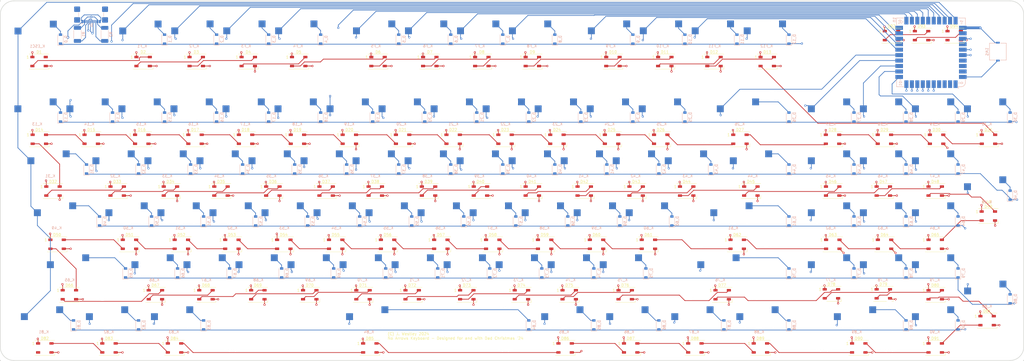
<source format=kicad_pcb>
(kicad_pcb (version 20240108) (generator "pcbnew") (generator_version "8.0")
  (title_block (title "No Arrows") (date "2024-11-04") (rev "1") (company "JJW Inc"))
  (layers (0 "F.Cu" signal) (1 "In1.Cu" signal "In1.Cu-LEDPWR") (2 "In2.Cu" signal "In2.Cu-LEDGND") (3 "In3.Cu" signal) (4 "In4.Cu" signal "In4.Cu-COL") (31 "B.Cu" signal) (34 "B.Paste" user) (35 "F.Paste" user) (36 "B.SilkS" user "B.Silkscreen") (37 "F.SilkS" user "F.Silkscreen") (38 "B.Mask" user) (39 "F.Mask" user) (44 "Edge.Cuts" user))
  (net 0 "")
  (net 1 "Net-(D_0-A)")
  (net 2 "Net-(D_1-A)")
  (net 3 "col0")
  (net 4 "col1")
  (net 5 "col2")
  (net 6 "col3")
  (net 7 "col4")
  (net 8 "col5")
  (net 9 "col6")
  (net 10 "col7")
  (net 11 "col8")
  (net 12 "col9")
  (net 13 "col10")
  (net 14 "col11")
  (net 15 "col12")
  (net 16 "col13")
  (net 17 "col14")
  (net 18 "col15")
  (net 19 "col16")
  (net 20 "col17")
  (net 21 "col18")
  (net 22 "Net-(D_2-A)")
  (net 23 "row0")
  (net 24 "row1")
  (net 25 "row2")
  (net 26 "row3")
  (net 27 "row4")
  (net 28 "row5")
  (net 29 "Net-(D_3-A)")
  (net 30 "Net-(D_4-A)")
  (net 31 "Net-(D_5-A)")
  (net 32 "Net-(D_6-A)")
  (net 33 "Net-(D_7-A)")
  (net 34 "Net-(D_8-A)")
  (net 35 "Net-(D_9-A)")
  (net 36 "Net-(D_10-A)")
  (net 37 "Net-(D_11-A)")
  (net 38 "Net-(D_12-A)")
  (net 39 "Net-(D_13-A)")
  (net 40 "Net-(D_14-A)")
  (net 41 "Net-(D_15-A)")
  (net 42 "Net-(D_16-A)")
  (net 43 "Net-(D_17-A)")
  (net 44 "Net-(D_18-A)")
  (net 45 "Net-(D_19-A)")
  (net 46 "Net-(D_20-A)")
  (net 47 "Net-(D_21-A)")
  (net 48 "Net-(D_22-A)")
  (net 49 "Net-(D_23-A)")
  (net 50 "Net-(D_24-A)")
  (net 51 "Net-(D_25-A)")
  (net 52 "Net-(D_26-A)")
  (net 53 "Net-(D_27-A)")
  (net 54 "Net-(D_28-A)")
  (net 55 "Net-(D_29-A)")
  (net 56 "Net-(D_30-A)")
  (net 57 "Net-(D_31-A)")
  (net 58 "Net-(D_32-A)")
  (net 59 "Net-(D_33-A)")
  (net 60 "Net-(D_34-A)")
  (net 61 "Net-(D_35-A)")
  (net 62 "Net-(D_36-A)")
  (net 63 "Net-(D_37-A)")
  (net 64 "Net-(D_38-A)")
  (net 65 "Net-(D_39-A)")
  (net 66 "Net-(D_40-A)")
  (net 67 "Net-(D_41-A)")
  (net 68 "Net-(D_42-A)")
  (net 69 "Net-(D_43-A)")
  (net 70 "Net-(D_44-A)")
  (net 71 "Net-(D_45-A)")
  (net 72 "Net-(D_46-A)")
  (net 73 "Net-(D_47-A)")
  (net 74 "Net-(D_48-A)")
  (net 75 "Net-(D_49-A)")
  (net 76 "Net-(D_50-A)")
  (net 77 "Net-(D_51-A)")
  (net 78 "Net-(D_52-A)")
  (net 79 "Net-(D_53-A)")
  (net 80 "Net-(D_54-A)")
  (net 81 "Net-(D_55-A)")
  (net 82 "Net-(D_56-A)")
  (net 83 "Net-(D_57-A)")
  (net 84 "Net-(D_58-A)")
  (net 85 "Net-(D_59-A)")
  (net 86 "Net-(D_60-A)")
  (net 87 "Net-(D_61-A)")
  (net 88 "Net-(D_62-A)")
  (net 89 "Net-(D_63-A)")
  (net 90 "Net-(D_64-A)")
  (net 91 "Net-(D_65-A)")
  (net 92 "Net-(D_66-A)")
  (net 93 "Net-(D_67-A)")
  (net 94 "Net-(D_68-A)")
  (net 95 "Net-(D_69-A)")
  (net 96 "Net-(D_70-A)")
  (net 97 "Net-(D_71-A)")
  (net 98 "Net-(D_72-A)")
  (net 99 "Net-(D_73-A)")
  (net 100 "Net-(D_74-A)")
  (net 101 "Net-(D_75-A)")
  (net 102 "Net-(D_76-A)")
  (net 103 "Net-(D_77-A)")
  (net 104 "Net-(D_78-A)")
  (net 105 "Net-(D_79-A)")
  (net 106 "Net-(D_80-A)")
  (net 107 "Net-(D_81-A)")
  (net 108 "Net-(D_82-A)")
  (net 109 "Net-(D_83-A)")
  (net 110 "Net-(D_84-A)")
  (net 111 "Net-(D_85-A)")
  (net 112 "Net-(D_86-A)")
  (net 113 "Net-(D_87-A)")
  (net 114 "Net-(D_88-A)")
  (net 115 "Net-(D_89-A)")
  (net 116 "Net-(D_90-A)")
  (net 117 "Net-(D1-DOUT)")
  (net 118 "Net-(D2-DOUT)")
  (net 119 "Net-(D3-DOUT)")
  (net 120 "Net-(D4-DOUT)")
  (net 121 "Net-(D5-DOUT)")
  (net 122 "Net-(D6-DOUT)")
  (net 123 "Net-(D7-DOUT)")
  (net 124 "Net-(D8-DOUT)")
  (net 125 "Net-(D10-DIN)")
  (net 126 "Net-(D10-DOUT)")
  (net 127 "Net-(D11-DOUT)")
  (net 128 "Net-(D12-DOUT)")
  (net 129 "LED_GND")
  (net 130 "LED_PWR")
  (net 131 "Net-(D14-DIN)")
  (net 132 "Net-(D15-DIN)")
  (net 133 "Net-(D16-DIN)")
  (net 134 "Net-(D17-DIN)")
  (net 135 "Net-(D18-DIN)")
  (net 136 "Net-(D19-DIN)")
  (net 137 "Net-(D20-DIN)")
  (net 138 "Net-(D21-DIN)")
  (net 139 "Net-(D22-DIN)")
  (net 140 "Net-(D23-DIN)")
  (net 141 "Net-(D24-DIN)")
  (net 142 "Net-(D25-DIN)")
  (net 143 "26p4-27p2")
  (net 144 "Net-(D28-DIN)")
  (net 145 "Net-(D29-DIN)")
  (net 146 "31p4 - 13p2")
  (net 147 "LED_DTA_IN")
  (net 148 "14p2-32p4")
  (net 149 "Net-(D32-DOUT)")
  (net 150 "Net-(D33-DOUT)")
  (net 151 "Net-(D34-DOUT)")
  (net 152 "Net-(D35-DOUT)")
  (net 153 "Net-(D36-DOUT)")
  (net 154 "Net-(D37-DOUT)")
  (net 155 "Net-(D38-DOUT)")
  (net 156 "39p2-40p4")
  (net 157 "Net-(D40-DOUT)")
  (net 158 "Net-(D41-DOUT)")
  (net 159 "Net-(D42-DOUT)")
  (net 160 "Net-(D43-DOUT)")
  (net 161 "Net-(D44-DOUT)")
  (net 162 "Net-(D45-DOUT)")
  (net 163 "Net-(D46-DOUT)")
  (net 164 "Net-(D47-DOUT)")
  (net 165 "Net-(D48-DOUT)")
  (net 166 "49p2-65p4")
  (net 167 "Net-(D58-DIN)")
  (net 168 "Net-(D60-DIN)")
  (net 169 "Net-(D61-DIN)")
  (net 170 "Net-(D62-DIN)")
  (net 171 "Net-(D63-DIN)")
  (net 172 "Net-(D64-DIN)")
  (net 173 "50p2-66p4")
  (net 174 "Net-(D50-DIN)")
  (net 175 "Net-(D51-DIN)")
  (net 176 "53p2-52p4")
  (net 177 "Net-(D53-DIN)")
  (net 178 "Net-(D54-DIN)")
  (net 179 "Net-(D55-DIN)")
  (net 180 "Net-(D56-DIN)")
  (net 181 "Net-(D57-DIN)")
  (net 182 "Net-(D59-DIN)")
  (net 183 "Net-(D66-DOUT)")
  (net 184 "Net-(D67-DOUT)")
  (net 185 "Net-(D68-DOUT)")
  (net 186 "Net-(D69-DOUT)")
  (net 187 "Net-(D70-DOUT)")
  (net 188 "Net-(D71-DOUT)")
  (net 189 "Net-(D72-DOUT)")
  (net 190 "Net-(D73-DOUT)")
  (net 191 "Net-(D74-DOUT)")
  (net 192 "Net-(D75-DOUT)")
  (net 193 "Net-(D76-DOUT)")
  (net 194 "Net-(D77-DOUT)")
  (net 195 "78p2-79p4")
  (net 196 "Net-(D79-DOUT)")
  (net 197 "Net-(D80-DOUT)")
  (net 198 "81p2-91p4")
  (net 199 "Net-(D82-DIN)")
  (net 200 "Net-(D83-DIN)")
  (net 201 "Net-(D84-DIN)")
  (net 202 "Net-(D85-DIN)")
  (net 203 "Net-(D86-DIN)")
  (net 204 "Net-(D87-DIN)")
  (net 205 "Net-(D88-DIN)")
  (net 206 "Net-(D89-DIN)")
  (net 207 "Net-(D90-DIN)")
  (net 208 "Net-(D92-DOUT)")
  (net 209 "LED-Status IN")
  (net 210 "Net-(D93-DOUT)")
  (net 211 "Net-(D27-DIN)")
  (net 213 "Net-(D30-DIN)")
  (net 215 "Net-(U1-5V)")
  (net 216 "Net-(J1-CC1)")
  (net 217 "Net-(J1-CC2)")
  (net 219 "GND")
  (net 222 "Net-(U1-USB_D+)")
  (net 225 "Net-(U1-USB_D-)")
  (net 231 "Net-(U1-BOOTSEL)")
  (footprint "MX_Only:MXOnly-1U-Hotswap" (layer "F.Cu") (at 146.575 60.725)
    (property "Reference" "K_19")
    (property "Value" "KEYSW")
  )
  (footprint "LED_SMD:LED_WS2812B_PLCC4_5.0x5.0mm_P3.2mm" (layer "F.Cu") (at 99.55 88.35)
    (property "Reference" "D35")
    (property "Value" "WS2812B")
  )
  (footprint "MX_Only:MXOnly-1U-Hotswap" (layer "F.Cu") (at 165.625 60.725)
    (property "Reference" "K_20")
    (property "Value" "KEYSW")
  )
  (footprint "MX_Only:MXOnly-1U-Hotswap" (layer "F.Cu") (at 89.425 60.725)
    (property "Reference" "K_16")
    (property "Value" "KEYSW")
  )
  (footprint "MX_Only:MXOnly-1U-Hotswap" (layer "F.Cu") (at 280.261706 32.12452)
    (property "Reference" "K_F11")
    (property "Value" "KEYSW")
  )
  (footprint "MX_Only:MXOnly-1U-Hotswap" (layer "F.Cu") (at 322.7875 79.775)
    (property "Reference" "K_45")
    (property "Value" "KEYSW")
  )
  (footprint "LED_SMD:LED_WS2812B_PLCC4_5.0x5.0mm_P3.2mm" (layer "F.Cu") (at 44.05 126.35)
    (property "Reference" "D66")
    (property "Value" "WS2812B")
  )
  (footprint "LED_SMD:LED_WS2812B_PLCC4_5.0x5.0mm_P3.2mm" (layer "F.Cu") (at 166.05 69.35)
    (property "Reference" "D21")
    (property "Value" "WS2812B")
  )
  (footprint "MX_Only:MXOnly-1U-Hotswap" (layer "F.Cu") (at 32.275 60.725)
    (property "Reference" "K_13")
    (property "Value" "KEYSW")
  )
  (footprint "LED_SMD:LED_WS2812B_PLCC4_5.0x5.0mm_P3.2mm" (layer "F.Cu") (at 342.05 88.35)
    (property "Reference" "D47")
    (property "Value" "WS2812B")
  )
  (footprint "MX_Only:MXOnly-1U-Hotswap" (layer "F.Cu") (at 246.5875 117.875)
    (property "Reference" "K_75")
    (property "Value" "KEYSW")
  )
  (footprint "LED_SMD:LED_WS2812B_PLCC4_5.0x5.0mm_P3.2mm" (layer "F.Cu") (at 127.55 69.35)
    (property "Reference" "D19")
    (property "Value" "WS2812B")
  )
  (footprint "LED_SMD:LED_WS2812B_PLCC4_5.0x5.0mm_P3.2mm" (layer "F.Cu") (at 225.55 145.85)
    (property "Reference" "D86")
    (property "Value" "WS2812B")
  )
  (footprint "LED_SMD:LED_WS2812B_PLCC4_5.0x5.0mm_P3.2mm" (layer "F.Cu") (at 209.55 126.35)
    (property "Reference" "D74")
    (property "Value" "WS2812B")
  )
  (footprint "LED_SMD:LED_WS2812B_PLCC4_5.0x5.0mm_P3.2mm" (layer "F.Cu") (at 103.55 107.85)
    (property "Reference" "D53")
    (property "Value" "WS2812B")
  )
  (footprint "MX_Only:MXOnly-1U-Hotswap" (layer "F.Cu") (at 179.9125 98.825)
    (property "Reference" "K_56")
    (property "Value" "KEYSW")
  )
  (footprint "LED_SMD:LED_WS2812B_PLCC4_5.0x5.0mm_P3.2mm" (layer "F.Cu") (at 199.05 107.85)
    (property "Reference" "D58")
    (property "Value" "WS2812B")
  )
  (footprint "MX_Only:MXOnly-1U-Hotswap" (layer "F.Cu") (at 341.8375 79.775)
    (property "Reference" "K_46")
    (property "Value" "KEYSW")
  )
  (footprint "LED_SMD:LED_WS2812B_PLCC4_5.0x5.0mm_P3.2mm" (layer "F.Cu") (at 283.05 126.35)
    (property "Reference" "D77")
    (property "Value" "WS2812B")
  )
  (footprint "MX_Only:MXOnly-1U-Hotswap" (layer "F.Cu") (at 341.8375 117.875)
    (property "Reference" "K_78")
    (property "Value" "KEYSW")
  )
  (footprint "LED_SMD:LED_WS2812B_PLCC4_5.0x5.0mm_P3.2mm" (layer "F.Cu") (at 293.55 88.35)
    (property "Reference" "D45")
    (property "Value" "WS2812B")
  )
  (footprint "MX_Only:MXOnly-1U-Hotswap" (layer "F.Cu") (at 227.5375 117.875)
    (property "Reference" "K_74")
    (property "Value" "KEYSW")
  )
  (footprint "MX_Only:MXOnly-1U-Hotswap" (layer "F.Cu") (at 118 79.775)
    (property "Reference" "K_35")
    (property "Value" "KEYSW")
  )
  (footprint "MX_Only:MXOnly-1U-Hotswap" (layer "F.Cu") (at 70.375 60.725)
    (property "Reference" "K_15")
    (property "Value" "KEYSW")
  )
  (footprint "MX_Only:MXOnly-1U-Hotswap" (layer "F.Cu") (at 32.33 32.205)
    (property "Reference" "K_ESC1")
    (property "Value" "KEYSW")
  )
  (footprint "LED_SMD:LED_WS2812B_PLCC4_5.0x5.0mm_P3.2mm" (layer "F.Cu") (at 58.55 145.85)
    (property "Reference" "D83")
    (property "Value" "WS2812B")
  )
  (footprint "MX_Only:MXOnly-1U-Hotswap" (layer "F.Cu") (at 175.15 79.775)
    (property "Reference" "K_38")
    (property "Value" "KEYSW")
  )
  (footprint "LED_SMD:LED_WS2812B_PLCC4_5.0x5.0mm_P3.2mm" (layer "F.Cu") (at 323.5 88.35)
    (property "Reference" "D46")
    (property "Value" "WS2812B")
  )
  (footprint "MX_Only:MXOnly-1U-Hotswap" (layer "F.Cu") (at 360.8875 117.875)
    (property "Reference" "K_79")
    (property "Value" "KEYSW")
  )
  (footprint "MX_Only:MXOnly-1.25U-Hotswap" (layer "F.Cu") (at 248.96875 136.925)
    (property "Reference" "K_86")
    (property "Value" "KEYSW")
  )
  (footprint "MX_Only:MXOnly-1U-Hotswap" (layer "F.Cu") (at 242.25 32.125)
    (property "Reference" "K_F9")
    (property "Value" "KEYSW")
  )
  (footprint "MX_Only:MXOnly-1.25U-Hotswap" (layer "F.Cu") (at 296.59375 136.925)
    (property "Reference" "K_88")
    (property "Value" "KEYSW")
  )
  (footprint "MX_Only:MXOnly-1.25U-Hotswap" (layer "F.Cu") (at 34.65625 136.925)
    (property "Reference" "K_81")
    (property "Value" "KEYSW")
  )
  (footprint "MX_Only:MXOnly-1U-Hotswap" (layer "F.Cu") (at 222.775 60.725)
    (property "Reference" "K_23")
    (property "Value" "KEYSW")
  )
  (footprint "LED_SMD:LED_WS2812B_PLCC4_5.0x5.0mm_P3.2mm" (layer "F.Cu") (at 203.55 69.35)
    (property "Reference" "D23")
    (property "Value" "WS2812B")
  )
  (footprint "MX_Only:MXOnly-1U-Hotswap" (layer "F.Cu") (at 341.8375 98.825)
    (property "Reference" "K_63")
    (property "Value" "KEYSW")
  )
  (footprint "LED_SMD:LED_WS2812B_PLCC4_5.0x5.0mm_P3.2mm" (layer "F.Cu") (at 222.55 69.35)
    (property "Reference" "D24")
    (property "Value" "WS2812B")
  )
  (footprint "LED_SMD:LED_WS2812B_PLCC4_5.0x5.0mm_P3.2mm" (layer "F.Cu") (at 33.05 69.35)
    (property "Reference" "D14")
    (property "Value" "WS2812B")
  )
  (footprint "LED_SMD:LED_WS2812B_PLCC4_5.0x5.0mm_P3.2mm" (layer "F.Cu") (at 361.05 126.35)
    (property "Reference" "D80")
    (property "Value" "WS2812B")
  )
  (footprint "MX_Only:MXOnly-1U-Hotswap" (layer "F.Cu") (at 94.1875 117.875)
    (property "Reference" "K_67")
    (property "Value" "KEYSW")
  )
  (footprint "MX_Only:MXOnly-1U-Hotswap" (layer "F.Cu") (at 122.7625 98.825)
    (property "Reference" "K_53")
    (property "Value" "KEYSW")
  )
  (footprint "MX_Only:MXOnly-1U-Hotswap" (layer "F.Cu") (at 189.4375 117.875)
    (property "Reference" "K_72")
    (property "Value" "KEYSW")
  )
  (footprint "MX_Only:MXOnly-1U-Hotswap" (layer "F.Cu") (at 360.8875 79.775)
    (property "Reference" "K_47")
    (property "Value" "KEYSW")
  )
  (footprint "LED_SMD:LED_WS2812B_PLCC4_5.0x5.0mm_P3.2mm" (layer "F.Cu") (at 146.55 69.35)
    (property "Reference" "D20")
    (property "Value" "WS2812B")
  )
  (footprint "MX_Only:MXOnly-1U-Hotswap" (layer "F.Cu") (at 256.1125 98.825)
    (property "Reference" "K_60")
    (property "Value" "KEYSW")
  )
  (footprint "LED_SMD:LED_WS2812B_PLCC4_5.0x5.0mm_P3.2mm" (layer "F.Cu") (at 256.05 107.85)
    (property "Reference" "D61")
    (property "Value" "WS2812B")
  )
  (footprint "LED_SMD:LED_WS2812B_PLCC4_5.0x5.0mm_P3.2mm" (layer "F.Cu") (at 323.55 107.85)
    (property "Reference" "D63")
    (property "Value" "WS2812B")
  )
  (footprint "LED_SMD:LED_WS2812B_PLCC4_5.0x5.0mm_P3.2mm" (layer "F.Cu") (at 38.05 88.35)
    (property "Reference" "D32")
    (property "Value" "WS2812B")
  )
  (footprint "LED_SMD:LED_WS2812B_PLCC4_5.0x5.0mm_P3.2mm" (layer "F.Cu") (at 128 40.85)
    (property "Reference" "D5")
    (property "Value" "WS2812B")
  )
  (footprint "MX_Only:MXOnly-1U-Hotswap" (layer "F.Cu") (at 194.346209 32.133694)
    (property "Reference" "K_F7")
    (property "Value" "KEYSW")
  )
  (footprint "LED_SMD:LED_WS2812B_PLCC4_5.0x5.0mm_P3.2mm" (layer "F.Cu") (at 361.05 88.35)
    (property "Reference" "D48")
    (property "Value" "WS2812B")
  )
  (footprint "MX_Only:MXOnly-2.25U-Hotswap" (layer "F.Cu") (at 287.06875 98.825)
    (property "Reference" "K_61")
    (property "Value" "KEYSW2.25")
  )
  (footprint "LED_SMD:LED_WS2812B_PLCC4_5.0x5.0mm_P3.2mm" (layer "F.Cu") (at 380.05 135.85)
    (property "Reference" "D81")
    (property "Value" "WS2812B")
  )
  (footprint "LED_SMD:LED_WS2812B_PLCC4_5.0x5.0mm_P3.2mm" (layer "F.Cu") (at 81.05 88.35)
    (property "Reference" "D34")
    (property "Value" "WS2812B")
  )
  (footprint "MX_Only:MXOnly-1U-Hotswap" (layer "F.Cu") (at 260.875 60.725)
    (property "Reference" "K_25")
    (property "Value" "KEYSW")
  )
  (footprint "LED_SMD:LED_WS2812B_PLCC4_5.0x5.0mm_P3.2mm" (layer "F.Cu") (at 342.5 107.85)
    (property "Reference" "D64")
    (property "Value" "WS2812B")
  )
  (footprint "MX_Only:MXOnly-1U-Hotswap" (layer "F.Cu") (at 213.346209 32.133694)
    (property "Reference" "K_F8")
    (property "Value" "KEYSW")
  )
  (footprint "LED_SMD:LED_WS2812B_PLCC4_5.0x5.0mm_P3.2mm" (layer "F.Cu") (at 109.55 40.85)
    (property "Reference" "D4")
    (property "Value" "WS2812B")
  )
  (footprint "LED_SMD:LED_WS2812B_PLCC4_5.0x5.0mm_P3.2mm" (layer "F.Cu") (at 270.05 88.35)
    (property "Reference" "D44")
    (property "Value" "WS2812B")
  )
  (footprint "LED_SMD:LED_WS2812B_PLCC4_5.0x5.0mm_P3.2mm" (layer "F.Cu") (at 243.05 40.85)
    (property "Reference" "D10")
    (property "Value" "WS2812B")
  )
  (footprint "LED_SMD:LED_WS2812B_PLCC4_5.0x5.0mm_P3.2mm" (layer "F.Cu") (at 333.05 145.85)
    (property "Reference" "D90")
    (property "Value" "WS2812B")
  )
  (footprint "LED_SMD:LED_WS2812B_PLCC4_5.0x5.0mm_P3.2mm" (layer "F.Cu") (at 184.55 69.35)
    (property "Reference" "D22")
    (property "Value" "WS2812B")
  )
  (footprint "LED_SMD:LED_WS2812B_PLCC4_5.0x5.0mm_P3.2mm" (layer "F.Cu") (at 157.05 40.85)
    (property "Reference" "D6")
    (property "Value" "WS2812B")
  )
  (footprint "LED_SMD:LED_WS2812B_PLCC4_5.0x5.0mm_P3.2mm" (layer "F.Cu") (at 288.55 107.85)
    (property "Reference" "D62")
    (property "Value" "WS2812B")
  )
  (footprint "MX_Only:MXOnly-1U-Hotswap" (layer "F.Cu") (at 299.301706 32.12452)
    (property "Reference" "K_F12")
    (property "Value" "KEYSW")
  )
  (footprint "MX_Only:MXOnly-1U-Hotswap" (layer "F.Cu") (at 79.9 79.775)
    (property "Reference" "K_33")
    (property "Value" "KEYSW")
  )
  (footprint "LED_SMD:LED_WS2812B_PLCC4_5.0x5.0mm_P3.2mm" (layer "F.Cu") (at 356.05 31.35)
    (property "Reference" "D93")
    (property "Value" "WS2812B")
  )
  (footprint "LED_SMD:LED_WS2812B_PLCC4_5.0x5.0mm_P3.2mm" (layer "F.Cu") (at 176 40.85)
    (property "Reference" "D7")
    (property "Value" "WS2812B")
  )
  (footprint "LED_SMD:LED_WS2812B_PLCC4_5.0x5.0mm_P3.2mm" (layer "F.Cu") (at 280.05 40.85)
    (property "Reference" "D12")
    (property "Value" "WS2812B")
  )
  (footprint "MX_Only:MXOnly-2.75U-Hotswap" (layer "F.Cu") (at 282.30625 117.875)
    (property "Reference" "K_76")
    (property "Value" "KEYSW2.75")
  )
  (footprint "LED_SMD:LED_WS2812B_PLCC4_5.0x5.0mm_P3.2mm" (layer "F.Cu") (at 237.05 107.85)
    (property "Reference" "D60")
    (property "Value" "WS2812B")
  )
  (footprint "LED_SMD:LED_WS2812B_PLCC4_5.0x5.0mm_P3.2mm" (layer "F.Cu") (at 132.05 126.35)
    (property "Reference" "D70")
    (property "Value" "WS2812B")
  )
  (footprint "MX_Only:MXOnly-1U-Hotswap" (layer "F.Cu") (at 208.4875 117.875)
    (property "Reference" "K_73")
    (property "Value" "KEYSW")
  )
  (footprint "LED_SMD:LED_WS2812B_PLCC4_5.0x5.0mm_P3.2mm" (layer "F.Cu") (at 273.05 145.85)
    (property "Reference" "D88")
    (property "Value" "WS2812B")
  )
  (footprint "LED_SMD:LED_WS2812B_PLCC4_5.0x5.0mm_P3.2mm" (layer "F.Cu") (at 39.55 107.85)
    (property "Reference" "D50")
    (property "Value" "WS2812B")
  )
  (footprint "LED_SMD:LED_WS2812B_PLCC4_5.0x5.0mm_P3.2mm" (layer "F.Cu") (at 299.55 40.85)
    (property "Reference" "D13")
    (property "Value" "WS2812B")
  )
  (footprint "MX_Only:MXOnly-1U-Hotswap" (layer "F.Cu") (at 151.3375 117.875)
    (property "Reference" "K_70")
    (property "Value" "KEYSW")
  )
  (footprint "MX_Only:MXOnly-1U-Hotswap" (layer "F.Cu") (at 241.825 60.725)
    (property "Reference" "K_24")
    (property "Value" "KEYSW")
  )
  (footprint "MX_Only:MXOnly-1U-Hotswap" (layer "F.Cu") (at 141.8125 98.825)
    (property "Reference" "K_54")
    (property "Value" "KEYSW")
  )
  (footprint "LED_SMD:LED_WS2812B_PLCC4_5.0x5.0mm_P3.2mm" (layer "F.Cu") (at 75.55 126.35)
    (property "Reference" "D67")
    (property "Value" "WS2812B")
  )
  (footprint "LED_SMD:LED_WS2812B_PLCC4_5.0x5.0mm_P3.2mm" (layer "F.Cu") (at 71.05 40.85)
    (property "Reference" "D2")
    (property "Value" "WS2812B")
  )
  (footprint "LED_SMD:LED_WS2812B_PLCC4_5.0x5.0mm_P3.2mm" (layer "F.Cu") (at 247.55 126.35)
    (property "Reference" "D76")
    (property "Value" "WS2812B")
  )
  (footprint "MX_Only:MXOnly-1U-Hotswap" (layer "F.Cu") (at 360.8875 60.725)
    (property "Reference" "K_29")
    (property "Value" "KEYSW")
  )
  (footprint "LED_SMD:LED_WS2812B_PLCC4_5.0x5.0mm_P3.2mm" (layer "F.Cu") (at 61.55 88.35)
    (property "Reference" "D33")
    (property "Value" "WS2812B")
  )
  (footprint "MX_Only:MXOnly-1U-Hotswap" (layer "F.Cu") (at 261.261706 32.12452)
    (property "Reference" "K_F10")
    (property "Value" "KEYSW")
  )
  (footprint "LED_SMD:LED_WS2812B_PLCC4_5.0x5.0mm_P3.2mm" (layer "F.Cu") (at 189.55 126.35)
    (property "Reference" "D73")
    (property "Value" "WS2812B")
  )
  (footprint "LED_SMD:LED_WS2812B_PLCC4_5.0x5.0mm_P3.2mm" (layer "F.Cu") (at 108.55 69.35)
    (property "Reference" "D18")
    (property "Value" "WS2812B")
  )
  (footprint "LED_SMD:LED_WS2812B_PLCC4_5.0x5.0mm_P3.2mm" (layer "F.Cu") (at 249.55 145.85)
    (property "Reference" "D87")
    (property "Value" "WS2812B")
  )
  (footprint "MX_Only:MXOnly-1U-Hotswap" (layer "F.Cu") (at 60.85 79.775)
    (property "Reference" "K_32")
    (property "Value" "KEYSW")
  )
  (footprint "MX_Only:MXOnly-1U-Hotswap" (layer "F.Cu") (at 98.95 79.775)
    (property "Reference" "K_34")
    (property "Value" "KEYSW")
  )
  (footprint "LED_SMD:LED_WS2812B_PLCC4_5.0x5.0mm_P3.2mm" (layer "F.Cu") (at 70.55 69.35)
    (property "Reference" "D16")
    (property "Value" "WS2812B")
  )
  (footprint "LED_SMD:LED_WS2812B_PLCC4_5.0x5.0mm_P3.2mm" (layer "F.Cu") (at 35.05 145.85)
    (property "Reference" "D82")
    (property "Value" "WS2812B")
  )
  (footprint "MX_Only:MXOnly-1U-Hotswap" (layer "F.Cu") (at 113.2375 117.875)
    (property "Reference" "K_68")
    (property "Value" "KEYSW")
  )
  (footprint "LED_SMD:LED_WS2812B_PLCC4_5.0x5.0mm_P3.2mm" (layer "F.Cu") (at 251.55 88.35)
    (property "Reference" "D43")
    (property "Value" "WS2812B")
  )
  (footprint "MX_Only:MXOnly-1U-Hotswap" (layer "F.Cu") (at 251.35 79.775)
    (property "Reference" "K_42")
    (property "Value" "KEYSW")
  )
  (footprint "LED_SMD:LED_WS2812B_PLCC4_5.0x5.0mm_P3.2mm" (layer "F.Cu") (at 227.05 126.35)
    (property "Reference" "D75")
    (property "Value" "WS2812B")
  )
  (footprint "MX_Only:MXOnly-1U-Hotswap" (layer "F.Cu") (at 51.325 60.725)
    (property "Reference" "K_14")
    (property "Value" "KEYSW")
  )
  (footprint "LED_SMD:LED_WS2812B_PLCC4_5.0x5.0mm_P3.2mm" (layer "F.Cu") (at 94.05 126.35)
    (property "Reference" "D68")
    (property "Value" "WS2812B")
  )
  (footprint "MX_Only:MXOnly-6.25U-Hotswap" (layer "F.Cu") (at 153.71875 136.925)
    (property "Reference" "K_84")
    (property "Value" "KEYSW6.25")
  )
  (footprint "LED_SMD:LED_WS2812B_PLCC4_5.0x5.0mm_P3.2mm" (layer "F.Cu") (at 361.05 107.85)
    (property "Reference" "D65")
    (property "Value" "WS2812B")
  )
  (footprint "MX_Only:MXOnly-1U-Hotswap" (layer "F.Cu") (at 194.2 79.775)
    (property "Reference" "K_39")
    (property "Value" "KEYSW")
  )
  (footprint "MX_Only:MXOnly-2U-Hotswap" (layer "F.Cu") (at 332.3125 136.925)
    (property "Reference" "K_89")
    (property "Value" "KEYSW2")
  )
  (footprint "LED_SMD:LED_WS2812B_PLCC4_5.0x5.0mm_P3.2mm" (layer "F.Cu") (at 297.05 145.85)
    (property "Reference" "D89")
    (property "Value" "WS2812B")
  )
  (footprint "LED_SMD:LED_WS2812B_PLCC4_5.0x5.0mm_P3.2mm" (layer "F.Cu") (at 345.05 31.35)
    (property "Reference" "D92")
    (property "Value" "WS2812B")
  )
  (footprint "MX_Only:MXOnly-1U-Hotswap" (layer "F.Cu") (at 237.0625 98.825)
    (property "Reference" "K_59")
    (property "Value" "KEYSW")
  )
  (footprint "LED_SMD:LED_WS2812B_PLCC4_5.0x5.0mm_P3.2mm" (layer "F.Cu") (at 118.55 88.35)
    (property "Reference" "D36")
    (property "Value" "WS2812B")
  )
  (footprint "LED_SMD:LED_WS2812B_PLCC4_5.0x5.0mm_P3.2mm" (layer "F.Cu") (at 368 31.35)
    (property "Reference" "D94")
    (property "Value" "WS2812B")
  )
  (footprint "MX_Only:MXOnly-1U-Hotswap" (layer "F.Cu") (at 322.7875 98.825)
    (property "Reference" "K_62")
    (property "Value" "KEYSW")
  )
  (footprint "LED_SMD:LED_WS2812B_PLCC4_5.0x5.0mm_P3.2mm" (layer "F.Cu") (at 32.95 40.85)
    (property "Reference" "D1")
    (property "Value" "WS2812B")
  )
  (footprint "LED_SMD:LED_WS2812B_PLCC4_5.0x5.0mm_P3.2mm" (layer "F.Cu") (at 113.05 126.35)
    (property "Reference" "D69")
    (property "Value" "WS2812B")
  )
  (footprint "LED_SMD:LED_WS2812B_PLCC4_5.0x5.0mm_P3.2mm" (layer "F.Cu") (at 380.55 69.35)
    (property "Reference" "D31")
    (property "Value" "WS2812B")
  )
  (footprint "MX_Only:MXOnly-1.75U-Hotswap" (layer "F.Cu") (at 39.41875 98.825)
    (property "Reference" "K_49")
    (property "Value" "KEYSW1.75")
  )
  (footprint "MX_Only:MXOnly-1U-Hotswap" (layer "F.Cu") (at 127.525 60.725)
    (property "Reference" "K_18")
    (property "Value" "KEYSW")
  )
  (footprint "MX_Only:MXOnly-1U-Hotswap" (layer "F.Cu") (at 108.475 60.725)
    (property "Reference" "K_17")
    (property "Value" "KEYSW")
  )
  (footprint "MX_Only:MXOnly-1U-Hotswap" (layer "F.Cu") (at 70.679475 32.177388)
    (property "Reference" "K_F1")
    (property "Value" "KEYSW")
  )
  (footprint "LED_SMD:LED_WS2812B_PLCC4_5.0x5.0mm_P3.2mm" (layer "F.Cu") (at 380.5 97.5)
    (property "Reference" "D49")
    (property "Value" "WS2812B")
  )
  (footprint "LED_SMD:LED_WS2812B_PLCC4_5.0x5.0mm_P3.2mm" (layer "F.Cu") (at 213.55 40.85)
    (property "Reference" "D9")
    (property "Value" "WS2812B")
  )
  (footprint "MX_Only:MXOnly-1.25U-Hotswap" (layer "F.Cu") (at 272.78125 136.925)
    (property "Reference" "K_87")
    (property "Value" "KEYSW")
  )
  (footprint "LED_SMD:LED_WS2812B_PLCC4_5.0x5.0mm_P3.2mm" (layer "F.Cu") (at 52.05 69.35)
    (property "Reference" "D15")
    (property "Value" "WS2812B")
  )
  (footprint "MX_Only:MXOnly-1.25U-Hotswap" (layer "F.Cu") (at 225.15625 136.925)
    (property "Reference" "K_85")
    (property "Value" "KEYSW")
  )
  (footprint "LED_SMD:LED_WS2812B_PLCC4_5.0x5.0mm_P3.2mm" (layer "F.Cu") (at 323.45 69.35)
    (property "Reference" "D28")
    (property "Value" "WS2812B")
  )
  (footprint "MX_Only:MXOnly-1.25U-Hotswap" (layer "F.Cu") (at 82.28125 136.925)
    (property "Reference" "K_83")
    (property "Value" "KEYSW")
  )
  (footprint "MX_Only:MXOnly-1U-Hotswap" (layer "F.Cu") (at 322.7875 117.875)
    (property "Reference" "K_77")
    (property "Value" "KEYSW")
  )
  (footprint "MX_Only:MXOnly-1.5U-Hotswap" (layer "F.Cu") (at 294.2125 79.775)
    (property "Reference" "K_44")
    (property "Value" "KEYSW1.5")
  )
  (footprint "MX_Only:MXOnly-1U-Hotswap" (layer "F.Cu") (at 379.9375 60.725)
    (property "Reference" "K_30")
    (property "Value" "KEYSW")
  )
  (footprint "LED_SMD:LED_WS2812B_PLCC4_5.0x5.0mm_P3.2mm" (layer "F.Cu") (at 151.55 126.35)
    (property "Reference" "D71")
    (property "Value" "WS2812B")
  )
  (footprint "LED_SMD:LED_WS2812B_PLCC4_5.0x5.0mm_P3.2mm" (layer "F.Cu") (at 175.55 88.35)
    (property "Reference" "D39")
    (property "Value" "WS2812B")
  )
  (footprint "LED_SMD:LED_WS2812B_PLCC4_5.0x5.0mm_P3.2mm" (layer "F.Cu") (at 262.05 40.85)
    (property "Reference" "D11")
    (property "Value" "WS2812B")
  )
  (footprint "LED_SMD:LED_WS2812B_PLCC4_5.0x5.0mm_P3.2mm" (layer "F.Cu") (at 232.55 88.35)
    (property "Reference" "D42")
    (property "Value" "WS2812B")
  )
  (footprint "MX_Only:MXOnly-1U-Hotswap" (layer "F.Cu") (at 75.1375 117.875)
    (property "Reference" "K_66")
    (property "Value" "KEYSW")
  )
  (footprint "MX_Only:MXOnly-1U-Hotswap" (layer "F.Cu") (at 360.8875 98.825)
    (property "Reference" "K_64")
    (property "Value" "KEYSW")
  )
  (footprint "LED_SMD:LED_WS2812B_PLCC4_5.0x5.0mm_P3.2mm" (layer "F.Cu") (at 154.05 145.85)
    (property "Reference" "D85")
    (property "Value" "WS2812B")
  )
  (footprint "LED_SMD:LED_WS2812B_PLCC4_5.0x5.0mm_P3.2mm" (layer "F.Cu") (at 138.05 88.35)
    (property "Reference" "D37")
    (property "Value" "WS2812B")
  )
  (footprint "LED_SMD:LED_WS2812B_PLCC4_5.0x5.0mm_P3.2mm" (layer "F.Cu") (at 260.55 69.35)
    (property "Reference" "D26")
    (property "Value" "WS2812B")
  )
  (footprint "MX_Only:MXOnly-1U-Hotswap" (layer "F.Cu") (at 218.0125 98.825)
    (property "Reference" "K_58")
    (property "Value" "KEYSW")
  )
  (footprint "MX_Only:MXOnly-1U-Hotswap" (layer "F.Cu") (at 184.675 60.725)
    (property "Reference" "K_21")
    (property "Value" "KEYSW")
  )
  (footprint "MX_Only:MXOnly-1U-Hotswap" (layer "F.Cu") (at 270.4 79.775)
    (property "Reference" "K_43")
    (property "Value" "KEYSW")
  )
  (footprint "LED_SMD:LED_WS2812B_PLCC4_5.0x5.0mm_P3.2mm" (layer "F.Cu") (at 213.55 88.35)
    (property "Reference" "D41")
    (property "Value" "WS2812B")
  )
  (footprint "LED_SMD:LED_WS2812B_PLCC4_5.0x5.0mm_P3.2mm" (layer "F.Cu") (at 180.05 107.85)
    (property "Reference" "D57")
    (property "Value" "WS2812B")
  )
  (footprint "LED_SMD:LED_WS2812B_PLCC4_5.0x5.0mm_P3.2mm" (layer "F.Cu") (at 90.05 69.35)
    (property "Reference" "D17")
    (property "Value" "WS2812B")
  )
  (footprint "LED_SMD:LED_WS2812B_PLCC4_5.0x5.0mm_P3.2mm" (layer "F.Cu") (at 342.05 126)
    (property "Reference" "D79")
    (property "Value" "WS2812B")
  )
  (footprint "LED_SMD:LED_WS2812B_PLCC4_5.0x5.0mm_P3.2mm" (layer "F.Cu") (at 361.05 145.85)
    (property "Reference" "D91")
    (property "Value" "WS2812B")
  )
  (footprint "MX_Only:MXOnly-1U-Hotswap" (layer "F.Cu") (at 379.944143 89.283423)
    (property "Reference" "K_48")
    (property "Value" "KEYSW")
  )
  (footprint "MX_Only:MXOnly-1U-Hotswap" (layer "F.Cu") (at 170.3875 117.875)
    (property "Reference" "K_71")
    (property "Value" "KEYSW")
  )
  (footprint "LED_SMD:LED_WS2812B_PLCC4_5.0x5.0mm_P3.2mm" (layer "F.Cu") (at 361.55 69.35)
    (property "Reference" "D30")
    (property "Value" "WS2812B")
  )
  (footprint "MX_Only:MXOnly-1U-Hotswap" (layer "F.Cu") (at 213.25 79.775)
    (property "Reference" "K_40")
    (property "Value" "KEYSW")
  )
  (footprint "MX_Only:MXOnly-1U-Hotswap" (layer "F.Cu") (at 103.7125 98.825)
    (property "Reference" "K_52")
    (property "Value" "KEYSW")
  )
  (footprint "LED_SMD:LED_WS2812B_PLCC4_5.0x5.0mm_P3.2mm" (layer "F.Cu") (at 90.5 40.85)
    (property "Reference" "D3")
    (property "Value" "WS2812B")
  )
  (footprint "MX_Only:MXOnly-1U-Hotswap" (layer "F.Cu") (at 380 127.5)
    (property "Reference" "K_80")
    (property "Value" "KEYSW")
  )
  (footprint "MX_Only:MXOnly-1U-Hotswap" (layer "F.Cu") (at 156.25 32.125)
    (property "Reference" "K_F5")
    (property "Value" "KEYSW")
  )
  (footprint "LED_SMD:LED_WS2812B_PLCC4_5.0x5.0mm_P3.2mm" (layer "F.Cu") (at 342.45 69.35)
    (property "Reference" "D29")
    (property "Value" "WS2812B")
  )
  (footprint "MX_Only:MXOnly-1U-Hotswap" (layer "F.Cu") (at 89.717347 32.136106)
    (property "Reference" "K_F2")
    (property "Value" "KEYSW")
  )
  (footprint "MX_Only:MXOnly-1.25U-Hotswap" (layer "F.Cu") (at 58.46875 136.925)
    (property "Reference" "K_82")
    (property "Value" "KEYSW")
  )
  (footprint "MX_Only:MXOnly-1U-Hotswap" (layer "F.Cu") (at 322.7875 60.725)
    (property "Reference" "K_27")
    (property "Value" "KEYSW")
  )
  (footprint "MX_Only:MXOnly-1U-Hotswap" (layer "F.Cu") (at 360.8875 136.925)
    (property "Reference" "K_90")
    (property "Value" "KEYSW")
  )
  (footprint "MX_Only:MXOnly-1U-Hotswap" (layer "F.Cu") (at 84.6625 98.825)
    (property "Reference" "K_51")
    (property "Value" "KEYSW")
  )
  (footprint "MX_Only:MXOnly-1U-Hotswap" (layer "F.Cu") (at 203.725 60.725)
    (property "Reference" "K_22")
    (property "Value" "KEYSW")
  )
  (footprint "LED_SMD:LED_WS2812B_PLCC4_5.0x5.0mm_P3.2mm" (layer "F.Cu") (at 160.55 107.85)
    (property "Reference" "D56")
    (property "Value" "WS2812B")
  )
  (footprint "LED_SMD:LED_WS2812B_PLCC4_5.0x5.0mm_P3.2mm" (layer "F.Cu") (at 242.55 69.35)
    (property "Reference" "D25")
    (property "Value" "WS2812B")
  )
  (footprint "MX_Only:MXOnly-2U-Hotswap" (layer "F.Cu") (at 289.45 60.725)
    (property "Reference" "K_26")
    (property "Value" "KEYSW2")
  )
  (footprint "LED_SMD:LED_WS2812B_PLCC4_5.0x5.0mm_P3.2mm" (layer "F.Cu") (at 82.55 145.85)
    (property "Reference" "D84")
    (property "Value" "WS2812B")
  )
  (footprint "MX_Only:MXOnly-1U-Hotswap" (layer "F.Cu") (at 132.2875 117.875)
    (property "Reference" "K_69")
    (property "Value" "KEYSW")
  )
  (footprint "MX_Only:MXOnly-1U-Hotswap" (layer "F.Cu") (at 341.8375 60.725)
    (property "Reference" "K_28")
    (property "Value" "KEYSW")
  )
  (footprint "MX_Only:MXOnly-1U-Hotswap" (layer "F.Cu") (at 127.75 32.125)
    (property "Reference" "K_F4")
    (property "Value" "KEYSW")
  )
  (footprint "LED_SMD:LED_WS2812B_PLCC4_5.0x5.0mm_P3.2mm" (layer "F.Cu") (at 194.55 88.35)
    (property "Reference" "D40")
    (property "Value" "WS2812B")
  )
  (footprint "MX_Only:MXOnly-1.5U-Hotswap" (layer "F.Cu") (at 37.0375 79.775)
    (property "Reference" "K_31")
    (property "Value" "KEYSW1.5")
  )
  (footprint "LED_SMD:LED_WS2812B_PLCC4_5.0x5.0mm_P3.2mm" (layer "F.Cu") (at 218.05 107.85)
    (property "Reference" "D59")
    (property "Value" "WS2812B")
  )
  (footprint "MX_Only:MXOnly-1U-Hotswap" (layer "F.Cu") (at 198.9625 98.825)
    (property "Reference" "K_57")
    (property "Value" "KEYSW")
  )
  (footprint "MX_Only:MXOnly-1U-Hotswap" (layer "F.Cu") (at 65.6125 98.825)
    (property "Reference" "K_50")
    (property "Value" "KEYSW")
  )
  (footprint "MX_Only:MXOnly-1U-Hotswap" (layer "F.Cu") (at 156.1 79.775)
    (property "Reference" "K_37")
    (property "Value" "KEYSW")
  )
  (footprint "LED_SMD:LED_WS2812B_PLCC4_5.0x5.0mm_P3.2mm" (layer "F.Cu") (at 141.55 107.85)
    (property "Reference" "D55")
    (property "Value" "WS2812B")
  )
  (footprint "LED_SMD:LED_WS2812B_PLCC4_5.0x5.0mm_P3.2mm" (layer "F.Cu") (at 289.55 69.35)
    (property "Reference" "D27")
    (property "Value" "WS2812B")
  )
  (footprint "LED_SMD:LED_WS2812B_PLCC4_5.0x5.0mm_P3.2mm" (layer "F.Cu") (at 195.05 40.85)
    (property "Reference" "D8")
    (property "Value" "WS2812B")
  )
  (footprint "LED_SMD:LED_WS2812B_PLCC4_5.0x5.0mm_P3.2mm" (layer "F.Cu") (at 169.55 126.35)
    (property "Reference" "D72")
    (property "Value" "WS2812B")
  )
  (footprint "LED_SMD:LED_WS2812B_PLCC4_5.0x5.0mm_P3.2mm" (layer "F.Cu") (at 122.55 107.85)
    (property "Reference" "D54")
    (property "Value" "WS2812B")
  )
  (footprint "MX_Only:MXOnly-1U-Hotswap" (layer "F.Cu") (at 137.05 79.775)
    (property "Reference" "K_36")
    (property "Value" "KEYSW")
  )
  (footprint "LED_SMD:LED_WS2812B_PLCC4_5.0x5.0mm_P3.2mm" (layer "F.Cu") (at 66.05 107.85)
    (property "Reference" "D51")
    (property "Value" "WS2812B")
  )
  (footprint "MX_Only:MXOnly-1U-Hotswap" (layer "F.Cu") (at 175.282485 32.118486)
    (property "Reference" "K_F6")
    (property "Value" "KEYSW")
  )
  (footprint "MX_Only:MXOnly-2.25U-Hotswap" (layer "F.Cu") (at 44.18125 117.875)
    (property "Reference" "K_65")
    (property "Value" "KEYSW2.25")
  )
  (footprint "MX_Only:MXOnly-1U-Hotswap" (layer "F.Cu") (at 232.3 79.775)
    (property "Reference" "K_41")
    (property "Value" "KEYSW")
  )
  (footprint "LED_SMD:LED_WS2812B_PLCC4_5.0x5.0mm_P3.2mm" (layer "F.Cu") (at 85.05 107.85)
    (property "Reference" "D52")
    (property "Value" "WS2812B")
  )
  (footprint "MX_Only:MXOnly-1U-Hotswap" (layer "F.Cu") (at 160.8625 98.825)
    (property "Reference" "K_55")
    (property "Value" "KEYSW")
  )
  (footprint "LED_SMD:LED_WS2812B_PLCC4_5.0x5.0mm_P3.2mm" (layer "F.Cu") (at 156.05 88.35)
    (property "Reference" "D38")
    (property "Value" "WS2812B")
  )
  (footprint "LED_SMD:LED_WS2812B_PLCC4_5.0x5.0mm_P3.2mm" (layer "F.Cu") (at 323.05 126)
    (property "Reference" "D78")
    (property "Value" "WS2812B")
  )
  (footprint "MX_Only:MXOnly-1U-Hotswap" (layer "F.Cu") (at 108.75 32.125)
    (property "Reference" "K_F3")
    (property "Value" "KEYSW")
  )
  (footprint "Diode_SMD:D_SOD-123" (layer "B.Cu") (at 40.8 61.225 90)
    (property "Reference" "D_13")
    (property "Value" "D")
  )
  (footprint "Diode_SMD:D_SOD-123" (layer "B.Cu") (at 107.475 80.275 90)
    (property "Reference" "D_34")
    (property "Value" "D")
  )
  (footprint "Diode_SMD:D_SOD-123" (layer "B.Cu") (at 264.6375 99.325 90)
    (property "Reference" "D_60")
    (property "Value" "D")
  )
  (footprint "Diode_SMD:D_SOD-123" (layer "B.Cu") (at 236.0625 137.425 90)
    (property "Reference" "D_85")
    (property "Value" "D")
  )
  (footprint "Diode_SMD:D_SOD-123" (layer "B.Cu") (at 78.9 61.225 90)
    (property "Reference" "D_15")
    (property "Value" "D")
  )
  (footprint "Diode_SMD:D_SOD-123" (layer "B.Cu") (at 250.35 61.225 90)
    (property "Reference" "D_24")
    (property "Value" "D")
  )
  (footprint "Diode_SMD:D_SOD-123" (layer "B.Cu") (at 136.05 32.65 90)
    (property "Reference" "D_4")
    (property "Value" "D")
  )
  (footprint "Diode_SMD:D_SOD-123" (layer "B.Cu") (at 307.5 137.425 90)
    (property "Reference" "D_88")
    (property "Value" "D")
  )
  (footprint "Diode_SMD:D_SOD-123" (layer "B.Cu") (at 207.4875 99.325 90)
    (property "Reference" "D_57")
    (property "Value" "D")
  )
  (footprint "Diode_SMD:D_SOD-123" (layer "B.Cu") (at 174.15 61.225 90)
    (property "Reference" "D_20")
    (property "Value" "D")
  )
  (footprint "Diode_SMD:D_SOD-123" (layer "B.Cu") (at 283.6875 137.425 90)
    (property "Reference" "D_87")
    (property "Value" "D")
  )
  (footprint "Diode_SMD:D_SOD-123" (layer "B.Cu") (at 88.425 80.275 90)
    (property "Reference" "D_33")
    (property "Value" "D")
  )
  (footprint "Diode_SMD:D_SOD-123" (layer "B.Cu") (at 269.4 32.65 90)
    (property "Reference" "D_10")
    (property "Value" "D")
  )
  (footprint "Diode_SMD:D_SOD-123" (layer "B.Cu") (at 226.5375 99.325 90)
    (property "Reference" "D_58")
    (property "Value" "D")
  )
  (footprint "Diode_SMD:D_SOD-123" (layer "B.Cu") (at 64.6125 118.375 90)
    (property "Reference" "D_65")
    (property "Value" "D")
  )
  (footprint "kb2040:RP2xxx_Stamp_SMD" (layer "B.Cu") (at 359.5 37.5 90)
    (property "Reference" "U1")
    (property "Value" "RP2040_Stamp")
  )
  (footprint "Diode_SMD:D_SOD-123" (layer "B.Cu") (at 97.95 32.65 90)
    (property "Reference" "D_2")
    (property "Value" "D")
  )
  (footprint "Diode_SMD:D_SOD-123" (layer "B.Cu") (at 202.725 80.275 90)
    (property "Reference" "D_39")
    (property "Value" "D")
  )
  (footprint "Diode_SMD:D_SOD-123" (layer "B.Cu") (at 350.3625 99.325 90)
    (property "Reference" "D_63")
    (property "Value" "D")
  )
  (footprint "Diode_SMD:D_SOD-123" (layer "B.Cu") (at 240.825 80.275 90)
    (property "Reference" "D_41")
    (property "Value" "D")
  )
  (footprint "Diode_SMD:D_SOD-123" (layer "B.Cu") (at 117 32.65 90)
    (property "Reference" "D_3")
    (property "Value" "D")
  )
  (footprint "Diode_SMD:D_SOD-123" (layer "B.Cu") (at 78.9 32.65 90)
    (property "Reference" "D_1")
    (property "Value" "D")
  )
  (footprint "Diode_SMD:D_SOD-123" (layer "B.Cu") (at 350.3625 80.275 90)
    (property "Reference" "D_46")
    (property "Value" "D")
  )
  (footprint "Diode_SMD:D_SOD-123" (layer "B.Cu") (at 307.5 32.65 90)
    (property "Reference" "D_12")
    (property "Value" "D")
  )
  (footprint "Diode_SMD:D_SOD-123" (layer "B.Cu") (at 350.3625 137.425 90)
    (property "Reference" "D_89")
    (property "Value" "D")
  )
  (footprint "Diode_SMD:D_SOD-123" (layer "B.Cu") (at 212.25 137.425 90)
    (property "Reference" "D_84")
    (property "Value" "D")
  )
  (footprint "Diode_SMD:D_SOD-123" (layer "B.Cu") (at 278.925 80.275 90)
    (property "Reference" "D_43")
    (property "Value" "D")
  )
  (footprint "Diode_SMD:D_SOD-123" (layer "B.Cu") (at 59.85 61.225 90)
    (property "Reference" "D_14")
    (property "Value" "D")
  )
  (footprint "Diode_SMD:D_SOD-123" (layer "B.Cu") (at 83.6625 118.375 90)
    (property "Reference" "D_66")
    (property "Value" "D")
  )
  (footprint "Diode_SMD:D_SOD-123" (layer "B.Cu") (at 69.375 137.425 90)
    (property "Reference" "D_82")
    (property "Value" "D")
  )
  (footprint "Diode_SMD:D_SOD-123" (layer "B.Cu") (at 369.4125 61.225 90)
    (property "Reference" "D_29")
    (property "Value" "D")
  )
  (footprint "Diode_SMD:D_SOD-123" (layer "B.Cu") (at 269.4 61.225 90)
    (property "Reference" "D_25")
    (property "Value" "D")
  )
  (footprint "Diode_SMD:D_SOD-123" (layer "B.Cu") (at 255.1125 118.375 90)
    (property "Reference" "D_75")
    (property "Value" "D")
  )
  (footprint "kb2040:SW_3983_ADA" (layer "B.Cu") (at 384 37.2234 90)
    (property "Reference" "SW1")
    (property "Value" "3983")
  )
  (footprint "Diode_SMD:D_SOD-123" (layer "B.Cu") (at 388.4625 61.225 90)
    (property "Reference" "D_30")
    (property "Value" "D")
  )
  (footprint "Diode_SMD:D_SOD-123" (layer "B.Cu") (at 55.0875 99.325 90)
    (property "Reference" "D_49")
    (property "Value" "D")
  )
  (footprint "Diode_SMD:D_SOD-123" (layer "B.Cu") (at 97.95 61.225 90)
    (property "Reference" "D_16")
    (property "Value" "D")
  )
  (footprint "Diode_SMD:D_SOD-123" (layer "B.Cu") (at 188.4375 99.325 90)
    (property "Reference" "D_56")
    (property "Value" "D")
  )
  (footprint "Diode_SMD:D_SOD-123" (layer "B.Cu") (at 178.9125 118.375 90)
    (property "Reference" "D_71")
    (property "Value" "D")
  )
  (footprint "Diode_SMD:D_SOD-123" (layer "B.Cu") (at 193.2 61.225 90)
    (property "Reference" "D_21")
    (property "Value" "D")
  )
  (footprint "Diode_SMD:D_SOD-123" (layer "B.Cu") (at 212.25 61.225 90)
    (property "Reference" "D_22")
    (property "Value" "D")
  )
  (footprint "Diode_SMD:D_SOD-123" (layer "B.Cu") (at 164.625 32.65 90)
    (property "Reference" "D_5")
    (property "Value" "D")
  )
  (footprint "Diode_SMD:D_SOD-123" (layer "B.Cu") (at 183.675 80.275 90)
    (property "Reference" "D_38")
    (property "Value" "D")
  )
  (footprint "Diode_SMD:D_SOD-123" (layer "B.Cu") (at 245.5875 99.325 90)
    (property "Reference" "D_59")
    (property "Value" "D")
  )
  (footprint "Diode_SMD:D_SOD-123" (layer "B.Cu") (at 112.2375 99.325 90)
    (property "Reference" "D_52")
    (property "Value" "D")
  )
  (footprint "Diode_SMD:D_SOD-123" (layer "B.Cu") (at 259.875 137.425 90)
    (property "Reference" "D_86")
    (property "Value" "D")
  )
  (footprint "Diode_SMD:D_SOD-123" (layer "B.Cu") (at 150.3375 99.325 90)
    (property "Reference" "D_54")
    (property "Value" "D")
  )
  (footprint "Resistor_SMD:R_2010_5025Metric_Pad1.40x2.65mm_HandSolder" (layer "B.Cu") (at 57 30.9 90)
    (property "Reference" "R2")
    (property "Value" "5K1")
  )
  (footprint "Diode_SMD:D_SOD-123" (layer "B.Cu") (at 159.8625 118.375 90)
    (property "Reference" "D_70")
    (property "Value" "D")
  )
  (footprint "Diode_SMD:D_SOD-123" (layer "B.Cu") (at 388.4625 127.85 90)
    (property "Reference" "D_80")
    (property "Value" "D")
  )
  (footprint "Diode_SMD:D_SOD-123" (layer "B.Cu") (at 202.725 32.65 90)
    (property "Reference" "D_7")
    (property "Value" "D")
  )
  (footprint "Diode_SMD:D_SOD-123" (layer "B.Cu") (at 117 61.225 90)
    (property "Reference" "D_17")
    (property "Value" "D")
  )
  (footprint "Diode_SMD:D_SOD-123" (layer "B.Cu") (at 259.875 80.275 90)
    (property "Reference" "D_42")
    (property "Value" "D")
  )
  (footprint "Diode_SMD:D_SOD-123" (layer "B.Cu") (at 307.5 99.325 90)
    (property "Reference" "D_61")
    (property "Value" "D")
  )
  (footprint "Diode_SMD:D_SOD-123" (layer "B.Cu") (at 369.4125 137.425 90)
    (property "Reference" "D_90")
    (property "Value" "D")
  )
  (footprint "Diode_SMD:D_SOD-123" (layer "B.Cu") (at 369.4125 80.275 90)
    (property "Reference" "D_47")
    (property "Value" "D")
  )
  (footprint "Diode_SMD:D_SOD-123" (layer "B.Cu") (at 183.675 32.65 90)
    (property "Reference" "D_6")
    (property "Value" "D")
  )
  (footprint "Diode_SMD:D_SOD-123" (layer "B.Cu") (at 388.4625 89.85 90)
    (property "Reference" "D_48")
    (property "Value" "D")
  )
  (footprint "Diode_SMD:D_SOD-123" (layer "B.Cu") (at 93.1875 137.425 90)
    (property "Reference" "D_83")
    (property "Value" "D")
  )
  (footprint "Diode_SMD:D_SOD-123" (layer "B.Cu") (at 350.3625 118.375 90)
    (property "Reference" "D_78")
    (property "Value" "D")
  )
  (footprint "Diode_SMD:D_SOD-123" (layer "B.Cu") (at 231.3 61.225 90)
    (property "Reference" "D_23")
    (property "Value" "D")
  )
  (footprint "Diode_SMD:D_SOD-123" (layer "B.Cu") (at 331.3125 80.275 90)
    (property "Reference" "D_45")
    (property "Value" "D")
  )
  (footprint "Diode_SMD:D_SOD-123" (layer "B.Cu") (at 307.5 61.225 90)
    (property "Reference" "D_26")
    (property "Value" "D")
  )
  (footprint "Diode_SMD:D_SOD-123" (layer "B.Cu") (at 164.625 80.275 90)
    (property "Reference" "D_37")
    (property "Value" "D")
  )
  (footprint "Diode_SMD:D_SOD-123" (layer "B.Cu") (at 307.5 80.275 90)
    (property "Reference" "D_44")
    (property "Value" "D")
  )
  (footprint "Diode_SMD:D_SOD-123" (layer "B.Cu") (at 197.9625 118.375 90)
    (property "Reference" "D_72")
    (property "Value" "D")
  )
  (footprint "Diode_SMD:D_SOD-123" (layer "B.Cu") (at 131.2875 99.325 90)
    (property "Reference" "D_53")
    (property "Value" "D")
  )
  (footprint "Diode_SMD:D_SOD-123" (layer "B.Cu") (at 102.7125 118.375 90)
    (property "Reference" "D_67")
    (property "Value" "D")
  )
  (footprint "Diode_SMD:D_SOD-123" (layer "B.Cu") (at 250.35 32.65 90)
    (property "Reference" "D_9")
    (property "Value" "D")
  )
  (footprint "Resistor_SMD:R_2010_5025Metric_Pad1.40x2.65mm_HandSolder" (layer "B.Cu") (at 47 30.9 90)
    (property "Reference" "R1")
    (property "Value" "5K1")
  )
  (footprint "Diode_SMD:D_SOD-123" (layer "B.Cu") (at 236.0625 118.375 90)
    (property "Reference" "D_74")
    (property "Value" "D")
  )
  (footprint "Diode_SMD:D_SOD-123" (layer "B.Cu") (at 40.8 32.65 90)
    (property "Reference" "D_0")
    (property "Value" "D")
  )
  (footprint "Connector_USB:USB_C_Receptacle_GCT_USB4110" (layer "B.Cu") (at 52 22.5)
    (property "Reference" "J1")
    (property "Value" "USB_C_Receptacle_USB2.0_16P" (hide yes))
  )
  (footprint "Diode_SMD:D_SOD-123" (layer "B.Cu") (at 331.3125 118.375 90)
    (property "Reference" "D_77")
    (property "Value" "D")
  )
  (footprint "Diode_SMD:D_SOD-123" (layer "B.Cu") (at 331.3125 99.325 90)
    (property "Reference" "D_62")
    (property "Value" "D")
  )
  (footprint "Diode_SMD:D_SOD-123" (layer "B.Cu") (at 369.4125 118.375 90)
    (property "Reference" "D_79")
    (property "Value" "D")
  )
  (footprint "Diode_SMD:D_SOD-123" (layer "B.Cu") (at 331.3125 61.225 90)
    (property "Reference" "D_27")
    (property "Value" "D")
  )
  (footprint "Diode_SMD:D_SOD-123" (layer "B.Cu") (at 74.1375 99.325 90)
    (property "Reference" "D_50")
    (property "Value" "D")
  )
  (footprint "Diode_SMD:D_SOD-123" (layer "B.Cu") (at 217.0125 118.375 90)
    (property "Reference" "D_73")
    (property "Value" "D")
  )
  (footprint "Diode_SMD:D_SOD-123" (layer "B.Cu") (at 169.3875 99.325 90)
    (property "Reference" "D_55")
    (property "Value" "D")
  )
  (footprint "Diode_SMD:D_SOD-123" (layer "B.Cu") (at 369.4125 99.325 90)
    (property "Reference" "D_64")
    (property "Value" "D")
  )
  (footprint "Diode_SMD:D_SOD-123" (layer "B.Cu") (at 126.525 80.275 90)
    (property "Reference" "D_35")
    (property "Value" "D")
  )
  (footprint "Diode_SMD:D_SOD-123" (layer "B.Cu") (at 121.7625 118.375 90)
    (property "Reference" "D_68")
    (property "Value" "D")
  )
  (footprint "Diode_SMD:D_SOD-123" (layer "B.Cu") (at 155.1 61.225 90)
    (property "Reference" "D_19")
    (property "Value" "D")
  )
  (footprint "Diode_SMD:D_SOD-123" (layer "B.Cu") (at 140.8125 118.375 90)
    (property "Reference" "D_69")
    (property "Value" "D")
  )
  (footprint "Diode_SMD:D_SOD-123" (layer "B.Cu") (at 69.375 80.275 90)
    (property "Reference" "D_32")
    (property "Value" "D")
  )
  (footprint "Diode_SMD:D_SOD-123" (layer "B.Cu") (at 288.45 32.65 90)
    (property "Reference" "D_11")
    (property "Value" "D")
  )
  (footprint "Diode_SMD:D_SOD-123" (layer "B.Cu") (at 45.5625 137.425 90)
    (property "Reference" "D_81")
    (property "Value" "D")
  )
  (footprint "Diode_SMD:D_SOD-123" (layer "B.Cu") (at 136.05 61.225 90)
    (property "Reference" "D_18")
    (property "Value" "D")
  )
  (footprint "Diode_SMD:D_SOD-123" (layer "B.Cu") (at 221.775 32.65 90)
    (property "Reference" "D_8")
    (property "Value" "D")
  )
  (footprint "Diode_SMD:D_SOD-123" (layer "B.Cu") (at 93.1875 99.325 90)
    (property "Reference" "D_51")
    (property "Value" "D")
  )
  (footprint "Diode_SMD:D_SOD-123" (layer "B.Cu") (at 145.575 80.275 90)
    (property "Reference" "D_36")
    (property "Value" "D")
  )
  (footprint "Diode_SMD:D_SOD-123" (layer "B.Cu") (at 50.325 80.275 90)
    (property "Reference" "D_31")
    (property "Value" "D")
  )
  (footprint "Diode_SMD:D_SOD-123" (layer "B.Cu") (at 307.5 118.375 90)
    (property "Reference" "D_76")
    (property "Value" "D")
  )
  (footprint "Diode_SMD:D_SOD-123" (layer "B.Cu") (at 221.775 80.275 90)
    (property "Reference" "D_40")
    (property "Value" "D")
  )
  (footprint "Diode_SMD:D_SOD-123" (layer "B.Cu") (at 350.3625 61.225 90)
    (property "Reference" "D_28")
    (property "Value" "D")
  )
  (gr_arc (start 18.75 150.45) (mid 18.75 150.45) (end 18.75 150.45) (stroke (width 0.2)) (layer "Edge.Cuts"))
  (gr_arc (start 393.4625 145.45) (mid 391.998034 148.985534) (end 388.4625 150.45) (stroke (width 0.2)) (layer "Edge.Cuts"))
  (gr_arc (start 23.75 150.45) (mid 20.214466 148.985534) (end 18.75 145.45) (stroke (width 0.2)) (layer "Edge.Cuts"))
  (gr_arc (start 18.75 18.625) (mid 18.75 18.625) (end 18.75 18.625) (stroke (width 0.2)) (layer "Edge.Cuts"))
  (gr_arc (start 393.4625 150.45) (mid 393.4625 150.45) (end 393.4625 150.45) (stroke (width 0.2)) (layer "Edge.Cuts"))
  (gr_arc (start 393.4625 18.625) (mid 393.4625 18.625) (end 393.4625 18.625) (stroke (width 0.2)) (layer "Edge.Cuts"))
  (gr_line (start 393.4625 23.625) (end 393.4625 145.45) (stroke (width 0.2)) (layer "Edge.Cuts"))
  (gr_arc (start 18.75 23.625) (mid 20.214466 20.089466) (end 23.75 18.625) (stroke (width 0.2)) (layer "Edge.Cuts"))
  (gr_line (start 23.75 18.625) (end 388.4625 18.625) (stroke (width 0.2)) (layer "Edge.Cuts"))
  (gr_line (start 388.4625 150.45) (end 23.75 150.45) (stroke (width 0.2)) (layer "Edge.Cuts"))
  (gr_line (start 18.75 145.45) (end 18.75 23.625) (stroke (width 0.2)) (layer "Edge.Cuts"))
  (gr_arc (start 388.4625 18.625) (mid 391.998034 20.089466) (end 393.4625 23.625) (stroke (width 0.2)) (layer "Edge.Cuts"))
  (gr_text "(C) J. Westley 2024\nNo Arrows Keyboard - Designed for and with Dad Christmas '24\n\n" (at 160.5 144.5 0) (layer "F.SilkS") (effects (font (size 1 1)) (justify left bottom)))
  (segment (start 40.8 29.753) (end 40.8 31) (width 0.25) (layer "B.Cu") (net 1))
  (segment (start 38.172 27.125) (end 40.8 29.753) (width 0.25) (layer "B.Cu") (net 1))
  (segment (start 76.521475 28.621475) (end 78.9 31) (width 0.25) (layer "B.Cu") (net 2))
  (segment (start 76.521475 27.097388) (end 76.521475 28.621475) (width 0.25) (layer "B.Cu") (net 2))
  (segment (start 32.33375 96.285) (end 32.33375 100.9525) (width 0.25) (layer "B.Cu") (net 3))
  (segment (start 32.33375 100.9525) (end 37.09625 105.715) (width 0.25) (layer "B.Cu") (net 3))
  (segment (start 37.09625 124.86) (end 27.57125 134.385) (width 0.25) (layer "B.Cu") (net 3))
  (segment (start 368.5 25.85) (end 368.5 25.2) (width 0.25) (layer "B.Cu") (net 3))
  (segment (start 37.09625 105.715) (end 37.09625 115.335) (width 0.25) (layer "B.Cu") (net 3))
  (segment (start 368.5 25.2) (end 362.45 19.15) (width 0.25) (layer "B.Cu") (net 3))
  (segment (start 362.45 19.15) (end 35.76 19.15) (width 0.25) (layer "B.Cu") (net 3))
  (segment (start 37.09625 115.335) (end 37.09625 124.86) (width 0.25) (layer "B.Cu") (net 3))
  (segment (start 25.19 72.4725) (end 29.9525 77.235) (width 0.25) (layer "B.Cu") (net 3))
  (segment (start 35.76 19.15) (end 25.245 29.665) (width 0.25) (layer "B.Cu") (net 3))
  (segment (start 25.245 58.13) (end 25.19 58.185) (width 0.25) (layer "B.Cu") (net 3))
  (segment (start 29.9525 93.90375) (end 32.33375 96.285) (width 0.25) (layer "B.Cu") (net 3))
  (segment (start 25.19 58.185) (end 25.19 72.4725) (width 0.25) (layer "B.Cu") (net 3))
  (segment (start 25.245 29.665) (end 25.245 58.13) (width 0.25) (layer "B.Cu") (net 3))
  (segment (start 29.9525 77.235) (end 29.9525 93.90375) (width 0.25) (layer "B.Cu") (net 3))
  (via blind (at 59.5 33.5) (size 0.8) (drill 0.4) (layers "In3.Cu" "B.Cu") (net 4))
  (via blind (at 44.5 55) (size 0.8) (drill 0.4) (layers "In3.Cu" "B.Cu") (net 4))
  (via micro (at 51.5 137) (size 0.8) (drill 0.4) (layers "In4.Cu" "B.Cu") (net 4))
  (via micro (at 44.5 61) (size 0.8) (drill 0.4) (layers "In4.Cu" "B.Cu") (net 4))
  (segment (start 44.24 58.185) (end 44.24 60.74) (width 0.25) (layer "B.Cu") (net 4))
  (segment (start 366.5 25.2) (end 366.5 25.85) (width 0.25) (layer "B.Cu") (net 4))
  (segment (start 51.38375 136.88375) (end 51.5 137) (width 0.25) (layer "B.Cu") (net 4))
  (segment (start 67.4 19.6) (end 360.9 19.6) (width 0.25) (layer "B.Cu") (net 4))
  (segment (start 44.24 55.26) (end 44.24 58.185) (width 0.25) (layer "B.Cu") (net 4))
  (segment (start 44.24 60.74) (end 44.5 61) (width 0.25) (layer "B.Cu") (net 4))
  (segment (start 360.9 19.6) (end 366.5 25.2) (width 0.25) (layer "B.Cu") (net 4))
  (segment (start 59.5 27.5) (end 67.4 19.6) (width 0.25) (layer "B.Cu") (net 4))
  (segment (start 51.38375 134.385) (end 51.38375 136.88375) (width 0.25) (layer "B.Cu") (net 4))
  (segment (start 59.5 33.5) (end 59.5 27.5) (width 0.25) (layer "B.Cu") (net 4))
  (segment (start 44.5 55) (end 44.24 55.26) (width 0.25) (layer "B.Cu") (net 4))
  (via micro (at 63.5 33) (size 0.8) (drill 0.4) (layers "In4.Cu" "B.Cu") (net 5))
  (via micro (at 63.5 61.5) (size 0.8) (drill 0.4) (layers "In4.Cu" "B.Cu") (net 5))
  (via micro (at 58.5 99) (size 0.8) (drill 0.4) (layers "In4.Cu" "B.Cu") (net 5))
  (via micro (at 68 118.5) (size 0.8) (drill 0.4) (layers "In4.Cu" "B.Cu") (net 5))
  (via micro (at 54 81) (size 0.8) (drill 0.4) (layers "In4.Cu" "B.Cu") (net 5))
  (segment (start 68.0525 115.335) (end 68.0525 118.4475) (width 0.25) (layer "B.Cu") (net 5))
  (segment (start 63.594475 32.905525) (end 63.5 33) (width 0.25) (layer "B.Cu") (net 5))
  (segment (start 58.5275 96.285) (end 58.5275 98.9725) (width 0.25) (layer "B.Cu") (net 5))
  (segment (start 53.765 77.235) (end 53.765 80.765) (width 0.25) (layer "B.Cu") (net 5))
  (segment (start 58.5275 98.9725) (end 58.5 99) (width 0.25) (layer "B.Cu") (net 5))
  (segment (start 364.5 25.85) (end 364.5 24.5) (width 0.25) (layer "B.Cu") (net 5))
  (segment (start 53.265 77.235) (end 53.765 77.235) (width 0.25) (layer "B.Cu") (net 5))
  (segment (start 364.5 24.5) (end 360.05 20.05) (width 0.25) (layer "B.Cu") (net 5))
  (segment (start 360.05 20.05) (end 73.181863 20.05) (width 0.25) (layer "B.Cu") (net 5))
  (segment (start 58.5275 99.0275) (end 58.5275 96.285) (width 0.25) (layer "B.Cu") (net 5))
  (segment (start 63.29 61.29) (end 63.5 61.5) (width 0.25) (layer "B.Cu") (net 5))
  (segment (start 73.181863 20.05) (end 63.594475 29.637388) (width 0.25) (layer "B.Cu") (net 5))
  (segment (start 63.29 58.185) (end 63.29 61.29) (width 0.25) (layer "B.Cu") (net 5))
  (segment (start 53.765 80.765) (end 54 81) (width 0.25) (layer "B.Cu") (net 5))
  (segment (start 63.594475 29.637388) (end 63.594475 32.905525) (width 0.25) (layer "B.Cu") (net 5))
  (segment (start 68.0525 118.4475) (end 68 118.5) (width 0.25) (layer "B.Cu") (net 5))
  (via micro (at 83 32.5) (size 0.8) (drill 0.4) (layers "In4.Cu" "B.Cu") (net 6))
  (via micro (at 87.5 118) (size 0.8) (drill 0.4) (layers "In4.Cu" "B.Cu") (net 6))
  (via micro (at 73 80) (size 0.8) (drill 0.4) (layers "In4.Cu" "B.Cu") (net 6))
  (via micro (at 75 137) (size 0.8) (drill 0.4) (layers "In4.Cu" "B.Cu") (net 6))
  (via micro (at 82.5 60.5) (size 0.8) (drill 0.4) (layers "In4.Cu" "B.Cu") (net 6))
  (via micro (at 78 99) (size 0.8) (drill 0.4) (layers "In4.Cu" "B.Cu") (net 6))
  (segment (start 359 20.5) (end 362.5 24) (width 0.25) (layer "B.Cu") (net 6))
  (segment (start 82.632347 57.892653) (end 82.34 58.185) (width 0.25) (layer "B.Cu") (net 6))
  (segment (start 91.728453 20.5) (end 359 20.5) (width 0.25) (layer "B.Cu") (net 6))
  (segment (start 75.19625 136.80375) (end 75 137) (width 0.25) (layer "B.Cu") (net 6))
  (segment (start 87.1025 117.6025) (end 87.5 118) (width 0.25) (layer "B.Cu") (net 6))
  (segment (start 77.5775 96.285) (end 77.5775 98.5775) (width 0.25) (layer "B.Cu") (net 6))
  (segment (start 82.632347 29.596106) (end 82.632347 32.132347) (width 0.25) (layer "B.Cu") (net 6))
  (segment (start 72.815 77.235) (end 72.815 79.815) (width 0.25) (layer "B.Cu") (net 6))
  (segment (start 77.5775 98.5775) (end 78 99) (width 0.25) (layer "B.Cu") (net 6))
  (segment (start 82.632347 29.596106) (end 91.728453 20.5) (width 0.25) (layer "B.Cu") (net 6))
  (segment (start 75.19625 134.385) (end 75.19625 136.80375) (width 0.25) (layer "B.Cu") (net 6))
  (segment (start 72.815 79.815) (end 73 80) (width 0.25) (layer "B.Cu") (net 6))
  (segment (start 87.1025 115.335) (end 87.1025 117.6025) (width 0.25) (layer "B.Cu") (net 6))
  (segment (start 362.5 24) (end 362.5 25.85) (width 0.25) (layer "B.Cu") (net 6))
  (segment (start 82.34 60.34) (end 82.5 60.5) (width 0.25) (layer "B.Cu") (net 6))
  (segment (start 82.632347 32.132347) (end 83 32.5) (width 0.25) (layer "B.Cu") (net 6))
  (segment (start 82.34 58.185) (end 82.34 60.34) (width 0.25) (layer "B.Cu") (net 6))
  (via micro (at 97 99.5) (size 0.8) (drill 0.4) (layers "In4.Cu" "B.Cu") (net 7))
  (via micro (at 101.5 61) (size 0.8) (drill 0.4) (layers "In4.Cu" "B.Cu") (net 7))
  (via micro (at 101.5 32.5) (size 0.8) (drill 0.4) (layers "In4.Cu" "B.Cu") (net 7))
  (via micro (at 92 80) (size 0.8) (drill 0.4) (layers "In4.Cu" "B.Cu") (net 7))
  (via micro (at 106 118) (size 0.8) (drill 0.4) (layers "In4.Cu" "B.Cu") (net 7))
  (segment (start 106.1525 117.8475) (end 106 118) (width 0.25) (layer "B.Cu") (net 7))
  (segment (start 101.665 29.585) (end 101.665 32.335) (width 0.25) (layer "B.Cu") (net 7))
  (segment (start 96.6275 96.285) (end 96.6275 99.1275) (width 0.25) (layer "B.Cu") (net 7))
  (segment (start 101.39 58.185) (end 101.39 60.89) (width 0.25) (layer "B.Cu") (net 7))
  (segment (start 101.665 32.335) (end 101.5 32.5) (width 0.25) (layer "B.Cu") (net 7))
  (segment (start 106.1525 115.335) (end 106.1525 117.8475) (width 0.25) (layer "B.Cu") (net 7))
  (segment (start 358.5 21) (end 110.25 21) (width 0.25) (layer "B.Cu") (net 7))
  (segment (start 91.865 77.235) (end 91.865 79.865) (width 0.25) (layer "B.Cu") (net 7))
  (segment (start 96.6275 99.1275) (end 97 99.5) (width 0.25) (layer "B.Cu") (net 7))
  (segment (start 360.5 25.85) (end 360.5 23) (width 0.25) (layer "B.Cu") (net 7))
  (segment (start 101.39 60.89) (end 101.5 61) (width 0.25) (layer "B.Cu") (net 7))
  (segment (start 360.5 23) (end 358.5 21) (width 0.25) (layer "B.Cu") (net 7))
  (segment (start 91.865 79.865) (end 92 80) (width 0.25) (layer "B.Cu") (net 7))
  (segment (start 110.25 21) (end 101.665 29.585) (width 0.25) (layer "B.Cu") (net 7))
  (via micro (at 111 80) (size 0.8) (drill 0.4) (layers "In4.Cu" "B.Cu") (net 8))
  (via micro (at 125.5 118) (size 0.8) (drill 0.4) (layers "In4.Cu" "B.Cu") (net 8))
  (via micro (at 116 99) (size 0.8) (drill 0.4) (layers "In4.Cu" "B.Cu") (net 8))
  (via micro (at 120.5 61.5) (size 0.8) (drill 0.4) (layers "In4.Cu" "B.Cu") (net 8))
  (via micro (at 121 32.5) (size 0.8) (drill 0.4) (layers "In4.Cu" "B.Cu") (net 8))
  (segment (start 110.915 77.235) (end 110.915 79.915) (width 0.25) (layer "B.Cu") (net 8))
  (segment (start 125.5 117.5) (end 125.2025 117.2025) (width 0.25) (layer "B.Cu") (net 8))
  (segment (start 358 21.5) (end 358.5 22) (width 0.25) (layer "B.Cu") (net 8))
  (segment (start 115.6775 98.1775) (end 115.6775 96.285) (width 0.25) (layer "B.Cu") (net 8))
  (segment (start 125.5 118) (end 125.5 117.5) (width 0.25) (layer "B.Cu") (net 8))
  (segment (start 116 98.5) (end 115.6775 98.1775) (width 0.25) (layer "B.Cu") (net 8))
  (segment (start 120.665 29.585) (end 120.665 32.165) (width 0.25) (layer "B.Cu") (net 8))
  (segment (start 120.665 32.165) (end 121 32.5) (width 0.25) (layer "B.Cu") (net 8))
  (segment (start 110.915 79.915) (end 111 80) (width 0.25) (layer "B.Cu") (net 8))
  (segment (start 128.75 21.5) (end 358 21.5) (width 0.25) (layer "B.Cu") (net 8))
  (segment (start 120.44 58.185) (end 120.44 61.44) (width 0.25) (layer "B.Cu") (net 8))
  (segment (start 120.665 29.585) (end 128.75 21.5) (width 0.25) (layer "B.Cu") (net 8))
  (segment (start 125.2025 117.2025) (end 125.2025 115.335) (width 0.25) (layer "B.Cu") (net 8))
  (segment (start 120.44 61.44) (end 120.5 61.5) (width 0.25) (layer "B.Cu") (net 8))
  (segment (start 358.5 22) (end 358.5 25.85) (width 0.25) (layer "B.Cu") (net 8))
  (segment (start 116 99) (end 116 98.5) (width 0.25) (layer "B.Cu") (net 8))
  (via blind (at 142.5 28.5) (size 0.8) (drill 0.4) (layers "In3.Cu" "B.Cu") (net 9))
  (via blind (at 139.5 53.5) (size 0.8) (drill 0.4) (layers "In3.Cu" "B.Cu") (net 9))
  (via micro (at 135 98.5) (size 0.8) (drill 0.4) (layers "In4.Cu" "B.Cu") (net 9))
  (via micro (at 139.5 60.5) (size 0.8) (drill 0.4) (layers "In4.Cu" "B.Cu") (net 9))
  (via micro (at 146.5 137) (size 0.8) (drill 0.4) (layers "In4.Cu" "B.Cu") (net 9))
  (via micro (at 144.5 117.5) (size 0.8) (drill 0.4) (layers "In4.Cu" "B.Cu") (net 9))
  (via micro (at 130 79.5) (size 0.8) (drill 0.4) (layers "In4.Cu" "B.Cu") (net 9))
  (segment (start 139.5 53.5) (end 139.5 54) (width 0.25) (layer "B.Cu") (net 9))
  (segment (start 144.2525 115.335) (end 144.2525 117.2525) (width 0.25) (layer "B.Cu") (net 9))
  (segment (start 355.5 22) (end 148 22) (width 0.25) (layer "B.Cu") (net 9))
  (segment (start 139.49 60.49) (end 139.5 60.5) (width 0.25) (layer "B.Cu") (net 9))
  (segment (start 142.5 27.5) (end 142.5 28.5) (width 0.25) (layer "B.Cu") (net 9))
  (segment (start 139.49 58.185) (end 139.49 60.49) (width 0.25) (layer "B.Cu") (net 9))
  (segment (start 139.5 54) (end 139.49 54.01) (width 0.25) (layer "B.Cu") (net 9))
  (segment (start 139.49 54.01) (end 139.49 58.185) (width 0.25) (layer "B.Cu") (net 9))
  (segment (start 356.5 25.85) (end 356.5 23) (width 0.25) (layer "B.Cu") (net 9))
  (segment (start 129.965 77.235) (end 129.965 79.465) (width 0.25) (layer "B.Cu") (net 9))
  (segment (start 134.7275 96.285) (end 134.7275 98.2275) (width 0.25) (layer "B.Cu") (net 9))
  (segment (start 148 22) (end 142.5 27.5) (width 0.25) (layer "B.Cu") (net 9))
  (segment (start 356.5 23) (end 355.5 22) (width 0.25) (layer "B.Cu") (net 9))
  (segment (start 146.63375 136.86625) (end 146.5 137) (width 0.25) (layer "B.Cu") (net 9))
  (segment (start 129.965 79.465) (end 130 79.5) (width 0.25) (layer "B.Cu") (net 9))
  (segment (start 146.63375 134.385) (end 146.63375 136.86625) (width 0.25) (layer "B.Cu") (net 9))
  (segment (start 144.2525 117.2525) (end 144.5 117.5) (width 0.25) (layer "B.Cu") (net 9))
  (segment (start 134.7275 98.2275) (end 135 98.5) (width 0.25) (layer "B.Cu") (net 9))
  (via micro (at 149 80.5) (size 0.8) (drill 0.4) (layers "In4.Cu" "B.Cu") (net 10))
  (via micro (at 159 61.5) (size 0.8) (drill 0.4) (layers "In4.Cu" "B.Cu") (net 10))
  (via micro (at 154 99.5) (size 0.8) (drill 0.4) (layers "In4.Cu" "B.Cu") (net 10))
  (via micro (at 149 32) (size 0.8) (drill 0.4) (layers "In4.Cu" "B.Cu") (net 10))
  (via micro (at 163.5 118) (size 0.8) (drill 0.4) (layers "In4.Cu" "B.Cu") (net 10))
  (segment (start 149.015 80.485) (end 149 80.5) (width 0.25) (layer "B.Cu") (net 10))
  (segment (start 163.3025 117.8025) (end 163.5 118) (width 0.25) (layer "B.Cu") (net 10))
  (segment (start 156.28048 22.46952) (end 353.46952 22.46952) (width 0.25) (layer "B.Cu") (net 10))
  (segment (start 353.46952 22.46952) (end 354.5 23.5) (width 0.25) (layer "B.Cu") (net 10))
  (segment (start 163.3025 115.335) (end 163.3025 117.8025) (width 0.25) (layer "B.Cu") (net 10))
  (segment (start 153.7775 99.2775) (end 154 99.5) (width 0.25) (layer "B.Cu") (net 10))
  (segment (start 149.015 77.235) (end 149.015 80.485) (width 0.25) (layer "B.Cu") (net 10))
  (segment (start 149.165 29.585) (end 149.165 31.835) (width 0.25) (layer "B.Cu") (net 10))
  (segment (start 149.165 31.835) (end 149 32) (width 0.25) (layer "B.Cu") (net 10))
  (segment (start 158.54 58.185) (end 158.54 61.04) (width 0.25) (layer "B.Cu") (net 10))
  (segment (start 158.54 61.04) (end 159 61.5) (width 0.25) (layer "B.Cu") (net 10))
  (segment (start 153.7775 96.285) (end 153.7775 99.2775) (width 0.25) (layer "B.Cu") (net 10))
  (segment (start 354.5 23.5) (end 354.5 25.85) (width 0.25) (layer "B.Cu") (net 10))
  (segment (start 149.165 29.585) (end 156.28048 22.46952) (width 0.25) (layer "B.Cu") (net 10))
  (via micro (at 177.5 61) (size 0.8) (drill 0.4) (layers "In4.Cu" "B.Cu") (net 11))
  (via micro (at 182.5 118) (size 0.8) (drill 0.4) (layers "In4.Cu" "B.Cu") (net 11))
  (via micro (at 173 99.5) (size 0.8) (drill 0.4) (layers "In4.Cu" "B.Cu") (net 11))
  (via micro (at 168.5 32) (size 0.8) (drill 0.4) (layers "In4.Cu" "B.Cu") (net 11))
  (via micro (at 168.5 80) (size 0.8) (drill 0.4) (layers "In4.Cu" "B.Cu") (net 11))
  (segment (start 351.41952 22.91952) (end 174.856451 22.91952) (width 0.25) (layer "B.Cu") (net 11))
  (segment (start 168.065 79.565) (end 168.5 80) (width 0.25) (layer "B.Cu") (net 11))
  (segment (start 168.065 77.235) (end 168.065 79.565) (width 0.25) (layer "B.Cu") (net 11))
  (segment (start 182.3525 117.8525) (end 182.5 118) (width 0.25) (layer "B.Cu") (net 11))
  (segment (start 168.197485 29.578486) (end 168.197485 31.697485) (width 0.25) (layer "B.Cu") (net 11))
  (segment (start 182.3525 115.335) (end 182.3525 117.8525) (width 0.25) (layer "B.Cu") (net 11))
  (segment (start 168.197485 31.697485) (end 168.5 32) (width 0.25) (layer "B.Cu") (net 11))
  (segment (start 352.5 25.85) (end 352.5 24) (width 0.25) (layer "B.Cu") (net 11))
  (segment (start 352.5 24) (end 351.41952 22.91952) (width 0.25) (layer "B.Cu") (net 11))
  (segment (start 177.59 58.185) (end 177.59 60.91) (width 0.25) (layer "B.Cu") (net 11))
  (segment (start 174.856451 22.91952) (end 168.197485 29.578486) (width 0.25) (layer "B.Cu") (net 11))
  (segment (start 172.8275 96.285) (end 172.8275 99.3275) (width 0.25) (layer "B.Cu") (net 11))
  (segment (start 177.59 60.91) (end 177.5 61) (width 0.25) (layer "B.Cu") (net 11))
  (segment (start 172.8275 99.3275) (end 173 99.5) (width 0.25) (layer "B.Cu") (net 11))
  (via micro (at 201.5 117.5) (size 0.8) (drill 0.4) (layers "In4.Cu" "B.Cu") (net 12))
  (via micro (at 197 61.5) (size 0.8) (drill 0.4) (layers "In4.Cu" "B.Cu") (net 12))
  (via micro (at 192 99) (size 0.8) (drill 0.4) (layers "In4.Cu" "B.Cu") (net 12))
  (via micro (at 187.5 32.5) (size 0.8) (drill 0.4) (layers "In4.Cu" "B.Cu") (net 12))
  (via micro (at 187.5 80.5) (size 0.8) (drill 0.4) (layers "In4.Cu" "B.Cu") (net 12))
  (segment (start 350.5 24) (end 350.5 25.85) (width 0.25) (layer "B.Cu") (net 12))
  (segment (start 187.115 77.235) (end 187.115 80.115) (width 0.25) (layer "B.Cu") (net 12))
  (segment (start 349.86952 23.36952) (end 350.5 24) (width 0.25) (layer "B.Cu") (net 12))
  (segment (start 193.485383 23.36952) (end 349.86952 23.36952) (width 0.25) (layer "B.Cu") (net 12))
  (segment (start 196.64 58.185) (end 196.64 61.14) (width 0.25) (layer "B.Cu") (net 12))
  (segment (start 191.8775 98.8775) (end 192 99) (width 0.25) (layer "B.Cu") (net 12))
  (segment (start 187.261209 29.593694) (end 187.261209 32.261209) (width 0.25) (layer "B.Cu") (net 12))
  (segment (start 187.261209 29.593694) (end 193.485383 23.36952) (width 0.25) (layer "B.Cu") (net 12))
  (segment (start 187.115 80.115) (end 187.5 80.5) (width 0.25) (layer "B.Cu") (net 12))
  (segment (start 187.261209 32.261209) (end 187.5 32.5) (width 0.25) (layer "B.Cu") (net 12))
  (segment (start 201.4025 115.335) (end 201.4025 117.4025) (width 0.25) (layer "B.Cu") (net 12))
  (segment (start 191.8775 96.285) (end 191.8775 98.8775) (width 0.25) (layer "B.Cu") (net 12))
  (segment (start 201.4025 117.4025) (end 201.5 117.5) (width 0.25) (layer "B.Cu") (net 12))
  (segment (start 196.64 61.14) (end 197 61.5) (width 0.25) (layer "B.Cu") (net 12))
  (via micro (at 218 137) (size 0.8) (drill 0.4) (layers "In4.Cu" "B.Cu") (net 13))
  (via micro (at 211 99) (size 0.8) (drill 0.4) (layers "In4.Cu" "B.Cu") (net 13))
  (via micro (at 206.5 80) (size 0.8) (drill 0.4) (layers "In4.Cu" "B.Cu") (net 13))
  (via micro (at 215.5 61) (size 0.8) (drill 0.4) (layers "In4.Cu" "B.Cu") (net 13))
  (via micro (at 206.5 32.5) (size 0.8) (drill 0.4) (layers "In4.Cu" "B.Cu") (net 13))
  (via micro (at 220.5 118) (size 0.8) (drill 0.4) (layers "In4.Cu" "B.Cu") (net 13))
  (segment (start 218.07125 134.385) (end 218.07125 136.92875) (width 0.25) (layer "B.Cu") (net 13))
  (segment (start 206.165 79.665) (end 206.5 80) (width 0.25) (layer "B.Cu") (net 13))
  (segment (start 220.4525 115.335) (end 220.4525 117.9525) (width 0.25) (layer "B.Cu") (net 13))
  (segment (start 347.2 30.5) (end 347.85 30.5) (width 0.25) (layer "B.Cu") (net 13))
  (segment (start 215.69 58.185) (end 215.69 60.81) (width 0.25) (layer "B.Cu") (net 13))
  (segment (start 236.316876 23.81952) (end 340.51952 23.81952) (width 0.25) (layer "B.Cu") (net 13))
  (segment (start 220.4525 117.9525) (end 220.5 118) (width 0.25) (layer "B.Cu") (net 13))
  (segment (start 215.69 60.81) (end 215.5 61) (width 0.25) (layer "B.Cu") (net 13))
  (segment (start 340.51952 23.81952) (end 347.2 30.5) (width 0.25) (layer "B.Cu") (net 13))
  (segment (start 210.9275 98.9275) (end 211 99) (width 0.25) (layer "B.Cu") (net 13))
  (segment (start 236.186396 23.95) (end 236.316876 23.81952) (width 0.25) (layer "B.Cu") (net 13))
  (segment (start 211.904903 23.95) (end 236.186396 23.95) (width 0.25) (layer "B.Cu") (net 13))
  (segment (start 210.9275 96.285) (end 210.9275 98.9275) (width 0.25) (layer "B.Cu") (net 13))
  (segment (start 206.261209 29.593694) (end 211.904903 23.95) (width 0.25) (layer "B.Cu") (net 13))
  (segment (start 206.165 77.235) (end 206.165 79.665) (width 0.25) (layer "B.Cu") (net 13))
  (segment (start 206.261209 29.593694) (end 206.261209 32.261209) (width 0.25) (layer "B.Cu") (net 13))
  (segment (start 206.261209 32.261209) (end 206.5 32.5) (width 0.25) (layer "B.Cu") (net 13))
  (segment (start 218.07125 136.92875) (end 218 137) (width 0.25) (layer "B.Cu") (net 13))
  (via micro (at 242 137) (size 0.8) (drill 0.4) (layers "In4.Cu" "B.Cu") (net 14))
  (via micro (at 235 61) (size 0.8) (drill 0.4) (layers "In4.Cu" "B.Cu") (net 14))
  (via micro (at 235 32.5) (size 0.8) (drill 0.4) (layers "In4.Cu" "B.Cu") (net 14))
  (via micro (at 230 99) (size 0.8) (drill 0.4) (layers "In4.Cu" "B.Cu") (net 14))
  (via micro (at 225.5 80) (size 0.8) (drill 0.4) (layers "In4.Cu" "B.Cu") (net 14))
  (via micro (at 239.5 118) (size 0.8) (drill 0.4) (layers "In4.Cu" "B.Cu") (net 14))
  (segment (start 347.2 32.5) (end 338.96952 24.26952) (width 0.25) (layer "B.Cu") (net 14))
  (segment (start 229.9775 98.9775) (end 229.9775 96.285) (width 0.25) (layer "B.Cu") (net 14))
  (segment (start 241.88375 136.88375) (end 242 137) (width 0.25) (layer "B.Cu") (net 14))
  (segment (start 234.74 60.74) (end 235 61) (width 0.25) (layer "B.Cu") (net 14))
  (segment (start 234.74 58.185) (end 234.74 60.74) (width 0.25) (layer "B.Cu") (net 14))
  (segment (start 239.5025 117.9975) (end 239.5 118) (width 0.25) (layer "B.Cu") (net 14))
  (segment (start 235.165 29.585) (end 235.165 32.335) (width 0.25) (layer "B.Cu") (net 14))
  (segment (start 347.85 32.5) (end 347.2 32.5) (width 0.25) (layer "B.Cu") (net 14))
  (segment (start 230 99) (end 229.9775 98.9775) (width 0.25) (layer "B.Cu") (net 14))
  (segment (start 239.5025 115.335) (end 239.5025 117.9975) (width 0.25) (layer "B.Cu") (net 14))
  (segment (start 241.88375 134.385) (end 241.88375 136.88375) (width 0.25) (layer "B.Cu") (net 14))
  (segment (start 225.215 77.235) (end 225.215 79.715) (width 0.25) (layer "B.Cu") (net 14))
  (segment (start 235.165 32.335) (end 235 32.5) (width 0.25) (layer "B.Cu") (net 14))
  (segment (start 338.96952 24.26952) (end 240.48048 24.26952) (width 0.25) (layer "B.Cu") (net 14))
  (segment (start 225.215 79.715) (end 225.5 80) (width 0.25) (layer "B.Cu") (net 14))
  (segment (start 240.48048 24.26952) (end 235.165 29.585) (width 0.25) (layer "B.Cu") (net 14))
  (via micro (at 254 33) (size 0.8) (drill 0.4) (layers "In4.Cu" "B.Cu") (net 15))
  (via micro (at 249 99) (size 0.8) (drill 0.4) (layers "In4.Cu" "B.Cu") (net 15))
  (via micro (at 254 61) (size 0.8) (drill 0.4) (layers "In4.Cu" "B.Cu") (net 15))
  (via micro (at 244.5 80) (size 0.8) (drill 0.4) (layers "In4.Cu" "B.Cu") (net 15))
  (segment (start 254.176706 29.58452) (end 254.176706 32.823294) (width 0.25) (layer "B.Cu") (net 15))
  (segment (start 337.41952 24.71952) (end 259.041706 24.71952) (width 0.25) (layer "B.Cu") (net 15))
  (segment (start 347.2 34.5) (end 337.41952 24.71952) (width 0.25) (layer "B.Cu") (net 15))
  (segment (start 347.85 34.5) (end 347.2 34.5) (width 0.25) (layer "B.Cu") (net 15))
  (segment (start 249 99) (end 249.0275 98.9725) (width 0.25) (layer "B.Cu") (net 15))
  (segment (start 244.265 77.235) (end 244.265 79.765) (width 0.25) (layer "B.Cu") (net 15))
  (segment (start 253.79 58.185) (end 253.79 60.79) (width 0.25) (layer "B.Cu") (net 15))
  (segment (start 249.0275 98.9725) (end 249.0275 96.285) (width 0.25) (layer "B.Cu") (net 15))
  (segment (start 259.041706 24.71952) (end 254.176706 29.58452) (width 0.25) (layer "B.Cu") (net 15))
  (segment (start 244.265 79.765) (end 244.5 80) (width 0.25) (layer "B.Cu") (net 15))
  (segment (start 254.176706 32.823294) (end 254 33) (width 0.25) (layer "B.Cu") (net 15))
  (segment (start 254 61) (end 253.79 60.79) (width 0.25) (layer "B.Cu") (net 15))
  (via micro (at 263.5 80) (size 0.8) (drill 0.4) (layers "In4.Cu" "B.Cu") (net 16))
  (via micro (at 280 99) (size 0.8) (drill 0.4) (layers "In4.Cu" "B.Cu") (net 16))
  (via micro (at 265.5 136.5) (size 0.8) (drill 0.4) (layers "In4.Cu" "B.Cu") (net 16))
  (via micro (at 275 117.5) (size 0.8) (drill 0.4) (layers "In4.Cu" "B.Cu") (net 16))
  (via micro (at 273 32.000014) (size 0.8) (drill 0.4) (layers "In4.Cu" "B.Cu") (net 16))
  (segment (start 279.98375 98.98375) (end 280 99) (width 0.25) (layer "B.Cu") (net 16))
  (segment (start 263.315 77.235) (end 263.315 79.815) (width 0.25) (layer "B.Cu") (net 16))
  (segment (start 275.22125 115.335) (end 275.22125 117.27875) (width 0.25) (layer "B.Cu") (net 16))
  (segment (start 265.69625 136.30375) (end 265.5 136.5) (width 0.25) (layer "B.Cu") (net 16))
  (segment (start 335.66952 25.16952) (end 277.591706 25.16952) (width 0.25) (layer "B.Cu") (net 16))
  (segment (start 347.85 36.5) (end 347 36.5) (width 0.25) (layer "B.Cu") (net 16))
  (segment (start 347 36.5) (end 335.66952 25.16952) (width 0.25) (layer "B.Cu") (net 16))
  (segment (start 263.315 79.815) (end 263.5 80) (width 0.25) (layer "B.Cu") (net 16))
  (segment (start 279.98375 96.285) (end 279.98375 98.98375) (width 0.25) (layer "B.Cu") (net 16))
  (segment (start 265.69625 134.385) (end 265.69625 136.30375) (width 0.25) (layer "B.Cu") (net 16))
  (segment (start 273.176706 29.58452) (end 273.176706 31.823308) (width 0.25) (layer "B.Cu") (net 16))
  (segment (start 277.591706 25.16952) (end 273.176706 29.58452) (width 0.25) (layer "B.Cu") (net 16))
  (segment (start 273.176706 31.823308) (end 273 32.000014) (width 0.25) (layer "B.Cu") (net 16))
  (segment (start 275.22125 117.27875) (end 275 117.5) (width 0.25) (layer "B.Cu") (net 16))
  (via micro (at 292 32.5) (size 0.8) (drill 0.4) (layers "In4.Cu" "B.Cu") (net 17))
  (via micro (at 287 80) (size 0.8) (drill 0.4) (layers "In4.Cu" "B.Cu") (net 17))
  (via micro (at 282.5 60.5) (size 0.8) (drill 0.4) (layers "In4.Cu" "B.Cu") (net 17))
  (via micro (at 289.5 136.5) (size 0.8) (drill 0.4) (layers "In4.Cu" "B.Cu") (net 17))
  (segment (start 282.365 58.185) (end 289.55 51) (width 0.25) (layer "B.Cu") (net 17))
  (segment (start 287.1275 77.235) (end 287.1275 79.8725) (width 0.25) (layer "B.Cu") (net 17))
  (segment (start 289.50875 134.385) (end 289.50875 136.49125) (width 0.25) (layer "B.Cu") (net 17))
  (segment (start 282.365 58.185) (end 282.365 60.365) (width 0.25) (layer "B.Cu") (net 17))
  (segment (start 289.55 51) (end 319.5 51) (width 0.25) (layer "B.Cu") (net 17))
  (segment (start 332 38.5) (end 347.85 38.5) (width 0.25) (layer "B.Cu") (net 17))
  (segment (start 282.365 60.365) (end 282.5 60.5) (width 0.25) (layer "B.Cu") (net 17))
  (segment (start 287.1275 79.8725) (end 287 80) (width 0.25) (layer "B.Cu") (net 17))
  (segment (start 292.216706 32.283294) (end 292 32.5) (width 0.25) (layer "B.Cu") (net 17))
  (segment (start 319.5 51) (end 332 38.5) (width 0.25) (layer "B.Cu") (net 17))
  (segment (start 289.50875 136.49125) (end 289.5 136.5) (width 0.25) (layer "B.Cu") (net 17))
  (segment (start 292.216706 29.58452) (end 292.216706 32.283294) (width 0.25) (layer "B.Cu") (net 17))
  (via micro (at 315.5 118) (size 0.8) (drill 0.4) (layers "In4.Cu" "B.Cu") (net 18))
  (via micro (at 315.5 99) (size 0.8) (drill 0.4) (layers "In4.Cu" "B.Cu") (net 18))
  (via micro (at 315.5 80) (size 0.8) (drill 0.4) (layers "In4.Cu" "B.Cu") (net 18))
  (via micro (at 313.5 57) (size 0.8) (drill 0.4) (layers "In4.Cu" "B.Cu") (net 18))
  (segment (start 313.5 57) (end 314.5175 57) (width 0.25) (layer "B.Cu") (net 18))
  (segment (start 315.7025 117.7975) (end 315.5 118) (width 0.25) (layer "B.Cu") (net 18))
  (segment (start 315.7025 79.7975) (end 315.7025 77.235) (width 0.25) (layer "B.Cu") (net 18))
  (segment (start 315.7025 98.7975) (end 315.5 99) (width 0.25) (layer "B.Cu") (net 18))
  (segment (start 314.5175 57) (end 315.7025 58.185) (width 0.25) (layer "B.Cu") (net 18))
  (segment (start 315.7025 115.335) (end 315.7025 117.7975) (width 0.25) (layer "B.Cu") (net 18))
  (segment (start 347.85 40.5) (end 333.3875 40.5) (width 0.25) (layer "B.Cu") (net 18))
  (segment (start 333.3875 40.5) (end 315.7025 58.185) (width 0.25) (layer "B.Cu") (net 18))
  (segment (start 315.7025 96.285) (end 315.7025 98.7975) (width 0.25) (layer "B.Cu") (net 18))
  (segment (start 315.5 80) (end 315.7025 79.7975) (width 0.25) (layer "B.Cu") (net 18))
  (via micro (at 335 99.5) (size 0.8) (drill 0.4) (layers "In4.Cu" "B.Cu") (net 19))
  (via micro (at 335 61) (size 0.8) (drill 0.4) (layers "In4.Cu" "B.Cu") (net 19))
  (via micro (at 335 80) (size 0.8) (drill 0.4) (layers "In4.Cu" "B.Cu") (net 19))
  (via micro (at 325 137.5) (size 0.8) (drill 0.4) (layers "In4.Cu" "B.Cu") (net 19))
  (via micro (at 335 118.5) (size 0.8) (drill 0.4) (layers "In4.Cu" "B.Cu") (net 19))
  (segment (start 325.2275 134.385) (end 325.2275 137.2725) (width 0.25) (layer "B.Cu") (net 19))
  (segment (start 334.7525 60.7525) (end 335 61) (width 0.25) (layer "B.Cu") (net 19))
  (segment (start 334.7525 58.185) (end 334.7525 60.7525) (width 0.25) (layer "B.Cu") (net 19))
  (segment (start 334.7525 99.2525) (end 335 99.5) (width 0.25) (layer "B.Cu") (net 19))
  (segment (start 334.7525 115.335) (end 334.7525 118.2525) (width 0.25) (layer "B.Cu") (net 19))
  (segment (start 341 42.5) (end 347.85 42.5) (width 0.25) (layer "B.Cu") (net 19))
  (segment (start 334.7525 77.235) (end 334.7525 79.7525) (width 0.25) (layer "B.Cu") (net 19))
  (segment (start 334.7525 96.285) (end 334.7525 99.2525) (width 0.25) (layer "B.Cu") (net 19))
  (segment (start 325.2275 137.2725) (end 325 137.5) (width 0.25) (layer "B.Cu") (net 19))
  (segment (start 334.7525 48.7475) (end 341 42.5) (width 0.25) (layer "B.Cu") (net 19))
  (segment (start 334.7525 58.185) (end 334.7525 48.7475) (width 0.25) (layer "B.Cu") (net 19))
  (segment (start 334.7525 118.2525) (end 335 118.5) (width 0.25) (layer "B.Cu") (net 19))
  (segment (start 334.7525 79.7525) (end 335 80) (width 0.25) (layer "B.Cu") (net 19))
  (via micro (at 354 99.5) (size 0.8) (drill 0.4) (layers "In4.Cu" "B.Cu") (net 20))
  (via micro (at 354 80.5) (size 0.8) (drill 0.4) (layers "In4.Cu" "B.Cu") (net 20))
  (via micro (at 354 137.5) (size 0.8) (drill 0.4) (layers "In4.Cu" "B.Cu") (net 20))
  (via micro (at 354 118) (size 0.8) (drill 0.4) (layers "In4.Cu" "B.Cu") (net 20))
  (via micro (at 354 61) (size 0.8) (drill 0.4) (layers "In4.Cu" "B.Cu") (net 20))
  (segment (start 353.8025 134.385) (end 353.8025 137.3025) (width 0.25) (layer "B.Cu") (net 20))
  (segment (start 353.8025 117.8025) (end 354 118) (width 0.25) (layer "B.Cu") (net 20))
  (segment (start 340.5 53) (end 340.5 46.5) (width 0.25) (layer "B.Cu") (net 20))
  (segment (start 353.8025 58.185) (end 353.8025 60.8025) (width 0.25) (layer "B.Cu") (net 20))
  (segment (start 353.8025 137.3025) (end 354 137.5) (width 0.25) (layer "B.Cu") (net 20))
  (segment (start 342.5 44.5) (end 347.85 44.5) (width 0.25) (layer "B.Cu") (net 20))
  (segment (start 349.1175 53.5) (end 341 53.5) (width 0.25) (layer "B.Cu") (net 20))
  (segment (start 353.8025 58.185) (end 349.1175 53.5) (width 0.25) (layer "B.Cu") (net 20))
  (segment (start 353.8025 60.8025) (end 354 61) (width 0.25) (layer "B.Cu") (net 20))
  (segment (start 340.5 46.5) (end 342.5 44.5) (width 0.25) (layer "B.Cu") (net 20))
  (segment (start 341 53.5) (end 340.5 53) (width 0.25) (layer "B.Cu") (net 20))
  (segment (start 353.8025 99.3025) (end 354 99.5) (width 0.25) (layer "B.Cu") (net 20))
  (segment (start 353.8025 77.235) (end 353.8025 80.3025) (width 0.25) (layer "B.Cu") (net 20))
  (segment (start 353.8025 80.3025) (end 354 80.5) (width 0.25) (layer "B.Cu") (net 20))
  (segment (start 353.8025 115.335) (end 353.8025 117.8025) (width 0.25) (layer "B.Cu") (net 20))
  (segment (start 353.8025 96.285) (end 353.8025 99.3025) (width 0.25) (layer "B.Cu") (net 20))
  (via micro (at 373 61) (size 0.8) (drill 0.4) (layers "In4.Cu" "B.Cu") (net 21))
  (via micro (at 373 89) (size 0.8) (drill 0.4) (layers "In4.Cu" "B.Cu") (net 21))
  (via micro (at 373 122.5) (size 0.8) (drill 0.4) (layers "In4.Cu" "B.Cu") (net 21))
  (segment (start 372.8525 60.8525) (end 373 61) (width 0.25) (layer "B.Cu") (net 21))
  (segment (start 345.275 52.775) (end 345.275 49.075) (width 0.25) (layer "B.Cu") (net 21))
  (segment (start 372.859143 88.859143) (end 373 89) (width 0.25) (layer "B.Cu") (net 21))
  (segment (start 372.915 122.585) (end 373 122.5) (width 0.25) (layer "B.Cu") (net 21))
  (segment (start 367.4425 52.775) (end 345.275 52.775) (width 0.25) (layer "B.Cu") (net 21))
  (segment (start 372.8525 58.185) (end 372.8525 60.8525) (width 0.25) (layer "B.Cu") (net 21))
  (segment (start 372.915 124.96) (end 372.915 122.585) (width 0.25) (layer "B.Cu") (net 21))
  (segment (start 372.8525 58.185) (end 367.4425 52.775) (width 0.25) (layer "B.Cu") (net 21))
  (segment (start 372.859143 86.743423) (end 372.859143 88.859143) (width 0.25) (layer "B.Cu") (net 21))
  (segment (start 345.275 49.075) (end 347.85 46.5) (width 0.25) (layer "B.Cu") (net 21))
  (segment (start 95.559347 28.609347) (end 97.95 31) (width 0.25) (layer "B.Cu") (net 22))
  (segment (start 95.559347 27.056106) (end 95.559347 28.609347) (width 0.25) (layer "B.Cu") (net 22))
  (via micro (at 312.249991 34.249991) (size 0.8) (drill 0.4) (layers "In3.Cu" "B.Cu") (net 23))
  (via micro (at 350.5 51.5) (size 0.8) (drill 0.4) (layers "In3.Cu" "B.Cu") (net 23))
  (segment (start 116.8061 34.4939) (end 117 34.3) (width 0.25) (layer "B.Cu") (net 23))
  (segment (start 221.775 34.3) (end 221.9689 34.4939) (width 0.25) (layer "B.Cu") (net 23))
  (segment (start 350.5 49.15) (end 350.5 51.5) (width 0.25) (layer "B.Cu") (net 23))
  (segment (start 183.675 34.3) (end 183.877594 34.502594) (width 0.25) (layer "B.Cu") (net 23))
  (segment (start 78.9 34.3) (end 79.105006 34.505006) (width 0.25) (layer "B.Cu") (net 23))
  (segment (start 312.199982 34.3) (end 312.249991 34.249991) (width 0.25) (layer "B.Cu") (net 23))
  (segment (start 307.30658 34.49342) (end 307.5 34.3) (width 0.25) (layer "B.Cu") (net 23))
  (segment (start 164.4311 34.4939) (end 164.625 34.3) (width 0.25) (layer "B.Cu") (net 23))
  (segment (start 221.572406 34.502594) (end 221.775 34.3) (width 0.25) (layer "B.Cu") (net 23))
  (segment (start 136.2439 34.4939) (end 164.4311 34.4939) (width 0.25) (layer "B.Cu") (net 23))
  (segment (start 269.4 34.3) (end 269.59342 34.49342) (width 0.25) (layer "B.Cu") (net 23))
  (segment (start 250.54342 34.49342) (end 269.20658 34.49342) (width 0.25) (layer "B.Cu") (net 23))
  (segment (start 78.653712 34.546288) (end 78.9 34.3) (width 0.25) (layer "B.Cu") (net 23))
  (segment (start 202.927594 34.502594) (end 221.572406 34.502594) (width 0.25) (layer "B.Cu") (net 23))
  (segment (start 221.9689 34.4939) (end 250.1561 34.4939) (width 0.25) (layer "B.Cu") (net 23))
  (segment (start 183.877594 34.502594) (end 202.522406 34.502594) (width 0.25) (layer "B.Cu") (net 23))
  (segment (start 307.5 34.3) (end 312.199982 34.3) (width 0.25) (layer "B.Cu") (net 23))
  (segment (start 117 34.3) (end 117.1939 34.4939) (width 0.25) (layer "B.Cu") (net 23))
  (segment (start 97.744994 34.505006) (end 97.95 34.3) (width 0.25) (layer "B.Cu") (net 23))
  (segment (start 117.1939 34.4939) (end 135.8561 34.4939) (width 0.25) (layer "B.Cu") (net 23))
  (segment (start 135.8561 34.4939) (end 136.05 34.3) (width 0.25) (layer "B.Cu") (net 23))
  (segment (start 269.20658 34.49342) (end 269.4 34.3) (width 0.25) (layer "B.Cu") (net 23))
  (segment (start 288.25658 34.49342) (end 288.45 34.3) (width 0.25) (layer "B.Cu") (net 23))
  (segment (start 164.625 34.3) (end 164.812386 34.487386) (width 0.25) (layer "B.Cu") (net 23))
  (segment (start 98.1439 34.4939) (end 116.8061 34.4939) (width 0.25) (layer "B.Cu") (net 23))
  (segment (start 40.8 34.3) (end 41.046288 34.546288) (width 0.25) (layer "B.Cu") (net 23))
  (segment (start 136.05 34.3) (end 136.2439 34.4939) (width 0.25) (layer "B.Cu") (net 23))
  (segment (start 202.725 34.3) (end 202.927594 34.502594) (width 0.25) (layer "B.Cu") (net 23))
  (segment (start 250.35 34.3) (end 250.54342 34.49342) (width 0.25) (layer "B.Cu") (net 23))
  (segment (start 250.1561 34.4939) (end 250.35 34.3) (width 0.25) (layer "B.Cu") (net 23))
  (segment (start 288.64342 34.49342) (end 307.30658 34.49342) (width 0.25) (layer "B.Cu") (net 23))
  (segment (start 164.812386 34.487386) (end 183.487614 34.487386) (width 0.25) (layer "B.Cu") (net 23))
  (segment (start 202.522406 34.502594) (end 202.725 34.3) (width 0.25) (layer "B.Cu") (net 23))
  (segment (start 269.59342 34.49342) (end 288.25658 34.49342) (width 0.25) (layer "B.Cu") (net 23))
  (segment (start 288.45 34.3) (end 288.64342 34.49342) (width 0.25) (layer "B.Cu") (net 23))
  (segment (start 41.046288 34.546288) (end 78.653712 34.546288) (width 0.25) (layer "B.Cu") (net 23))
  (segment (start 183.487614 34.487386) (end 183.675 34.3) (width 0.25) (layer "B.Cu") (net 23))
  (segment (start 79.105006 34.505006) (end 97.744994 34.505006) (width 0.25) (layer "B.Cu") (net 23))
  (segment (start 97.95 34.3) (end 98.1439 34.4939) (width 0.25) (layer "B.Cu") (net 23))
  (via micro (at 390.775 63) (size 0.8) (drill 0.4) (layers "In3.Cu" "B.Cu") (net 24))
  (via micro (at 352.5 51.5) (size 0.8) (drill 0.4) (layers "In3.Cu" "B.Cu") (net 24))
  (segment (start 192.9811 63.0939) (end 193.2 62.875) (width 0.25) (layer "B.Cu") (net 24))
  (segment (start 269.4 62.875) (end 269.6189 63.0939) (width 0.25) (layer "B.Cu") (net 24))
  (segment (start 117.2189 63.0939) (end 135.8311 63.0939) (width 0.25) (layer "B.Cu") (net 24))
  (segment (start 155.3189 63.0939) (end 173.9311 63.0939) (width 0.25) (layer "B.Cu") (net 24))
  (segment (start 350.5814 63.0939) (end 369.1936 63.0939) (width 0.25) (layer "B.Cu") (net 24))
  (segment (start 307.2811 63.0939) (end 307.5 62.875) (width 0.25) (layer "B.Cu") (net 24))
  (segment (start 231.5189 63.0939) (end 250.1311 63.0939) (width 0.25) (layer "B.Cu") (net 24))
  (segment (start 174.3689 63.0939) (end 192.9811 63.0939) (width 0.25) (layer "B.Cu") (net 24))
  (segment (start 369.4125 62.875) (end 369.6314 63.0939) (width 0.25) (layer "B.Cu") (net 24))
  (segment (start 231.0811 63.0939) (end 231.3 62.875) (width 0.25) (layer "B.Cu") (net 24))
  (segment (start 78.9 62.875) (end 79.1189 63.0939) (width 0.25) (layer "B.Cu") (net 24))
  (segment (start 250.35 62.875) (end 250.5689 63.0939) (width 0.25) (layer "B.Cu") (net 24))
  (segment (start 117 62.875) (end 117.2189 63.0939) (width 0.25) (layer "B.Cu") (net 24))
  (segment (start 388.2436 63.0939) (end 388.4625 62.875) (width 0.25) (layer "B.Cu") (net 24))
  (segment (start 173.9311 63.0939) (end 174.15 62.875) (width 0.25) (layer "B.Cu") (net 24))
  (segment (start 40.8 62.875) (end 41.0189 63.0939) (width 0.25) (layer "B.Cu") (net 24))
  (segment (start 388.4625 62.875) (end 390.65 62.875) (width 0.25) (layer "B.Cu") (net 24))
  (segment (start 193.2 62.875) (end 193.4189 63.0939) (width 0.25) (layer "B.Cu") (net 24))
  (segment (start 98.1689 63.0939) (end 116.7811 63.0939) (width 0.25) (layer "B.Cu") (net 24))
  (segment (start 193.4189 63.0939) (end 212.0311 63.0939) (width 0.25) (layer "B.Cu") (net 24))
  (segment (start 97.7311 63.0939) (end 97.95 62.875) (width 0.25) (layer "B.Cu") (net 24))
  (segment (start 79.1189 63.0939) (end 97.7311 63.0939) (width 0.25) (layer "B.Cu") (net 24))
  (segment (start 350.3625 62.875) (end 350.5814 63.0939) (width 0.25) (layer "B.Cu") (net 24))
  (segment (start 41.0189 63.0939) (end 59.6311 63.0939) (width 0.25) (layer "B.Cu") (net 24))
  (segment (start 78.6811 63.0939) (end 78.9 62.875) (width 0.25) (layer "B.Cu") (net 24))
  (segment (start 136.05 62.875) (end 136.2689 63.0939) (width 0.25) (layer "B.Cu") (net 24))
  (segment (start 136.2689 63.0939) (end 154.8811 63.0939) (width 0.25) (layer "B.Cu") (net 24))
  (segment (start 231.3 62.875) (end 231.5189 63.0939) (width 0.25) (layer "B.Cu") (net 24))
  (segment (start 97.95 62.875) (end 98.1689 63.0939) (width 0.25) (layer "B.Cu") (net 24))
  (segment (start 250.5689 63.0939) (end 269.1811 63.0939) (width 0.25) (layer "B.Cu") (net 24))
  (segment (start 369.1936 63.0939) (end 369.4125 62.875) (width 0.25) (layer "B.Cu") (net 24))
  (segment (start 212.0311 63.0939) (end 212.25 62.875) (width 0.25) (layer "B.Cu") (net 24))
  (segment (start 331.3125 62.875) (end 331.5314 63.0939) (width 0.25) (layer "B.Cu") (net 24))
  (segment (start 59.85 62.875) (end 60.0689 63.0939) (width 0.25) (layer "B.Cu") (net 24))
  (segment (start 250.1311 63.0939) (end 250.35 62.875) (width 0.25) (layer "B.Cu") (net 24))
  (segment (start 60.0689 63.0939) (end 78.6811 63.0939) (width 0.25) (layer "B.Cu") (net 24))
  (segment (start 307.5 62.875) (end 307.7189 63.0939) (width 0.25) (layer "B.Cu") (net 24))
  (segment (start 135.8311 63.0939) (end 136.05 62.875) (width 0.25) (layer "B.Cu") (net 24))
  (segment (start 331.0936 63.0939) (end 331.3125 62.875) (width 0.25) (layer "B.Cu") (net 24))
  (segment (start 331.5314 63.0939) (end 350.1436 63.0939) (width 0.25) (layer "B.Cu") (net 24))
  (segment (start 212.4689 63.0939) (end 231.0811 63.0939) (width 0.25) (layer "B.Cu") (net 24))
  (segment (start 174.15 62.875) (end 174.3689 63.0939) (width 0.25) (layer "B.Cu") (net 24))
  (segment (start 369.6314 63.0939) (end 388.2436 63.0939) (width 0.25) (layer "B.Cu") (net 24))
  (segment (start 350.1436 63.0939) (end 350.3625 62.875) (width 0.25) (layer "B.Cu") (net 24))
  (segment (start 307.7189 63.0939) (end 331.0936 63.0939) (width 0.25) (layer "B.Cu") (net 24))
  (segment (start 269.1811 63.0939) (end 269.4 62.875) (width 0.25) (layer "B.Cu") (net 24))
  (segment (start 154.8811 63.0939) (end 155.1 62.875) (width 0.25) (layer "B.Cu") (net 24))
  (segment (start 269.6189 63.0939) (end 307.2811 63.0939) (width 0.25) (layer "B.Cu") (net 24))
  (segment (start 352.5 49.15) (end 352.5 51.5) (width 0.25) (layer "B.Cu") (net 24))
  (segment (start 116.7811 63.0939) (end 117 62.875) (width 0.25) (layer "B.Cu") (net 24))
  (segment (start 212.25 62.875) (end 212.4689 63.0939) (width 0.25) (layer "B.Cu") (net 24))
  (segment (start 390.65 62.875) (end 390.775 63) (width 0.25) (layer "B.Cu") (net 24))
  (segment (start 155.1 62.875) (end 155.3189 63.0939) (width 0.25) (layer "B.Cu") (net 24))
  (segment (start 59.6311 63.0939) (end 59.85 62.875) (width 0.25) (layer "B.Cu") (net 24))
  (via micro (at 391 91.5) (size 0.8) (drill 0.4) (layers "In3.Cu" "B.Cu") (net 25))
  (via micro (at 354.5 51.5) (size 0.8) (drill 0.4) (layers "In3.Cu" "B.Cu") (net 25))
  (segment (start 50.5439 82.1439) (end 69.1561 82.1439) (width 0.25) (layer "B.Cu") (net 25))
  (segment (start 307.7189 82.1439) (end 331.0936 82.1439) (width 0.25) (layer "B.Cu") (net 25))
  (segment (start 278.925 81.925) (end 279.1439 82.1439) (width 0.25) (layer "B.Cu") (net 25))
  (segment (start 126.3061 82.1439) (end 126.525 81.925) (width 0.25) (layer "B.Cu") (net 25))
  (segment (start 354.5 49.15) (end 354.5 51.5) (width 0.25) (layer "B.Cu") (net 25))
  (segment (start 88.425 81.925) (end 88.6439 82.1439) (width 0.25) (layer "B.Cu") (net 25))
  (segment (start 107.475 81.925) (end 107.6939 82.1439) (width 0.25) (layer "B.Cu") (net 25))
  (segment (start 331.3125 81.925) (end 331.5314 82.1439) (width 0.25) (layer "B.Cu") (net 25))
  (segment (start 164.4061 82.1439) (end 164.625 81.925) (width 0.25) (layer "B.Cu") (net 25))
  (segment (start 388.4625 91.5) (end 391 91.5) (width 0.25) (layer "B.Cu") (net 25))
  (segment (start 307.5 81.925) (end 307.7189 82.1439) (width 0.25) (layer "B.Cu") (net 25))
  (segment (start 221.775 81.925) (end 221.9939 82.1439) (width 0.25) (layer "B.Cu") (net 25))
  (segment (start 126.525 81.925) (end 126.7439 82.1439) (width 0.25) (layer "B.Cu") (net 25))
  (segment (start 259.6561 82.1439) (end 259.875 81.925) (width 0.25) (layer "B.Cu") (net 25))
  (segment (start 369.1936 82.1439) (end 369.4125 81.925) (width 0.25) (layer "B.Cu") (net 25))
  (segment (start 69.5939 82.1439) (end 88.2061 82.1439) (width 0.25) (layer "B.Cu") (net 25))
  (segment (start 383.662493 88.033423) (end 385.54191 88.033423) (width 0.25) (layer "B.Cu") (net 25))
  (segment (start 202.9439 82.1439) (end 221.5561 82.1439) (width 0.25) (layer "B.Cu") (net 25))
  (segment (start 183.4561 82.1439) (end 183.675 81.925) (width 0.25) (layer "B.Cu") (net 25))
  (segment (start 388.4625 90.954013) (end 388.4625 91.5) (width 0.25) (layer "B.Cu") (net 25))
  (segment (start 331.5314 82.1439) (end 350.1436 82.1439) (width 0.25) (layer "B.Cu") (net 25))
  (segment (start 183.8939 82.1439) (end 202.5061 82.1439) (width 0.25) (layer "B.Cu") (net 25))
  (segment (start 107.6939 82.1439) (end 126.3061 82.1439) (width 0.25) (layer "B.Cu") (net 25))
  (segment (start 107.2561 82.1439) (end 107.475 81.925) (width 0.25) (layer "B.Cu") (net 25))
  (segment (start 126.7439 82.1439) (end 145.3561 82.1439) (width 0.25) (layer "B.Cu") (net 25))
  (segment (start 241.2939 82.1439) (end 259.6561 82.1439) (width 0.25) (layer "B.Cu") (net 25))
  (segment (start 50.325 81.925) (end 50.5439 82.1439) (width 0.25) (layer "B.Cu") (net 25))
  (segment (start 260.0939 82.1439) (end 278.7061 82.1439) (width 0.25) (layer "B.Cu") (net 25))
  (segment (start 240.6061 82.1439) (end 240.825 81.925) (width 0.25) (layer "B.Cu") (net 25))
  (segment (start 221.5561 82.1439) (end 221.775 81.925) (width 0.25) (layer "B.Cu") (net 25))
  (segment (start 202.5061 82.1439) (end 202.725 81.925) (width 0.25) (layer "B.Cu") (net 25))
  (segment (start 259.875 81.925) (end 260.0939 82.1439) (width 0.25) (layer "B.Cu") (net 25))
  (segment (start 350.5814 82.1439) (end 369.1936 82.1439) (width 0.25) (layer "B.Cu") (net 25))
  (segment (start 69.1561 82.1439) (end 69.375 81.925) (width 0.25) (layer "B.Cu") (net 25))
  (segment (start 69.375 81.925) (end 69.5939 82.1439) (width 0.25) (layer "B.Cu") (net 25))
  (segment (start 350.3625 81.925) (end 350.5814 82.1439) (width 0.25) (layer "B.Cu") (net 25))
  (segment (start 164.625 81.925) (end 164.8439 82.1439) (width 0.25) (layer "B.Cu") (net 25))
  (segment (start 241.075 81.925) (end 241.2939 82.1439) (width 0.25) (layer "B.Cu") (net 25))
  (segment (start 88.6439 82.1439) (end 107.2561 82.1439) (width 0.25) (layer "B.Cu") (net 25))
  (segment (start 377.55407 81.925) (end 383.662493 88.033423) (width 0.25) (layer "B.Cu") (net 25))
  (segment (start 331.0936 82.1439) (end 331.3125 81.925) (width 0.25) (layer "B.Cu") (net 25))
  (segment (start 145.7939 82.1439) (end 164.4061 82.1439) (width 0.25) (layer "B.Cu") (net 25))
  (segment (start 369.4125 81.925) (end 377.55407 81.925) (width 0.25) (layer "B.Cu") (net 25))
  (segment (start 385.54191 88.033423) (end 388.4625 90.954013) (width 0.25) (layer "B.Cu") (net 25))
  (segment (start 183.675 81.925) (end 183.8939 82.1439) (width 0.25) (layer "B.Cu") (net 25))
  (segment (start 279.1439 82.1439) (end 307.2811 82.1439) (width 0.25) (layer "B.Cu") (net 25))
  (segment (start 307.2811 82.1439) (end 307.5 81.925) (width 0.25) (layer "B.Cu") (net 25))
  (segment (start 350.1436 82.1439) (end 350.3625 81.925) (width 0.25) (layer "B.Cu") (net 25))
  (segment (start 164.8439 82.1439) (end 183.4561 82.1439) (width 0.25) (layer "B.Cu") (net 25))
  (segment (start 145.575 81.925) (end 145.7939 82.1439) (width 0.25) (layer "B.Cu") (net 25))
  (segment (start 221.9939 82.1439) (end 240.6061 82.1439) (width 0.25) (layer "B.Cu") (net 25))
  (segment (start 240.825 81.925) (end 241.075 81.925) (width 0.25) (layer "B.Cu") (net 25))
  (segment (start 202.725 81.925) (end 202.9439 82.1439) (width 0.25) (layer "B.Cu") (net 25))
  (segment (start 278.7061 82.1439) (end 278.925 81.925) (width 0.25) (layer "B.Cu") (net 25))
  (segment (start 88.2061 82.1439) (end 88.425 81.925) (width 0.25) (layer "B.Cu") (net 25))
  (segment (start 145.3561 82.1439) (end 145.575 81.925) (width 0.25) (layer "B.Cu") (net 25))
  (via micro (at 356.5 51.5) (size 0.8) (drill 0.4) (layers "In3.Cu" "B.Cu") (net 26))
  (via micro (at 372 102) (size 0.8) (drill 0.4) (layers "In3.Cu" "B.Cu") (net 26))
  (segment (start 169.3875 100.975) (end 169.6064 101.1939) (width 0.25) (layer "B.Cu") (net 26))
  (segment (start 150.5564 101.1939) (end 169.1686 101.1939) (width 0.25) (layer "B.Cu") (net 26))
  (segment (start 307.7189 101.1939) (end 331.0936 101.1939) (width 0.25) (layer "B.Cu") (net 26))
  (segment (start 207.2686 101.1939) (end 207.4875 100.975) (width 0.25) (layer "B.Cu") (net 26))
  (segment (start 131.975 100.975) (end 132.1939 101.1939) (width 0.25) (layer "B.Cu") (net 26))
  (segment (start 55.0875 100.975) (end 55.3064 101.1939) (width 0.25) (layer "B.Cu") (net 26))
  (segment (start 208.475 100.975) (end 208.6939 101.1939) (width 0.25) (layer "B.Cu") (net 26))
  (segment (start 331.3125 100.975) (end 331.5314 101.1939) (width 0.25) (layer "B.Cu") (net 26))
  (segment (start 73.9186 101.1939) (end 74.1375 100.975) (width 0.25) (layer "B.Cu") (net 26))
  (segment (start 245.8064 101.1939) (end 264.4186 101.1939) (width 0.25) (layer "B.Cu") (net 26))
  (segment (start 265.475 100.975) (end 265.6939 101.1939) (width 0.25) (layer "B.Cu") (net 26))
  (segment (start 74.3564 101.1939) (end 92.9686 101.1939) (width 0.25) (layer "B.Cu") (net 26))
  (segment (start 188.4375 100.975) (end 189.475 100.975) (width 0.25) (layer "B.Cu") (net 26))
  (segment (start 226.5375 100.975) (end 226.7564 101.1939) (width 0.25) (layer "B.Cu") (net 26))
  (segment (start 132.1939 101.1939) (end 150.1186 101.1939) (width 0.25) (layer "B.Cu") (net 26))
  (segment (start 265.6939 101.1939) (end 307.2811 101.1939) (width 0.25) (layer "B.Cu") (net 26))
  (segment (start 245.3686 101.1939) (end 245.5875 100.975) (width 0.25) (layer "B.Cu") (net 26))
  (segment (start 331.0936 101.1939) (end 331.3125 100.975) (width 0.25) (layer "B.Cu") (net 26))
  (segment (start 369.1936 101.1939) (end 369.4125 100.975) (width 0.25) (layer "B.Cu") (net 26))
  (segment (start 169.6064 101.1939) (end 188.2186 101.1939) (width 0.25) (layer "B.Cu") (net 26))
  (segment (start 93.4064 101.1939) (end 112.0186 101.1939) (width 0.25) (layer "B.Cu") (net 26))
  (segment (start 331.5314 101.1939) (end 350.1436 101.1939) (width 0.25) (layer "B.Cu") (net 26))
  (segment (start 307.5 100.975) (end 307.7189 101.1939) (width 0.25) (layer "B.Cu") (net 26))
  (segment (start 112.0186 101.1939) (end 112.2375 100.975) (width 0.25) (layer "B.Cu") (net 26))
  (segment (start 150.3375 100.975) (end 150.5564 101.1939) (width 0.25) (layer "B.Cu") (net 26))
  (segment (start 264.6375 100.975) (end 265.475 100.975) (width 0.25) (layer "B.Cu") (net 26))
  (segment (start 350.3625 100.975) (end 350.5814 101.1939) (width 0.25) (layer "B.Cu") (net 26))
  (segment (start 369.4125 100.975) (end 370.975 100.975) (width 0.25) (layer "B.Cu") (net 26))
  (segment (start 370.975 100.975) (end 372 102) (width 0.25) (layer "B.Cu") (net 26))
  (segment (start 55.3064 101.1939) (end 73.9186 101.1939) (width 0.25) (layer "B.Cu") (net 26))
  (segment (start 188.2186 101.1939) (end 188.4375 100.975) (width 0.25) (layer "B.Cu") (net 26))
  (segment (start 226.3186 101.1939) (end 226.5375 100.975) (width 0.25) (layer "B.Cu") (net 26))
  (segment (start 150.1186 101.1939) (end 150.3375 100.975) (width 0.25) (layer "B.Cu") (net 26))
  (segment (start 131.2875 100.975) (end 131.975 100.975) (width 0.25) (layer "B.Cu") (net 26))
  (segment (start 207.4875 100.975) (end 208.475 100.975) (width 0.25) (layer "B.Cu") (net 26))
  (segment (start 92.9686 101.1939) (end 93.1875 100.975) (width 0.25) (layer "B.Cu") (net 26))
  (segment (start 93.1875 100.975) (end 93.4064 101.1939) (width 0.25) (layer "B.Cu") (net 26))
  (segment (start 169.1686 101.1939) (end 169.3875 100.975) (width 0.25) (layer "B.Cu") (net 26))
  (segment (start 74.1375 100.975) (end 74.3564 101.1939) (width 0.25) (layer "B.Cu") (net 26))
  (segment (start 112.4564 101.1939) (end 131.0686 101.1939) (width 0.25) (layer "B.Cu") (net 26))
  (segment (start 245.5875 100.975) (end 245.8064 101.1939) (width 0.25) (layer "B.Cu") (net 26))
  (segment (start 307.2811 101.1939) (end 307.5 100.975) (width 0.25) (layer "B.Cu") (net 26))
  (segment (start 131.0686 101.1939) (end 131.2875 100.975) (width 0.25) (layer "B.Cu") (net 26))
  (segment (start 350.1436 101.1939) (end 350.3625 100.975) (width 0.25) (layer "B.Cu") (net 26))
  (segment (start 264.4186 101.1939) (end 264.6375 100.975) (width 0.25) (layer "B.Cu") (net 26))
  (segment (start 226.7564 101.1939) (end 245.3686 101.1939) (width 0.25) (layer "B.Cu") (net 26))
  (segment (start 208.6939 101.1939) (end 226.3186 101.1939) (width 0.25) (layer "B.Cu") (net 26))
  (segment (start 189.6939 101.1939) (end 207.2686 101.1939) (width 0.25) (layer "B.Cu") (net 26))
  (segment (start 356.5 49.15) (end 356.5 51.5) (width 0.25) (layer "B.Cu") (net 26))
  (segment (start 350.5814 101.1939) (end 369.1936 101.1939) (width 0.25) (layer "B.Cu") (net 26))
  (segment (start 189.475 100.975) (end 189.6939 101.1939) (width 0.25) (layer "B.Cu") (net 26))
  (segment (start 112.2375 100.975) (end 112.4564 101.1939) (width 0.25) (layer "B.Cu") (net 26))
  (via micro (at 358.5 51.5) (size 0.8) (drill 0.4) (layers "In3.Cu" "B.Cu") (net 27))
  (via micro (at 390 129.5) (size 0.8) (drill 0.4) (layers "In3.Cu" "B.Cu") (net 27))
  (segment (start 388.4625 129.5) (end 390 129.5) (width 0.25) (layer "B.Cu") (net 27))
  (segment (start 255.1125 120.025) (end 254.8936 120.2439) (width 0.25) (layer "B.Cu") (net 27))
  (segment (start 141.0314 120.2439) (end 140.8125 120.025) (width 0.25) (layer "B.Cu") (net 27))
  (segment (start 197.7436 120.2439) (end 179.1314 120.2439) (width 0.25) (layer "B.Cu") (net 27))
  (segment (start 374.6489 129.8689) (end 369.4125 124.6325) (width 0.25) (layer "B.Cu") (net 27))
  (segment (start 83.6625 120.025) (end 83.4436 120.2439) (width 0.25) (layer "B.Cu") (net 27))
  (segment (start 255.3314 120.2439) (end 255.1125 120.025) (width 0.25) (layer "B.Cu") (net 27))
  (segment (start 83.8814 120.2439) (end 83.6625 120.025) (width 0.25) (layer "B.Cu") (net 27))
  (segment (start 236.2814 120.2439) (end 236.0625 120.025) (width 0.25) (layer "B.Cu") (net 27))
  (segment (start 331.5314 120.2439) (end 331.3125 120.025) (width 0.25) (layer "B.Cu") (net 27))
  (segment (start 358.5 49.15) (end 358.5 51.50001) (width 0.25) (layer "B.Cu") (net 27))
  (segment (start 236.0625 120.025) (end 235.8436 120.2439) (width 0.25) (layer "B.Cu") (net 27))
  (segment (start 102.9314 120.2439) (end 102.7125 120.025) (width 0.25) (layer "B.Cu") (net 27))
  (segment (start 369.4125 124.6325) (end 369.4125 120.025) (width 0.25) (layer "B.Cu") (net 27))
  (segment (start 235.8436 120.2439) (end 217.2314 120.2439) (width 0.25) (layer "B.Cu") (net 27))
  (segment (start 217.2314 120.2439) (end 217.0125 120.025) (width 0.25) (layer "B.Cu") (net 27))
  (segment (start 331.3125 120.025) (end 331.0936 120.2439) (width 0.25) (layer "B.Cu") (net 27))
  (segment (start 307.2811 120.2439) (end 255.3314 120.2439) (width 0.25) (layer "B.Cu") (net 27))
  (segment (start 140.8125 120.025) (end 140.5936 120.2439) (width 0.25) (layer "B.Cu") (net 27))
  (segment (start 350.3625 120.025) (end 350.1436 120.2439) (width 0.25) (layer "B.Cu") (net 27))
  (segment (start 216.7936 120.2439) (end 198.1814 120.2439) (width 0.25) (layer "B.Cu") (net 27))
  (segment (start 369.1936 120.2439) (end 350.5814 120.2439) (width 0.25) (layer "B.Cu") (net 27))
  (segment (start 331.0936 120.2439) (end 307.7189 120.2439) (width 0.25) (layer "B.Cu") (net 27))
  (segment (start 307.5 120.025) (end 307.2811 120.2439) (width 0.25) (layer "B.Cu") (net 27))
  (segment (start 64.8314 120.2439) (end 64.6125 120.025) (width 0.25) (layer "B.Cu") (net 27))
  (segment (start 179.1314 120.2439) (end 178.9125 120.025) (width 0.25) (layer "B.Cu") (net 27))
  (segment (start 121.7625 120.025) (end 121.5436 120.2439) (width 0.25) (layer "B.Cu") (net 27))
  (segment (start 350.5814 120.2439) (end 350.3625 120.025) (width 0.25) (layer "B.Cu") (net 27))
  (segment (start 350.1436 120.2439) (end 331.5314 120.2439) (width 0.25) (layer "B.Cu") (net 27))
  (segment (start 121.9814 120.2439) (end 121.7625 120.025) (width 0.25) (layer "B.Cu") (net 27))
  (segment (start 121.5436 120.2439) (end 102.9314 120.2439) (width 0.25) (layer "B.Cu") (net 27))
  (segment (start 178.6936 120.2439) (end 160.0814 120.2439) (width 0.25) (layer "B.Cu") (net 27))
  (segment (start 102.7125 120.025) (end 102.475 120.025) (width 0.25) (layer "B.Cu") (net 27))
  (segment (start 159.6436 120.2439) (end 141.0314 120.2439) (width 0.25) (layer "B.Cu") (net 27))
  (segment (start 102.2561 120.2439) (end 83.8814 120.2439) (width 0.25) (layer "B.Cu") (net 27))
  (segment (start 369.4125 120.025) (end 369.1936 120.2439) (width 0.25) (layer "B.Cu") (net 27))
  (segment (start 388.4625 129.5) (end 388.0936 129.8689) (width 0.25) (layer "B.Cu") (net 27))
  (segment (start 159.8625 120.025) (end 159.6436 120.2439) (width 0.25) (layer "B.Cu") (net 27))
  (segment (start 160.0814 120.2439) (end 159.8625 120.025) (width 0.25) (layer "B.Cu") (net 27))
  (segment (start 217.0125 120.025) (end 216.7936 120.2439) (width 0.25) (layer "B.Cu") (net 27))
  (segment (start 102.475 120.025) (end 102.2561 120.2439) (width 0.25) (layer "B.Cu") (net 27))
  (segment (start 140.5936 120.2439) (end 121.9814 120.2439) (width 0.25) (layer "B.Cu") (net 27))
  (segment (start 254.8936 120.2439) (end 236.2814 120.2439) (width 0.25) (layer "B.Cu") (net 27))
  (segment (start 83.4436 120.2439) (end 64.8314 120.2439) (width 0.25) (layer "B.Cu") (net 27))
  (segment (start 178.9125 120.025) (end 178.6936 120.2439) (width 0.25) (layer "B.Cu") (net 27))
  (segment (start 388.0936 129.8689) (end 374.6489 129.8689) (width 0.25) (layer "B.Cu") (net 27))
  (segment (start 198.1814 120.2439) (end 197.9625 120.025) (width 0.25) (layer "B.Cu") (net 27))
  (segment (start 197.9625 120.025) (end 197.7436 120.2439) (width 0.25) (layer "B.Cu") (net 27))
  (segment (start 307.7189 120.2439) (end 307.5 120.025) (width 0.25) (layer "B.Cu") (net 27))
  (via micro (at 372 139) (size 0.8) (drill 0.4) (layers "In3.Cu" "B.Cu") (net 28))
  (via micro (at 360.499997 51.5) (size 0.8) (drill 0.4) (layers "In3.Cu" "B.Cu") (net 28))
  (segment (start 307.5 139.075) (end 307.7189 139.2939) (width 0.25) (layer "B.Cu") (net 28))
  (segment (start 307.2811 139.2939) (end 307.5 139.075) (width 0.25) (layer "B.Cu") (net 28))
  (segment (start 283.9064 139.2939) (end 307.2811 139.2939) (width 0.25) (layer "B.Cu") (net 28))
  (segment (start 236.0625 139.075) (end 236.2814 139.2939) (width 0.25) (layer "B.Cu") (net 28))
  (segment (start 283.4686 139.2939) (end 283.6875 139.075) (width 0.25) (layer "B.Cu") (net 28))
  (segment (start 235.8436 139.2939) (end 236.0625 139.075) (width 0.25) (layer "B.Cu") (net 28))
  (segment (start 45.7814 139.2939) (end 69.1561 139.2939) (width 0.25) (layer "B.Cu") (net 28))
  (segment (start 92.9686 139.2939) (end 93.1875 139.075) (width 0.25) (layer "B.Cu") (net 28))
  (segment (start 212.0311 139.2939) (end 212.25 139.075) (width 0.25) (layer "B.Cu") (net 28))
  (segment (start 45.5625 139.075) (end 45.7814 139.2939) (width 0.25) (layer "B.Cu") (net 28))
  (segment (start 371.925 139.075) (end 372 139) (width 0.25) (layer "B.Cu") (net 28))
  (segment (start 350.925 139.075) (end 351.1439 139.2939) (width 0.25) (layer "B.Cu") (net 28))
  (segment (start 69.375 139.075) (end 69.5939 139.2939) (width 0.25) (layer "B.Cu") (net 28))
  (segment (start 93.1875 139.075) (end 93.4064 139.2939) (width 0.25) (layer "B.Cu") (net 28))
  (segment (start 236.2814 139.2939) (end 259.6561 139.2939) (width 0.25) (layer "B.Cu") (net 28))
  (segment (start 360.5 51.225) (end 360.499997 51.224997) (width 0.25) (layer "B.Cu") (net 28))
  (segment (start 69.5939 139.2939) (end 92.9686 139.2939) (width 0.25) (layer "B.Cu") (net 28))
  (segment (start 259.6561 139.2939) (end 259.875 139.075) (width 0.25) (layer "B.Cu") (net 28))
  (segment (start 369.4125 139.075) (end 371.925 139.075) (width 0.25) (layer "B.Cu") (net 28))
  (segment (start 351.1439 139.2939) (end 369.1936 139.2939) (width 0.25) (layer "B.Cu") (net 28))
  (segment (start 69.1561 139.2939) (end 69.375 139.075) (width 0.25) (layer "B.Cu") (net 28))
  (segment (start 212.25 139.075) (end 212.4689 139.2939) (width 0.25) (layer "B.Cu") (net 28))
  (segment (start 212.4689 139.2939) (end 235.8436 139.2939) (width 0.25) (layer "B.Cu") (net 28))
  (segment (start 360.5 49.15) (end 360.5 51.225) (width 0.25) (layer "B.Cu") (net 28))
  (segment (start 93.4064 139.2939) (end 212.0311 139.2939) (width 0.25) (layer "B.Cu") (net 28))
  (segment (start 283.6875 139.075) (end 283.9064 139.2939) (width 0.25) (layer "B.Cu") (net 28))
  (segment (start 260.0939 139.2939) (end 283.4686 139.2939) (width 0.25) (layer "B.Cu") (net 28))
  (segment (start 259.875 139.075) (end 260.0939 139.2939) (width 0.25) (layer "B.Cu") (net 28))
  (segment (start 350.3625 139.075) (end 350.925 139.075) (width 0.25) (layer "B.Cu") (net 28))
  (segment (start 350.1436 139.2939) (end 350.3625 139.075) (width 0.25) (layer "B.Cu") (net 28))
  (segment (start 307.7189 139.2939) (end 350.1436 139.2939) (width 0.25) (layer "B.Cu") (net 28))
  (segment (start 369.1936 139.2939) (end 369.4125 139.075) (width 0.25) (layer "B.Cu") (net 28))
  (segment (start 114.592 27.045) (end 114.592 28.592) (width 0.25) (layer "B.Cu") (net 29))
  (segment (start 114.592 28.592) (end 117 31) (width 0.25) (layer "B.Cu") (net 29))
  (segment (start 136.05 29.503) (end 136.05 31) (width 0.25) (layer "B.Cu") (net 30))
  (segment (start 133.592 27.045) (end 136.05 29.503) (width 0.25) (layer "B.Cu") (net 30))
  (segment (start 162.092 27.045) (end 164.625 29.578) (width 0.25) (layer "B.Cu") (net 31))
  (segment (start 164.625 29.578) (end 164.625 31) (width 0.25) (layer "B.Cu") (net 31))
  (segment (start 183.675 29.589001) (end 183.675 31) (width 0.25) (layer "B.Cu") (net 32))
  (segment (start 181.124485 27.038486) (end 183.675 29.589001) (width 0.25) (layer "B.Cu") (net 32))
  (segment (start 202.725 29.590485) (end 202.725 31) (width 0.25) (layer "B.Cu") (net 33))
  (segment (start 200.188209 27.053694) (end 202.725 29.590485) (width 0.25) (layer "B.Cu") (net 33))
  (segment (start 219.188209 27.053694) (end 221.775 29.640485) (width 0.25) (layer "B.Cu") (net 34))
  (segment (start 221.775 29.640485) (end 221.775 31) (width 0.25) (layer "B.Cu") (net 34))
  (segment (start 248.092 28.742) (end 250.35 31) (width 0.25) (layer "B.Cu") (net 35))
  (segment (start 248.092 27.045) (end 248.092 28.742) (width 0.25) (layer "B.Cu") (net 35))
  (segment (start 267.103706 28.703706) (end 269.4 31) (width 0.25) (layer "B.Cu") (net 36))
  (segment (start 267.103706 27.04452) (end 267.103706 28.703706) (width 0.25) (layer "B.Cu") (net 36))
  (segment (start 286.103706 28.653706) (end 288.45 31) (width 0.25) (layer "B.Cu") (net 37))
  (segment (start 286.103706 27.04452) (end 286.103706 28.653706) (width 0.25) (layer "B.Cu") (net 37))
  (segment (start 305.143706 27.04452) (end 305.143706 28.643706) (width 0.25) (layer "B.Cu") (net 38))
  (segment (start 305.143706 28.643706) (end 307.5 31) (width 0.25) (layer "B.Cu") (net 38))
  (segment (start 40.8 58.328) (end 40.8 59.575) (width 0.25) (layer "B.Cu") (net 39))
  (segment (start 38.117 55.645) (end 40.8 58.328) (width 0.25) (layer "B.Cu") (net 39))
  (segment (start 59.85 58.328) (end 59.85 59.575) (width 0.25) (layer "B.Cu") (net 40))
  (segment (start 57.167 55.645) (end 59.85 58.328) (width 0.25) (layer "B.Cu") (net 40))
  (segment (start 76.217 55.645) (end 78.9 58.328) (width 0.25) (layer "B.Cu") (net 41))
  (segment (start 78.9 58.328) (end 78.9 59.575) (width 0.25) (layer "B.Cu") (net 41))
  (segment (start 95.267 55.645) (end 97.95 58.328) (width 0.25) (layer "B.Cu") (net 42))
  (segment (start 97.95 58.328) (end 97.95 59.575) (width 0.25) (layer "B.Cu") (net 42))
  (segment (start 117 58.328) (end 117 59.575) (width 0.25) (layer "B.Cu") (net 43))
  (segment (start 114.317 55.645) (end 117 58.328) (width 0.25) (layer "B.Cu") (net 43))
  (segment (start 136.05 58.328) (end 136.05 59.575) (width 0.25) (layer "B.Cu") (net 44))
  (segment (start 133.367 55.645) (end 136.05 58.328) (width 0.25) (layer "B.Cu") (net 44))
  (segment (start 155.1 58.328) (end 155.1 59.575) (width 0.25) (layer "B.Cu") (net 45))
  (segment (start 152.417 55.645) (end 155.1 58.328) (width 0.25) (layer "B.Cu") (net 45))
  (segment (start 171.467 55.645) (end 174.15 58.328) (width 0.25) (layer "B.Cu") (net 46))
  (segment (start 174.15 58.328) (end 174.15 59.575) (width 0.25) (layer "B.Cu") (net 46))
  (segment (start 193.2 58.328) (end 193.2 59.575) (width 0.25) (layer "B.Cu") (net 47))
  (segment (start 190.517 55.645) (end 193.2 58.328) (width 0.25) (layer "B.Cu") (net 47))
  (segment (start 212.25 58.328) (end 212.25 59.575) (width 0.25) (layer "B.Cu") (net 48))
  (segment (start 209.567 55.645) (end 212.25 58.328) (width 0.25) (layer "B.Cu") (net 48))
  (segment (start 231.3 58.328) (end 231.3 59.575) (width 0.25) (layer "B.Cu") (net 49))
  (segment (start 228.617 55.645) (end 231.3 58.328) (width 0.25) (layer "B.Cu") (net 49))
  (segment (start 247.667 55.645) (end 250.35 58.328) (width 0.25) (layer "B.Cu") (net 50))
  (segment (start 250.35 58.328) (end 250.35 59.575) (width 0.25) (layer "B.Cu") (net 50))
  (segment (start 269.4 58.328) (end 269.4 59.575) (width 0.25) (layer "B.Cu") (net 51))
  (segment (start 266.717 55.645) (end 269.4 58.328) (width 0.25) (layer "B.Cu") (net 51))
  (segment (start 303.57 55.645) (end 307.5 59.575) (width 0.25) (layer "B.Cu") (net 52))
  (segment (start 295.292 55.645) (end 303.57 55.645) (width 0.25) (layer "B.Cu") (net 52))
  (segment (start 331.3125 58.328) (end 331.3125 59.575) (width 0.25) (layer "B.Cu") (net 53))
  (segment (start 328.6295 55.645) (end 331.3125 58.328) (width 0.25) (layer "B.Cu") (net 53))
  (segment (start 350.3625 58.328) (end 350.3625 59.575) (width 0.25) (layer "B.Cu") (net 54))
  (segment (start 347.6795 55.645) (end 350.3625 58.328) (width 0.25) (layer "B.Cu") (net 54))
  (segment (start 366.7295 55.645) (end 369.4125 58.328) (width 0.25) (layer "B.Cu") (net 55))
  (segment (start 369.4125 58.328) (end 369.4125 59.575) (width 0.25) (layer "B.Cu") (net 55))
  (segment (start 388.4625 58.328) (end 388.4625 59.575) (width 0.25) (layer "B.Cu") (net 56))
  (segment (start 385.7795 55.645) (end 388.4625 58.328) (width 0.25) (layer "B.Cu") (net 56))
  (segment (start 46.395 74.695) (end 50.325 78.625) (width 0.25) (layer "B.Cu") (net 57))
  (segment (start 42.8795 74.695) (end 46.395 74.695) (width 0.25) (layer "B.Cu") (net 57))
  (segment (start 66.692 74.695) (end 69.375 77.378) (width 0.25) (layer "B.Cu") (net 58))
  (segment (start 69.375 77.378) (end 69.375 78.625) (width 0.25) (layer "B.Cu") (net 58))
  (segment (start 88.425 77.378) (end 88.425 78.625) (width 0.25) (layer "B.Cu") (net 59))
  (segment (start 85.742 74.695) (end 88.425 77.378) (width 0.25) (layer "B.Cu") (net 59))
  (segment (start 104.792 74.695) (end 107.475 77.378) (width 0.25) (layer "B.Cu") (net 60))
  (segment (start 107.475 77.378) (end 107.475 78.625) (width 0.25) (layer "B.Cu") (net 60))
  (segment (start 123.842 74.695) (end 126.525 77.378) (width 0.25) (layer "B.Cu") (net 61))
  (segment (start 126.525 77.378) (end 126.525 78.625) (width 0.25) (layer "B.Cu") (net 61))
  (segment (start 142.892 74.695) (end 145.575 77.378) (width 0.25) (layer "B.Cu") (net 62))
  (segment (start 145.575 77.378) (end 145.575 78.625) (width 0.25) (layer "B.Cu") (net 62))
  (segment (start 164.625 77.378) (end 164.625 78.625) (width 0.25) (layer "B.Cu") (net 63))
  (segment (start 161.942 74.695) (end 164.625 77.378) (width 0.25) (layer "B.Cu") (net 63))
  (segment (start 180.992 74.695) (end 183.675 77.378) (width 0.25) (layer "B.Cu") (net 64))
  (segment (start 183.675 77.378) (end 183.675 78.625) (width 0.25) (layer "B.Cu") (net 64))
  (segment (start 202.725 77.378) (end 202.725 78.625) (width 0.25) (layer "B.Cu") (net 65))
  (segment (start 200.042 74.695) (end 202.725 77.378) (width 0.25) (layer "B.Cu") (net 65))
  (segment (start 221.775 77.378) (end 221.775 78.625) (width 0.25) (layer "B.Cu") (net 66))
  (segment (start 219.092 74.695) (end 221.775 77.378) (width 0.25) (layer "B.Cu") (net 66))
  (segment (start 238.142 74.695) (end 240.825 77.378) (width 0.25) (layer "B.Cu") (net 67))
  (segment (start 240.825 77.378) (end 240.825 78.625) (width 0.25) (layer "B.Cu") (net 67))
  (segment (start 259.875 77.378) (end 259.875 78.625) (width 0.25) (layer "B.Cu") (net 68))
  (segment (start 257.192 74.695) (end 259.875 77.378) (width 0.25) (layer "B.Cu") (net 68))
  (segment (start 278.925 77.378) (end 278.925 78.625) (width 0.25) (layer "B.Cu") (net 69))
  (segment (start 276.242 74.695) (end 278.925 77.378) (width 0.25) (layer "B.Cu") (net 69))
  (segment (start 303.57 74.695) (end 307.5 78.625) (width 0.25) (layer "B.Cu") (net 70))
  (segment (start 300.0545 74.695) (end 303.57 74.695) (width 0.25) (layer "B.Cu") (net 70))
  (segment (start 328.6295 74.695) (end 331.3125 77.378) (width 0.25) (layer "B.Cu") (net 71))
  (segment (start 331.3125 77.378) (end 331.3125 78.625) (width 0.25) (layer "B.Cu") (net 71))
  (segment (start 350.3625 77.378) (end 350.3625 78.625) (width 0.25) (layer "B.Cu") (net 72))
  (segment (start 347.6795 74.695) (end 350.3625 77.378) (width 0.25) (layer "B.Cu") (net 72))
  (segment (start 366.7295 74.695) (end 369.4125 77.378) (width 0.25) (layer "B.Cu") (net 73))
  (segment (start 369.4125 77.378) (end 369.4125 78.625) (width 0.25) (layer "B.Cu") (net 73))
  (segment (start 388.4625 86.87978) (end 388.4625 88.2) (width 0.25) (layer "B.Cu") (net 74))
  (segment (start 385.786143 84.203423) (end 388.4625 86.87978) (width 0.25) (layer "B.Cu") (net 74))
  (segment (start 51.1575 93.745) (end 55.0875 97.675) (width 0.25) (layer "B.Cu") (net 75))
  (segment (start 45.26075 93.745) (end 51.1575 93.745) (width 0.25) (layer "B.Cu") (net 75))
  (segment (start 71.4545 93.745) (end 74.1375 96.428) (width 0.25) (layer "B.Cu") (net 76))
  (segment (start 74.1375 96.428) (end 74.1375 97.675) (width 0.25) (layer "B.Cu") (net 76))
  (segment (start 90.5045 93.745) (end 93.1875 96.428) (width 0.25) (layer "B.Cu") (net 77))
  (segment (start 93.1875 96.428) (end 93.1875 97.675) (width 0.25) (layer "B.Cu") (net 77))
  (segment (start 112.2375 96.428) (end 112.2375 97.675) (width 0.25) (layer "B.Cu") (net 78))
  (segment (start 109.5545 93.745) (end 112.2375 96.428) (width 0.25) (layer "B.Cu") (net 78))
  (segment (start 131.2875 96.428) (end 131.2875 97.675) (width 0.25) (layer "B.Cu") (net 79))
  (segment (start 128.6045 93.745) (end 131.2875 96.428) (width 0.25) (layer "B.Cu") (net 79))
  (segment (start 150.3375 96.428) (end 150.3375 97.675) (width 0.25) (layer "B.Cu") (net 80))
  (segment (start 147.6545 93.745) (end 150.3375 96.428) (width 0.25) (layer "B.Cu") (net 80))
  (segment (start 169.3875 96.428) (end 169.3875 97.675) (width 0.25) (layer "B.Cu") (net 81))
  (segment (start 166.7045 93.745) (end 169.3875 96.428) (width 0.25) (layer "B.Cu") (net 81))
  (segment (start 188.4375 96.428) (end 188.4375 97.675) (width 0.25) (layer "B.Cu") (net 82))
  (segment (start 185.7545 93.745) (end 188.4375 96.428) (width 0.25) (layer "B.Cu") (net 82))
  (segment (start 204.8045 93.745) (end 207.4875 96.428) (width 0.25) (layer "B.Cu") (net 83))
  (segment (start 207.4875 96.428) (end 207.4875 97.675) (width 0.25) (layer "B.Cu") (net 83))
  (segment (start 223.8545 93.745) (end 226.5375 96.428) (width 0.25) (layer "B.Cu") (net 84))
  (segment (start 226.5375 96.428) (end 226.5375 97.675) (width 0.25) (layer "B.Cu") (net 84))
  (segment (start 242.9045 93.745) (end 245.5875 96.428) (width 0.25) (layer "B.Cu") (net 85))
  (segment (start 245.5875 96.428) (end 245.5875 97.675) (width 0.25) (layer "B.Cu") (net 85))
  (segment (start 264.6375 96.428) (end 264.6375 97.675) (width 0.25) (layer "B.Cu") (net 86))
  (segment (start 261.9545 93.745) (end 264.6375 96.428) (width 0.25) (layer "B.Cu") (net 86))
  (segment (start 292.91075 93.745) (end 303.57 93.745) (width 0.25) (layer "B.Cu") (net 87))
  (segment (start 303.57 93.745) (end 307.5 97.675) (width 0.25) (layer "B.Cu") (net 87))
  (segment (start 328.6295 93.745) (end 331.3125 96.428) (width 0.25) (layer "B.Cu") (net 88))
  (segment (start 331.3125 96.428) (end 331.3125 97.675) (width 0.25) (layer "B.Cu") (net 88))
  (segment (start 347.6795 93.745) (end 350.3625 96.428) (width 0.25) (layer "B.Cu") (net 89))
  (segment (start 350.3625 96.428) (end 350.3625 97.675) (width 0.25) (layer "B.Cu") (net 89))
  (segment (start 369.4125 96.428) (end 369.4125 97.675) (width 0.25) (layer "B.Cu") (net 90))
  (segment (start 366.7295 93.745) (end 369.4125 96.428) (width 0.25) (layer "B.Cu") (net 90))
  (segment (start 60.6825 112.795) (end 64.6125 116.725) (width 0.25) (layer "B.Cu") (net 91))
  (segment (start 50.02325 112.795) (end 60.6825 112.795) (width 0.25) (layer "B.Cu") (net 91))
  (segment (start 80.9795 112.795) (end 83.6625 115.478) (width 0.25) (layer "B.Cu") (net 92))
  (segment (start 83.6625 115.478) (end 83.6625 116.725) (width 0.25) (layer "B.Cu") (net 92))
  (segment (start 100.0295 112.795) (end 102.7125 115.478) (width 0.25) (layer "B.Cu") (net 93))
  (segment (start 102.7125 115.478) (end 102.7125 116.725) (width 0.25) (layer "B.Cu") (net 93))
  (segment (start 121.7625 115.478) (end 121.7625 116.725) (width 0.25) (layer "B.Cu") (net 94))
  (segment (start 119.0795 112.795) (end 121.7625 115.478) (width 0.25) (layer "B.Cu") (net 94))
  (segment (start 138.1295 112.795) (end 140.8125 115.478) (width 0.25) (layer "B.Cu") (net 95))
  (segment (start 140.8125 115.478) (end 140.8125 116.725) (width 0.25) (layer "B.Cu") (net 95))
  (segment (start 159.8625 115.478) (end 159.8625 116.725) (width 0.25) (layer "B.Cu") (net 96))
  (segment (start 157.1795 112.795) (end 159.8625 115.478) (width 0.25) (layer "B.Cu") (net 96))
  (segment (start 178.9125 115.478) (end 178.9125 116.725) (width 0.25) (layer "B.Cu") (net 97))
  (segment (start 176.2295 112.795) (end 178.9125 115.478) (width 0.25) (layer "B.Cu") (net 97))
  (segment (start 195.2795 112.795) (end 197.9625 115.478) (width 0.25) (layer "B.Cu") (net 98))
  (segment (start 197.9625 115.478) (end 197.9625 116.725) (width 0.25) (layer "B.Cu") (net 98))
  (segment (start 214.3295 112.795) (end 217.0125 115.478) (width 0.25) (layer "B.Cu") (net 99))
  (segment (start 217.0125 115.478) (end 217.0125 116.725) (width 0.25) (layer "B.Cu") (net 99))
  (segment (start 233.3795 112.795) (end 236.0625 115.478) (width 0.25) (layer "B.Cu") (net 100))
  (segment (start 236.0625 115.478) (end 236.0625 116.725) (width 0.25) (layer "B.Cu") (net 100))
  (segment (start 255.1125 115.478) (end 255.1125 116.725) (width 0.25) (layer "B.Cu") (net 101))
  (segment (start 252.4295 112.795) (end 255.1125 115.478) (width 0.25) (layer "B.Cu") (net 101))
  (segment (start 288.14825 112.795) (end 303.57 112.795) (width 0.25) (layer "B.Cu") (net 102))
  (segment (start 303.57 112.795) (end 307.5 116.725) (width 0.25) (layer "B.Cu") (net 102))
  (segment (start 331.3125 115.478) (end 331.3125 116.725) (width 0.25) (layer "B.Cu") (net 103))
  (segment (start 328.6295 112.795) (end 331.3125 115.478) (width 0.25) (layer "B.Cu") (net 103))
  (segment (start 350.3625 115.478) (end 350.3625 116.725) (width 0.25) (layer "B.Cu") (net 104))
  (segment (start 347.6795 112.795) (end 350.3625 115.478) (width 0.25) (layer "B.Cu") (net 104))
  (segment (start 369.4125 115.478) (end 369.4125 116.725) (width 0.25) (layer "B.Cu") (net 105))
  (segment (start 366.7295 112.795) (end 369.4125 115.478) (width 0.25) (layer "B.Cu") (net 105))
  (segment (start 388.4625 125.0405) (end 388.4625 126.2) (width 0.25) (layer "B.Cu") (net 106))
  (segment (start 385.842 122.42) (end 388.4625 125.0405) (width 0.25) (layer "B.Cu") (net 106))
  (segment (start 40.49825 131.845) (end 44.42825 135.775) (width 0.25) (layer "B.Cu") (net 107))
  (segment (start 44.42825 135.775) (end 45.5625 135.775) (width 0.25) (layer "B.Cu") (net 107))
  (segment (start 68.24075 135.775) (end 69.375 135.775) (width 0.25) (layer "B.Cu") (net 108))
  (segment (start 64.31075 131.845) (end 68.24075 135.775) (width 0.25) (layer "B.Cu") (net 108))
  (segment (start 88.12325 131.845) (end 92.05325 135.775) (width 0.25) (layer "B.Cu") (net 109))
  (segment (start 92.05325 135.775) (end 93.1875 135.775) (width 0.25) (layer "B.Cu") (net 109))
  (segment (start 159.56075 131.845) (end 208.32 131.845) (width 0.25) (layer "B.Cu") (net 110))
  (segment (start 208.32 131.845) (end 212.25 135.775) (width 0.25) (layer "B.Cu") (net 110))
  (segment (start 230.99825 131.845) (end 234.92825 135.775) (width 0.25) (layer "B.Cu") (net 111))
  (segment (start 234.92825 135.775) (end 236.0625 135.775) (width 0.25) (layer "B.Cu") (net 111))
  (segment (start 258.74075 135.775) (end 259.875 135.775) (width 0.25) (layer "B.Cu") (net 112))
  (segment (start 254.81075 131.845) (end 258.74075 135.775) (width 0.25) (layer "B.Cu") (net 112))
  (segment (start 278.62325 131.845) (end 282.55325 135.775) (width 0.25) (layer "B.Cu") (net 113))
  (segment (start 282.55325 135.775) (end 283.6875 135.775) (width 0.25) (layer "B.Cu") (net 113))
  (segment (start 306.36575 135.775) (end 307.5 135.775) (width 0.25) (layer "B.Cu") (net 114))
  (segment (start 302.43575 131.845) (end 306.36575 135.775) (width 0.25) (layer "B.Cu") (net 114))
  (segment (start 346.4325 131.845) (end 350.3625 135.775) (width 0.25) (layer "B.Cu") (net 115))
  (segment (start 338.1545 131.845) (end 346.4325 131.845) (width 0.25) (layer "B.Cu") (net 115))
  (segment (start 369.4125 134.528) (end 369.4125 135.775) (width 0.25) (layer "B.Cu") (net 116))
  (segment (start 366.7295 131.845) (end 369.4125 134.528) (width 0.25) (layer "B.Cu") (net 116))
  (segment (start 70.025 39.2) (end 73.5 39.2) (width 0.25) (layer "F.Cu") (net 117))
  (segment (start 32.5 40.5) (end 69.675 40.5) (width 0.25) (layer "F.Cu") (net 117))
  (segment (start 30.5 42.5) (end 32.5 40.5) (width 0.25) (layer "F.Cu") (net 117))
  (segment (start 69.675 39.55) (end 70.025 39.2) (width 0.25) (layer "F.Cu") (net 117))
  (segment (start 69.675 40.5) (end 69.675 39.55) (width 0.25) (layer "F.Cu") (net 117))
  (segment (start 91.15 41) (end 92.95 39.2) (width 0.25) (layer "F.Cu") (net 118))
  (segment (start 68.6 42.5) (end 70.1 41) (width 0.25) (layer "F.Cu") (net 118))
  (segment (start 70.1 41) (end 91.15 41) (width 0.25) (layer "F.Cu") (net 118))
  (segment (start 93.1 40.5) (end 110.7 40.5) (width 0.25) (layer "F.Cu") (net 119))
  (segment (start 88.05 42.5) (end 91.1 42.5) (width 0.25) (layer "F.Cu") (net 119))
  (segment (start 91.1 42.5) (end 93.1 40.5) (width 0.25) (layer "F.Cu") (net 119))
  (segment (start 110.7 40.5) (end 112 39.2) (width 0.25) (layer "F.Cu") (net 119))
  (segment (start 107.875 41.725) (end 127.925 41.725) (width 0.25) (layer "F.Cu") (net 120))
  (segment (start 127.925 41.725) (end 130.45 39.2) (width 0.25) (layer "F.Cu") (net 120))
  (segment (start 107.1 42.5) (end 107.875 41.725) (width 0.25) (layer "F.Cu") (net 120))
  (segment (start 136 41) (end 137.025 39.975) (width 0.25) (layer "F.Cu") (net 121))
  (segment (start 128.6 42.5) (end 130.1 41) (width 0.25) (layer "F.Cu") (net 121))
  (segment (start 130.1 41) (end 136 41) (width 0.25) (layer "F.Cu") (net 121))
  (segment (start 137.025 39.975) (end 158.725 39.975) (width 0.25) (layer "F.Cu") (net 121))
  (segment (start 158.725 39.975) (end 159.5 39.2) (width 0.25) (layer "F.Cu") (net 121))
  (segment (start 125.55 42.5) (end 128.6 42.5) (width 0.25) (layer "F.Cu") (net 121))
  (segment (start 157.65 42.5) (end 160.15 40) (width 0.25) (layer "F.Cu") (net 122))
  (segment (start 160.15 40) (end 177.65 40) (width 0.25) (layer "F.Cu") (net 122))
  (segment (start 154.6 42.5) (end 157.65 42.5) (width 0.25) (layer "F.Cu") (net 122))
  (segment (start 177.65 40) (end 178.45 39.2) (width 0.25) (layer "F.Cu") (net 122))
  (segment (start 176.6 42.5) (end 179.1 40) (width 0.25) (layer "F.Cu") (net 123))
  (segment (start 196.7 40) (end 197.5 39.2) (width 0.25) (layer "F.Cu") (net 123))
  (segment (start 173.55 42.5) (end 176.6 42.5) (width 0.25) (layer "F.Cu") (net 123))
  (segment (start 179.1 40) (end 196.7 40) (width 0.25) (layer "F.Cu") (net 123))
  (segment (start 192.6 42.5) (end 195.65 42.5) (width 0.25) (layer "F.Cu") (net 124))
  (segment (start 198.15 40) (end 215.2 40) (width 0.25) (layer "F.Cu") (net 124))
  (segment (start 195.65 42.5) (end 198.15 40) (width 0.25) (layer "F.Cu") (net 124))
  (segment (start 215.2 40) (end 216 39.2) (width 0.25) (layer "F.Cu") (net 124))
  (segment (start 214.15 42.5) (end 216.65 40) (width 0.25) (layer "F.Cu") (net 125))
  (segment (start 216.65 40) (end 244.7 40) (width 0.25) (layer "F.Cu") (net 125))
  (segment (start 211.1 42.5) (end 214.15 42.5) (width 0.25) (layer "F.Cu") (net 125))
  (segment (start 244.7 40) (end 245.5 39.2) (width 0.25) (layer "F.Cu") (net 125))
  (segment (start 243.65 42.5) (end 246.15 40) (width 0.25) (layer "F.Cu") (net 126))
  (segment (start 246.15 40) (end 263.7 40) (width 0.25) (layer "F.Cu") (net 126))
  (segment (start 240.6 42.5) (end 243.65 42.5) (width 0.25) (layer "F.Cu") (net 126))
  (segment (start 263.7 40) (end 264.5 39.2) (width 0.25) (layer "F.Cu") (net 126))
  (segment (start 260.375 41.725) (end 279.975 41.725) (width 0.25) (layer "F.Cu") (net 127))
  (segment (start 279.975 41.725) (end 282.5 39.2) (width 0.25) (layer "F.Cu") (net 127))
  (segment (start 259.6 42.5) (end 260.375 41.725) (width 0.25) (layer "F.Cu") (net 127))
  (segment (start 301.225 39.975) (end 302 39.2) (width 0.25) (layer "F.Cu") (net 128))
  (segment (start 277.6 42.5) (end 280.65 42.5) (width 0.25) (layer "F.Cu") (net 128))
  (segment (start 283.175 39.975) (end 301.225 39.975) (width 0.25) (layer "F.Cu") (net 128))
  (segment (start 280.65 42.5) (end 283.175 39.975) (width 0.25) (layer "F.Cu") (net 128))
  (segment (start 197 90) (end 199 90) (width 0.25) (layer "F.Cu") (net 129))
  (segment (start 345 109.5) (end 346.5 111) (width 0.25) (layer "F.Cu") (net 129))
  (segment (start 83.5 90) (end 83.5 92) (width 0.25) (layer "F.Cu") (net 129))
  (segment (start 112 42.5) (end 112 44.5) (width 0.25) (layer "F.Cu") (net 129))
  (segment (start 37.5 147.5) (end 40 147.5) (width 0.25) (layer "F.Cu") (net 129))
  (segment (start 363.5 109.5) (end 365.5 109.5) (width 0.25) (layer "F.Cu") (net 129))
  (segment (start 245.5 42.5) (end 248 42.5) (width 0.25) (layer "F.Cu") (net 129))
  (segment (start 285.5 128) (end 285.5 130) (width 0.25) (layer "F.Cu") (net 129))
  (segment (start 182.5 109.5) (end 182.5 111.5) (width 0.25) (layer "F.Cu") (net 129))
  (segment (start 206 71) (end 206 73) (width 0.25) (layer "F.Cu") (net 129))
  (segment (start 73 71) (end 75.5 71) (width 0.25) (layer "F.Cu") (net 129))
  (segment (start 149 71) (end 149 73) (width 0.25) (layer "F.Cu") (net 129))
  (segment (start 156.5 147.5) (end 159.000004 147.5) (width 0.25) (layer "F.Cu") (net 129))
  (segment (start 201.5 109.5) (end 201.5 111.5) (width 0.25) (layer "F.Cu") (net 129))
  (segment (start 35.4 42.5) (end 37.5 42.5) (width 0.25) (layer "F.Cu") (net 129))
  (segment (start 121 90) (end 121 92) (width 0.25) (layer "F.Cu") (net 129))
  (segment (start 154 128) (end 154 130) (width 0.25) (layer "F.Cu") (net 129))
  (segment (start 187 71) (end 187.3 71) (width 0.25) (layer "F.Cu") (net 129))
  (segment (start 87.499992 147.5) (end 87.5 147.500008) (width 0.25) (layer "F.Cu") (net 129))
  (segment (start 187 71) (end 187 73) (width 0.25) (layer "F.Cu") (net 129))
  (segment (start 252 147.5) (end 254.5 147.5) (width 0.25) (layer "F.Cu") (net 129))
  (segment (start 168.5 71) (end 170.5 71) (width 0.25) (layer "F.Cu") (net 129))
  (segment (start 61 147.5) (end 63.5 147.5) (width 0.25) (layer "F.Cu") (net 129))
  (segment (start 85 147.5) (end 87.499992 147.5) (width 0.25) (layer "F.Cu") (net 129))
  (segment (start 365.999994 147.5) (end 366 147.499994) (width 0.25) (layer "F.Cu") (net 129))
  (segment (start 35.5 71) (end 37.5 71) (width 0.25) (layer "F.Cu") (net 129))
  (segment (start 291 109.5) (end 291 111.5) (width 0.25) (layer "F.Cu") (net 129))
  (segment (start 382.95 100.95) (end 383 101) (width 0.25) (layer "F.Cu") (net 129))
  (segment (start 228 147.5) (end 231 147.5) (width 0.25) (layer "F.Cu") (net 129))
  (segment (start 344.5 128) (end 346.5 128) (width 0.25) (layer "F.Cu") (net 129))
  (segment (start 40.5 90) (end 40.5 91.5) (width 0.25) (layer "F.Cu") (net 129))
  (segment (start 78 128) (end 78 130) (width 0.25) (layer "F.Cu") (net 129))
  (segment (start 229.5 128) (end 229.5 130) (width 0.25) (layer "F.Cu") (net 129))
  (segment (start 216 90) (end 216 92) (width 0.25) (layer "F.Cu") (net 129))
  (segment (start 239.5 109.5) (end 239.5 111.5) (width 0.25) (layer "F.Cu") (net 129))
  (segment (start 111 71) (end 113 71) (width 0.25) (layer "F.Cu") (net 129))
  (segment (start 125 109.5) (end 125 111.5) (width 0.25) (layer "F.Cu") (net 129))
  (segment (start 235 90) (end 235 92) (width 0.25) (layer "F.Cu") (net 129))
  (segment (start 364 71) (end 364.5 71) (width 0.25) (layer "F.Cu") (net 129))
  (segment (start 92.95 42.5) (end 95.5 42.5) (width 0.25) (layer "F.Cu") (net 129))
  (segment (start 364 71) (end 365.5 72.5) (width 0.25) (layer "F.Cu") (net 129))
  (segment (start 134.5 128) (end 134.5 130) (width 0.25) (layer "F.Cu") (net 129))
  (segment (start 42 109.5) (end 44.5 109.5) (width 0.25) (layer "F.Cu") (net 129))
  (segment (start 264.5 42.5) (end 264.5 44.5) (width 0.25) (layer "F.Cu") (net 129))
  (segment (start 197.5 42.5) (end 200 42.5) (width 0.25) (layer "F.Cu") (net 129))
  (segment (start 231 147.5) (end 231.5 147) (width 0.25) (layer "F.Cu") (net 129))
  (segment (start 360.5 33) (end 358.5 33) (width 0.25) (layer "F.Cu") (net 129))
  (segment (start 64 90) (end 66.5 90) (width 0.25) (layer "F.Cu") (net 129))
  (segment (start 302 42.5) (end 304.5 42.5) (width 0.25) (layer "F.Cu") (net 129))
  (segment (start 192 128) (end 192 130) (width 0.25) (layer "F.Cu") (net 129))
  (segment (start 130 71) (end 132 71) (width 0.25) (layer "F.Cu") (net 129))
  (segment (start 46.5 128) (end 49 128) (width 0.25) (layer "F.Cu") (net 129))
  (segment (start 106 109.5) (end 106 111.5) (width 0.25) (layer "F.Cu") (net 129))
  (segment (start 383 71) (end 385.5 71) (width 0.25) (layer "F.Cu") (net 129))
  (segment (start 382.95 99.15) (end 382.95 100.95) (width 0.25) (layer "F.Cu") (net 129))
  (segment (start 275.5 147.5) (end 277.99999 147.5) (width 0.25) (layer "F.Cu") (net 129))
  (segment (start 250 128) (end 252 128) (width 0.25) (layer "F.Cu") (net 129))
  (segment (start 325.9 71) (end 328 71) (width 0.25) (layer "F.Cu") (net 129))
  (segment (start 344.95 109.5) (end 345 109.5) (width 0.25) (layer "F.Cu") (net 129))
  (segment (start 263 71) (end 263 73) (width 0.25) (layer "F.Cu") (net 129))
  (segment (start 292 71) (end 292 73) (width 0.25) (layer "F.Cu") (net 129))
  (segment (start 282.5 42.5) (end 282.5 44.5) (width 0.25) (layer "F.Cu") (net 129))
  (segment (start 216 42.5) (end 219 42.5) (width 0.25) (layer "F.Cu") (net 129))
  (segment (start 299.5 147.5) (end 302.5 147.5) (width 0.25) (layer "F.Cu") (net 129))
  (segment (start 325.95 90) (end 328 90) (width 0.25) (layer "F.Cu") (net 129))
  (segment (start 296 90) (end 296 92) (width 0.25) (layer "F.Cu") (net 129))
  (segment (start 68.5 109.5) (end 68.5 111.5) (width 0.25) (layer "F.Cu") (net 129))
  (segment (start 212 128) (end 212 130) (width 0.25) (layer "F.Cu") (net 129))
  (segment (start 272.5 90) (end 272.5 92) (width 0.25) (layer "F.Cu") (net 129))
  (segment (start 363.5 90) (end 366 90) (width 0.25) (layer "F.Cu") (net 129))
  (segment (start 54.5 71) (end 56.5 71) (width 0.25) (layer "F.Cu") (net 129))
  (segment (start 326 109.5) (end 327.5 111) (width 0.25) (layer "F.Cu") (net 129))
  (segment (start 225 71) (end 225 73) (width 0.25) (layer "F.Cu") (net 129))
  (segment (start 325.5 128) (end 325.5 129.5) (width 0.25) (layer "F.Cu") (net 129))
  (segment (start 220.5 109.5) (end 220.5 111.5) (width 0.25) (layer "F.Cu") (net 129))
  (segment (start 73.5 42.5) (end 76 42.5) (width 0.25) (layer "F.Cu") (net 129))
  (segment (start 335.5 147.5) (end 338 147.5) (width 0.25) (layer "F.Cu") (net 129))
  (segment (start 382.5 137.5) (end 384.5 137.5) (width 0.25) (layer "F.Cu") (net 129))
  (segment (start 102 90) (end 104 90) (width 0.25) (layer "F.Cu") (net 129))
  (segment (start 144 109.5) (end 144 111.5) (width 0.25) (layer "F.Cu") (net 129))
  (segment (start 363.5 147.5) (end 365.999994 147.5) (width 0.25) (layer "F.Cu") (net 129))
  (segment (start 178 90) (end 178 92) (width 0.25) (layer "F.Cu") (net 129))
  (segment (start 96.5 128) (end 98.5 128) (width 0.25) (layer "F.Cu") (net 129))
  (segment (start 172 128) (end 174 128) (width 0.25) (layer "F.Cu") (net 129))
  (segment (start 258.5 109.5) (end 258.5 111.5) (width 0.25) (layer "F.Cu") (net 129))
  (segment (start 344.5 90) (end 347 90) (width 0.25) (layer "F.Cu") (net 129))
  (segment (start 245 71) (end 245 73) (width 0.25) (layer "F.Cu") (net 129))
  (segment (start 115.5 128) (end 115.5 130) (width 0.25) (layer "F.Cu") (net 129))
  (segment (start 140.5 90) (end 143 90) (width 0.25) (layer "F.Cu") (net 129))
  (segment (start 277.99999 147.5) (end 278 147.49999) (width 0.25) (layer "F.Cu") (net 129))
  (segment (start 92.5 71) (end 94.5 71) (width 0.25) (layer "F.Cu") (net 129))
  (segment (start 87.5 109.5) (end 87.5 111.5) (width 0.25) (layer "F.Cu") (net 129))
  (segment (start 349.5 33) (end 347.5 33) (width 0.25) (layer "F.Cu") (net 129))
  (segment (start 254 90) (end 254 92) (width 0.25) (layer "F.Cu") (net 129))
  (segment (start 372.5 33) (end 370.45 33) (width 0.25) (layer "F.Cu") (net 129))
  (segment (start 158.5 90) (end 160.5 90) (width 0.25) (layer "F.Cu") (net 129))
  (segment (start 159.5 42.5) (end 162 42.5) (width 0.25) (layer "F.Cu") (net 129))
  (segment (start 178.45 42.5) (end 181 42.5) (width 0.25) (layer "F.Cu") (net 129))
  (segment (start 163 109.5) (end 163 111.5) (width 0.25) (layer "F.Cu") (net 129))
  (segment (start 130.45 42.5) (end 133 42.5) (width 0.25) (layer "F.Cu") (net 129))
  (segment (start 363.5 128) (end 366 128) (width 0.25) (layer "F.Cu") (net 129))
  (segment (start 344.9 71) (end 347 71) (width 0.25) (layer "F.Cu") (net 129))
  (via micro (at 163 111.5) (size 0.8) (drill 0.4) (layers "F.Cu" "In2.Cu") (net 129))
  (via micro (at 296 92) (size 0.8) (drill 0.4) (layers "F.Cu" "In2.Cu") (net 129))
  (via micro (at 347 71) (size 0.8) (drill 0.4) (layers "F.Cu" "In2.Cu") (net 129))
  (via micro (at 159.000004 147.5) (size 0.8) (drill 0.4) (layers "F.Cu" "In2.Cu") (net 129))
  (via micro (at 76 42.5) (size 0.8) (drill 0.4) (layers "F.Cu" "In2.Cu") (net 129))
  (via blind (at 372.5 33) (size 0.8) (drill 0.4) (layers "F.Cu" "In2.Cu") (net 129))
  (via micro (at 94.5 71) (size 0.8) (drill 0.4) (layers "F.Cu" "In2.Cu") (net 129))
  (via micro (at 365.5 109.5) (size 0.8) (drill 0.4) (layers "F.Cu" "In2.Cu") (net 129))
  (via micro (at 365.5 72.5) (size 0.8) (drill 0.4) (layers "F.Cu" "In2.Cu") (net 129))
  (via micro (at 113 71) (size 0.8) (drill 0.4) (layers "F.Cu" "In2.Cu") (net 129))
  (via micro (at 219 42.5) (size 0.8) (drill 0.4) (layers "F.Cu" "In2.Cu") (net 129))
  (via micro (at 235 92) (size 0.8) (drill 0.4) (layers "F.Cu" "In2.Cu") (net 129))
  (via micro (at 278 147.49999) (size 0.8) (drill 0.4) (layers "F.Cu" "In2.Cu") (net 129))
  (via micro (at 134.5 130) (size 0.8) (drill 0.4) (layers "F.Cu" "In2.Cu") (net 129))
  (via micro (at 302.5 147.5) (size 0.8) (drill 0.4) (layers "F.Cu" "In2.Cu") (net 129))
  (via micro (at 98.5 128) (size 0.8) (drill 0.4) (layers "F.Cu" "In2.Cu") (net 129))
  (via micro (at 104 90) (size 0.8) (drill 0.4) (layers "F.Cu" "In2.Cu") (net 129))
  (via micro (at 264.5 44.5) (size 0.8) (drill 0.4) (layers "F.Cu" "In2.Cu") (net 129))
  (via micro (at 254 92) (size 0.8) (drill 0.4) (layers "F.Cu" "In2.Cu") (net 129))
  (via micro (at 40 147.5) (size 0.8) (drill 0.4) (layers "F.Cu" "In2.Cu") (net 129))
  (via micro (at 216 92) (size 0.8) (drill 0.4) (layers "F.Cu" "In2.Cu") (net 129))
  (via micro (at 132 71) (size 0.8) (drill 0.4) (layers "F.Cu" "In2.Cu") (net 129))
  (via micro (at 181 42.5) (size 0.8) (drill 0.4) (layers "F.Cu" "In2.Cu") (net 129))
  (via micro (at 160.5 90) (size 0.8) (drill 0.4) (layers "F.Cu" "In2.Cu") (net 129))
  (via micro (at 304.5 42.5) (size 0.8) (drill 0.4) (layers "F.Cu" "In2.Cu") (net 129))
  (via micro (at 220.5 111.5) (size 0.8) (drill 0.4) (layers "F.Cu" "In2.Cu") (net 129))
  (via micro (at 187 73) (size 0.8) (drill 0.4) (layers "F.Cu" "In2.Cu") (net 129))
  (via micro (at 44.5 109.5) (size 0.8) (drill 0.4) (layers "F.Cu" "In2.Cu") (net 129))
  (via micro (at 252 128) (size 0.8) (drill 0.4) (layers "F.Cu" "In2.Cu") (net 129))
  (via micro (at 40.5 91.5) (size 0.8) (drill 0.4) (layers "F.Cu" "In2.Cu") (net 129))
  (via micro (at 37.5 71) (size 0.8) (drill 0.4) (layers "F.Cu" "In2.Cu") (net 129))
  (via micro (at 192 130) (size 0.8) (drill 0.4) (layers "F.Cu" "In2.Cu") (net 129))
  (via micro (at 254.5 147.5) (size 0.8) (drill 0.4) (layers "F.Cu" "In2.Cu") (net 129))
  (via micro (at 133 42.5) (size 0.8) (drill 0.4) (layers "F.Cu" "In2.Cu") (net 129))
  (via micro (at 229.5 130) (size 0.8) (drill 0.4) (layers "F.Cu" "In2.Cu") (net 129))
  (via micro (at 149 73) (size 0.8) (drill 0.4) (layers "F.Cu" "In2.Cu") (net 129))
  (via micro (at 49 128) (size 0.8) (drill 0.4) (layers "F.Cu" "In2.Cu") (net 129))
  (via micro (at 212 130) (size 0.8) (drill 0.4) (layers "F.Cu" "In2.Cu") (net 129))
  (via micro (at 258.5 111.5) (size 0.8) (drill 0.4) (layers "F.Cu" "In2.Cu") (net 129))
  (via micro (at 154 130) (size 0.8) (drill 0.4) (layers "F.Cu" "In2.Cu") (net 129))
  (via micro (at 384.5 137.5) (size 0.8) (drill 0.4) (layers "F.Cu" "In2.Cu") (net 129))
  (via micro (at 115.5 130) (size 0.8) (drill 0.4) (layers "F.Cu" "In2.Cu") (net 129))
  (via micro (at 327.5 111) (size 0.8) (drill 0.4) (layers "F.Cu" "In2.Cu") (net 129))
  (via micro (at 225 73) (size 0.8) (drill 0.4) (layers "F.Cu" "In2.Cu") (net 129))
  (via micro (at 68.5 111.5) (size 0.8) (drill 0.4) (layers "F.Cu" "In2.Cu") (net 129))
  (via micro (at 78 130) (size 0.8) (drill 0.4) (layers "F.Cu" "In2.Cu") (net 129))
  (via micro (at 178 92) (size 0.8) (drill 0.4) (layers "F.Cu" "In2.Cu") (net 129))
  (via micro (at 87.5 147.500008) (size 0.8) (drill 0.4) (layers "F.Cu" "In2.Cu") (net 129))
  (via micro (at 112 44.5) (size 0.8) (drill 0.4) (layers "F.Cu" "In2.Cu") (net 129))
  (via micro (at 200 42.5) (size 0.8) (drill 0.4) (layers "F.Cu" "In2.Cu") (net 129))
  (via micro (at 182.5 111.5) (size 0.8) (drill 0.4) (layers "F.Cu" "In2.Cu") (net 129))
  (via micro (at 231.5 147) (size 0.8) (drill 0.4) (layers "F.Cu" "In2.Cu") (net 129))
  (via micro (at 328 71) (size 0.8) (drill 0.4) (layers "F.Cu" "In2.Cu") (net 129))
  (via micro (at 199 90) (size 0.8) (drill 0.4) (layers "F.Cu" "In2.Cu") (net 129))
  (via micro (at 201.5 111.5) (size 0.8) (drill 0.4) (layers "F.Cu" "In2.Cu") (net 129))
  (via micro (at 170.5 71) (size 0.8) (drill 0.4) (layers "F.Cu" "In2.Cu") (net 129))
  (via micro (at 174 128) (size 0.8) (drill 0.4) (layers "F.Cu" "In2.Cu") (net 129))
  (via micro (at 75.5 71) (size 0.8) (drill 0.4) (layers "F.Cu" "In2.Cu") (net 129))
  (via micro (at 338 147.5) (size 0.8) (drill 0.4) (layers "F.Cu" "In2.Cu") (net 129))
  (via micro (at 206 73) (size 0.8) (drill 0.4) (layers "F.Cu" "In2.Cu") (net 129))
  (via micro (at 346.5 111) (size 0.8) (drill 0.4) (layers "F.Cu" "In2.Cu") (net 129))
  (via micro (at 292 73) (size 0.8) (drill 0.4) (layers "F.Cu" "In2.Cu") (net 129))
  (via micro (at 239.5 111.5) (size 0.8) (drill 0.4) (layers "F.Cu" "In2.Cu") (net 129))
  (via micro (at 282.5 44.5) (size 0.8) (drill 0.4) (layers "F.Cu" "In2.Cu") (net 129))
  (via micro (at 245 73) (size 0.8) (drill 0.4) (layers "F.Cu" "In2.Cu") (net 129))
  (via micro (at 66.5 90) (size 0.8) (drill 0.4) (layers "F.Cu" "In2.Cu") (net 129))
  (via micro (at 366 90) (size 0.8) (drill 0.4) (layers "F.Cu" "In2.Cu") (net 129))
  (via micro (at 291 111.5) (size 0.8) (drill 0.4) (layers "F.Cu" "In2.Cu") (net 129))
  (via micro (at 95.5 42.5) (size 0.8) (drill 0.4) (layers "F.Cu" "In2.Cu") (net 129))
  (via micro (at 83.5 92) (size 0.8) (drill 0.4) (layers "F.Cu" "In2.Cu") (net 129))
  (via micro (at 325.5 129.5) (size 0.8) (drill 0.4) (layers "F.Cu" "In2.Cu") (net 129))
  (via micro (at 144 111.5) (size 0.8) (drill 0.4) (layers "F.Cu" "In2.Cu") (net 129))
  (via micro (at 106 111.5) (size 0.8) (drill 0.4) (layers "F.Cu" "In2.Cu") (net 129))
  (via micro (at 263 73) (size 0.8) (drill 0.4) (layers "F.Cu" "In2.Cu") (net 129))
  (via micro (at 385.5 71) (size 0.8) (drill 0.4) (layers "F.Cu" "In2.Cu") (net 129))
  (via micro (at 272.5 92) (size 0.8) (drill 0.4) (layers "F.Cu" "In2.Cu") (net 129))
  (via micro (at 162 42.5) (size 0.8) (drill 0.4) (layers "F.Cu" "In2.Cu") (net 129))
  (via micro (at 347 90) (size 0.8) (drill 0.4) (layers "F.Cu" "In2.Cu") (net 129))
  (via micro (at 125 111.5) (size 0.8) (drill 0.4) (layers "F.Cu" "In2.Cu") (net 129))
  (via micro (at 285.5 130) (size 0.8) (drill 0.4) (layers "F.Cu" "In2.Cu") (net 129))
  (via micro (at 56.5 71) (size 0.8) (drill 0.4) (layers "F.Cu" "In2.Cu") (net 129))
  (via blind (at 360.5 33) (size 0.8) (drill 0.4) (layers "F.Cu" "In2.Cu") (net 129))
  (via micro (at 248 42.5) (size 0.8) (drill 0.4) (layers "F.Cu" "In2.Cu") (net 129))
  (via micro (at 346.5 128) (size 0.8) (drill 0.4) (layers "F.Cu" "In2.Cu") (net 129))
  (via micro (at 366 128) (size 0.8) (drill 0.4) (layers "F.Cu" "In2.Cu") (net 129))
  (via blind (at 349.5 33) (size 0.8) (drill 0.4) (layers "F.Cu" "In2.Cu") (net 129))
  (via micro (at 63.5 147.5) (size 0.8) (drill 0.4) (layers "F.Cu" "In2.Cu") (net 129))
  (via micro (at 143 90) (size 0.8) (drill 0.4) (layers "F.Cu" "In2.Cu") (net 129))
  (via micro (at 37.5 42.5) (size 0.8) (drill 0.4) (layers "F.Cu" "In2.Cu") (net 129))
  (via micro (at 121 92) (size 0.8) (drill 0.4) (layers "F.Cu" "In2.Cu") (net 129))
  (via micro (at 383 101) (size 0.8) (drill 0.4) (layers "F.Cu" "In2.Cu") (net 129))
  (via micro (at 366 147.499994) (size 0.8) (drill 0.4) (layers "F.Cu" "In2.Cu") (net 129))
  (via micro (at 328 90) (size 0.8) (drill 0.4) (layers "F.Cu" "In2.Cu") (net 129))
  (via micro (at 87.5 111.5) (size 0.8) (drill 0.4) (layers "F.Cu" "In2.Cu") (net 129))
  (segment (start 101.1 104.6) (end 101 104.5) (width 0.25) (layer "F.Cu") (net 130))
  (segment (start 144.1 67.7) (end 144.1 66.1) (width 0.25) (layer "F.Cu") (net 130))
  (segment (start 320.6 124.7) (end 320.6 123.1) (width 0.25) (layer "F.Cu") (net 130))
  (segment (start 68.1 67.7) (end 68.1 66.1) (width 0.25) (layer "F.Cu") (net 130))
  (segment (start 149.1 123.1) (end 149 123) (width 0.25) (layer "F.Cu") (net 130))
  (segment (start 321.05 86.7) (end 321.05 85.05) (width 0.25) (layer "F.Cu") (net 130))
  (segment (start 247.1 144.2) (end 247.1 142.1) (width 0.25) (layer "F.Cu") (net 130))
  (segment (start 267.6 85.1) (end 267.5 85) (width 0.25) (layer "F.Cu") (net 130))
  (segment (start 258.1 67.7) (end 258.1 66.1) (width 0.25) (layer "F.Cu") (net 130))
  (segment (start 173.1 86.7) (end 173.1 85.1) (width 0.25) (layer "F.Cu") (net 130))
  (segment (start 270.6 144.2) (end 270.6 142.1) (width 0.25) (layer "F.Cu") (net 130))
  (segment (start 358.6 106.2) (end 358.6 104.6) (width 0.25) (layer "F.Cu") (net 130))
  (segment (start 240.1 66.1) (end 240 66) (width 0.25) (layer "F.Cu") (net 130))
  (segment (start 192.5 39.1) (end 192.6 39.2) (width 0.25) (layer "F.Cu") (net 130))
  (segment (start 167.1 123.1) (end 167 123) (width 0.25) (layer "F.Cu") (net 130))
  (segment (start 277.5 39.1) (end 277.6 39.2) (width 0.25) (layer "F.Cu") (net 130))
  (segment (start 377.6 134.2) (end 377.6 132.6) (width 0.25) (layer "F.Cu") (net 130))
  (segment (start 340 67.7) (end 340 66) (width 0.25) (layer "F.Cu") (net 130))
  (segment (start 207.1 123.1) (end 207 123) (width 0.25) (layer "F.Cu") (net 130))
  (segment (start 358.6 124.7) (end 358.6 122.6) (width 0.25) (layer "F.Cu") (net 130))
  (segment (start 287.1 66.1) (end 287 66) (width 0.25) (layer "F.Cu") (net 130))
  (segment (start 286.1 106.2) (end 286.1 104.6) (width 0.25) (layer "F.Cu") (net 130))
  (segment (start 153.6 85.1) (end 153.5 85) (width 0.25) (layer "F.Cu") (net 130))
  (segment (start 353.5 29.6) (end 353.6 29.7) (width 0.25) (layer "F.Cu") (net 130))
  (segment (start 41.6 124.7) (end 41.6 122.6) (width 0.25) (layer "F.Cu") (net 130))
  (segment (start 321.1 104.6) (end 321 104.5) (width 0.25) (layer "F.Cu") (net 130))
  (segment (start 253.6 106.2) (end 253.6 104.6) (width 0.25) (layer "F.Cu") (net 130))
  (segment (start 80.1 142.1) (end 80 142) (width 0.25) (layer "F.Cu") (net 130))
  (segment (start 358.6 142.1) (end 358.5 142) (width 0.25) (layer "F.Cu") (net 130))
  (segment (start 116.1 85.1) (end 116 85) (width 0.25) (layer "F.Cu") (net 130))
  (segment (start 340.05 104.55) (end 340 104.5) (width 0.25) (layer "F.Cu") (net 130))
  (segment (start 35.6 86.7) (end 35.6 84.6) (width 0.25) (layer "F.Cu") (net 130))
  (segment (start 87.6 67.7) (end 87.6 66.1) (width 0.25) (layer "F.Cu") (net 130))
  (segment (start 30.5 39.2) (end 30.5 37.5) (width 0.25) (layer "F.Cu") (net 130))
  (segment (start 88.05 39.2) (end 88.05 37.523825) (width 0.25) (layer "F.Cu") (net 130))
  (segment (start 78.6 85.1) (end 78.5 85) (width 0.25) (layer "F.Cu") (net 130))
  (segment (start 378.05 93.55) (end 378 93.5) (width 0.25) (layer "F.Cu") (net 130))
  (segment (start 240.1 67.7) (end 240.1 66.1) (width 0.25) (layer "F.Cu") (net 130))
  (segment (start 294.6 144.2) (end 294.6 142.1) (width 0.25) (layer "F.Cu") (net 130))
  (segment (start 378.1 67.7) (end 378.1 66.1) (width 0.25) (layer "F.Cu") (net 130))
  (segment (start 211.1 86.7) (end 211.1 85.1) (width 0.25) (layer "F.Cu") (net 130))
  (segment (start 107 39.1) (end 107.1 39.2) (width 0.25) (layer "F.Cu") (net 130))
  (segment (start 249.1 85.1) (end 249 85) (width 0.25) (layer "F.Cu") (net 130))
  (segment (start 163.6 66.1) (end 163.5 66) (width 0.25) (layer "F.Cu") (net 130))
  (segment (start 240.5 37.5) (end 240.5 39.1) (width 0.25) (layer "F.Cu") (net 130))
  (segment (start 339.6 123.1) (end 339.5 123) (width 0.25) (layer "F.Cu") (net 130))
  (segment (start 377.6 132.6) (end 377.5 132.5) (width 0.25) (layer "F.Cu") (net 130))
  (segment (start 154.5 39.1) (end 154.6 39.2) (width 0.25) (layer "F.Cu") (net 130))
  (segment (start 224.6 124.7) (end 224.6 123.1) (width 0.25) (layer "F.Cu") (net 130))
  (segment (start 88.05 37.523825) (end 88.026175 37.5) (width 0.25) (layer "F.Cu") (net 130))
  (segment (start 220.1 67.7) (end 220.1 66.1) (width 0.25) (layer "F.Cu") (net 130))
  (segment (start 167.1 124.7) (end 167.1 123.1) (width 0.25) (layer "F.Cu") (net 130))
  (segment (start 59.1 85.1) (end 59 85) (width 0.25) (layer "F.Cu") (net 130))
  (segment (start 41.6 122.6) (end 41.5 122.5) (width 0.25) (layer "F.Cu") (net 130))
  (segment (start 97.1 85.1) (end 97 85) (width 0.25) (layer "F.Cu") (net 130))
  (segment (start 359.1 66.1) (end 359 66) (width 0.25) (layer "F.Cu") (net 130))
  (segment (start 358.6 85.1) (end 358.5 85) (width 0.25) (layer "F.Cu") (net 130))
  (segment (start 120.1 106.2) (end 120.1 104.1) (width 0.25) (layer "F.Cu") (net 130))
  (segment (start 365.5 28) (end 365.5 29.65) (width 0.25) (layer "F.Cu") (net 130))
  (segment (start 182.1 67.7) (end 182.1 66.1) (width 0.25) (layer "F.Cu") (net 130))
  (segment (start 192.5 37.5) (end 192.5 39.1) (width 0.25) (layer "F.Cu") (net 130))
  (segment (start 177.6 104.6) (end 177.5 104.5) (width 0.25) (layer "F.Cu") (net 130))
  (segment (start 211.1 85.1) (end 211 85) (width 0.25) (layer "F.Cu") (net 130))
  (segment (start 223.1 142.1) (end 223 142) (width 0.25) (layer "F.Cu") (net 130))
  (segment (start 365.5 29.65) (end 365.55 29.7) (width 0.25) (layer "F.Cu") (net 130))
  (segment (start 321 67.7) (end 321 66) (width 0.25) (layer "F.Cu") (net 130))
  (segment (start 120.1 104.1) (end 120 104) (width 0.25) (layer "F.Cu") (net 130))
  (segment (start 258.1 66.1) (end 258 66) (width 0.25) (layer "F.Cu") (net 130))
  (segment (start 73.1 124.7) (end 73.1 123.1) (width 0.25) (layer "F.Cu") (net 130))
  (segment (start 110.6 124.7) (end 110.6 123.1) (width 0.25) (layer "F.Cu") (net 130))
  (segment (start 340.05 106.2) (end 340.05 104.55) (width 0.25) (layer "F.Cu") (net 130))
  (segment (start 59.1 86.7) (end 59.1 85.1) (width 0.25) (layer "F.Cu") (net 130))
  (segment (start 97.1 86.7) (end 97.1 85.1) (width 0.25) (layer "F.Cu") (net 130))
  (segment (start 32.6 142.6) (end 32.5 142.5) (width 0.25) (layer "F.Cu") (net 130))
  (segment (start 192.1 85.1) (end 192 85) (width 0.25) (layer "F.Cu") (net 130))
  (segment (start 56.1 142.6) (end 56 142.5) (width 0.25) (layer "F.Cu") (net 130))
  (segment (start 63.6 104.6) (end 63.5 104.5) (width 0.25) (layer "F.Cu") (net 130))
  (segment (start 192.1 86.7) (end 192.1 85.1) (width 0.25) (layer "F.Cu") (net 130))
  (segment (start 353.5 28) (end 353.5 29.6) (width 0.25) (layer "F.Cu") (net 130))
  (segment (start 196.6 106.2) (end 196.6 104.6) (width 0.25) (layer "F.Cu") (net 130))
  (segment (start 129.6 124.7) (end 129.6 123.1) (width 0.25) (layer "F.Cu") (net 130))
  (segment (start 259.5 37.5) (end 259.5 39.1) (width 0.25) (layer "F.Cu") (net 130))
  (segment (start 182.1 66.1) (end 182 66) (width 0.25) (layer "F.Cu") (net 130))
  (segment (start 173.5 39.15) (end 173.55 39.2) (width 0.25) (layer "F.Cu") (net 130))
  (segment (start 245.1 123.1) (end 245 123) (width 0.25) (layer "F.Cu") (net 130))
  (segment (start 91.6 124.7) (end 91.6 123.1) (width 0.25) (layer "F.Cu") (net 130))
  (segment (start 32.6 144.2) (end 32.6 142.6) (width 0.25) (layer "F.Cu") (net 130))
  (segment (start 201.1 67.7) (end 201.1 66.1) (width 0.25) (layer "F.Cu") (net 130))
  (segment (start 286.1 104.6) (end 286 104.5) (width 0.25) (layer "F.Cu") (net 130))
  (segment (start 211 39.1) (end 211.1 39.2) (width 0.25) (layer "F.Cu") (net 130))
  (segment (start 106.1 66.1) (end 106 66) (width 0.25) (layer "F.Cu") (net 130))
  (segment (start 224.6 123.1) (end 224.5 123) (width 0.25) (layer "F.Cu") (net 130))
  (segment (start 330.6 144.2) (end 330.6 142.1) (width 0.25) (layer "F.Cu") (net 130))
  (segment (start 154.5 38) (end 154.5 39.1) (width 0.25) (layer "F.Cu") (net 130))
  (segment (start 139.1 104.6) (end 139 104.5) (width 0.25) (layer "F.Cu") (net 130))
  (segment (start 253.6 104.6) (end 253.5 104.5) (width 0.25) (layer "F.Cu") (net 130))
  (segment (start 234.6 106.2) (end 234.6 104.6) (width 0.25) (layer "F.Cu") (net 130))
  (segment (start 378.1 66.1) (end 378 66) (width 0.25) (layer "F.Cu") (net 130))
  (segment (start 49.6 66.1) (end 49.5 66) (width 0.25) (layer "F.Cu") (net 130))
  (segment (start 82.6 106.2) (end 82.6 104.6) (width 0.25) (layer "F.Cu") (net 130))
  (segment (start 291.1 85.1) (end 291 85) (width 0.25) (layer "F.Cu") (net 130))
  (segment (start 73.1 123.1) (end 73 123) (width 0.25) (layer "F.Cu") (net 130))
  (segment (start 280.6 123.1) (end 280.5 123) (width 0.25) (layer "F.Cu") (net 130))
  (segment (start 163.6 67.7) (end 163.6 66.1) (width 0.25) (layer "F.Cu") (net 130))
  (segment (start 30.6 67.7) (end 30.6 66.1) (width 0.25) (layer "F.Cu") (net 130))
  (segment (start 215.6 104.6) (end 215.5 104.5) (width 0.25) (layer "F.Cu") (net 130))
  (segment (start 125.5 39.15) (end 125.55 39.2) (width 0.25) (layer "F.Cu") (net 130))
  (segment (start 220.1 66.1) (end 220 66) (width 0.25) (layer "F.Cu") (net 130))
  (segment (start 68.1 66.1) (end 68 66) (width 0.25) (layer "F.Cu") (net 130))
  (segment (start 173.5 38) (end 173.5 39.15) (width 0.25) (layer "F.Cu") (net 130))
  (segment (start 330.6 142.1) (end 330.5 142) (width 0.25) (layer "F.Cu") (net 130))
  (segment (start 234.6 104.6) (end 234.5 104.5) (width 0.25) (layer "F.Cu") (net 130))
  (segment (start 358.6 104.6) (end 358.5 104.5) (width 0.25) (layer "F.Cu") (net 130))
  (segment (start 68.6 37.535314) (end 68.564686 37.5) (width 0.25) (layer "F.Cu") (net 130))
  (segment (start 68.6 39.2) (end 68.6 37.535314) (width 0.25) (layer "F.Cu") (net 130))
  (segment (start 87.6 66.1) (end 87.5 66) (width 0.25) (layer "F.Cu") (net 130))
  (segment (start 135.6 85.1) (end 135.5 85) (width 0.25) (layer "F.Cu") (net 130))
  (segment (start 125.1 66.1) (end 125 66) (width 0.25) (layer "F.Cu") (net 130))
  (segment (start 173.1 85.1) (end 173 85) (width 0.25) (layer "F.Cu") (net 130))
  (segment (start 144.1 66.1) (end 144 66) (width 0.25) (layer "F.Cu") (net 130))
  (segment (start 63.6 106.2) (end 63.6 104.6) (width 0.25) (layer "F.Cu") (net 130))
  (segment (start 110.6 123.1) (end 110.5 123) (width 0.25) (layer "F.Cu") (net 130))
  (segment (start 101.1 106.2) (end 101.1 104.6) (width 0.25) (layer "F.Cu") (net 130))
  (segment (start 91.6 123.1) (end 91.5 123) (width 0.25) (layer "F.Cu") (net 130))
  (segment (start 151.6 144.2) (end 151.6 142.6) (width 0.25) (layer "F.Cu") (net 130))
  (segment (start 358.6 86.7) (end 358.6 85.1) (width 0.25) (layer "F.Cu") (net 130))
  (segment (start 139.1 106.2) (end 139.1 104.6) (width 0.25) (layer "F.Cu") (net 130))
  (segment (start 321.05 85.05) (end 321 85) (width 0.25) (layer "F.Cu") (net 130))
  (segment (start 187.1 124.7) (end 187.1 123.1) (width 0.25) (layer "F.Cu") (net 130))
  (segment (start 320.6 123.1) (end 320.5 123) (width 0.25) (layer "F.Cu") (net 130))
  (segment (start 297 37.5) (end 297 39.1) (width 0.25) (layer "F.Cu") (net 130))
  (segment (start 230.1 86.7) (end 230.1 85.1) (width 0.25) (layer "F.Cu") (net 130))
  (segment (start 49.6 67.7) (end 49.6 66.1) (width 0.25) (layer "F.Cu") (net 130))
  (segment (start 116.1 86.7) (end 116.1 85.1) (width 0.25) (layer "F.Cu") (net 130))
  (segment (start 342.5 28) (end 342.5 29.6) (width 0.25) (layer "F.Cu") (net 130))
  (segment (start 249.1 86.7) (end 249.1 85.1) (width 0.25) (layer "F.Cu") (net 130))
  (segment (start 125.1 67.7) (end 125.1 66.1) (width 0.25) (layer "F.Cu") (net 130))
  (segment (start 207.1 124.7) (end 207.1 123.1) (width 0.25) (layer "F.Cu") (net 130))
  (segment (start 135.6 86.7) (end 135.6 85.1) (width 0.25) (layer "F.Cu") (net 130))
  (segment (start 149.1 124.7) (end 149.1 123.1) (width 0.25) (layer "F.Cu") (net 130))
  (segment (start 223.1 144.2) (end 223.1 142.1) (width 0.25) (layer "F.Cu") (net 130))
  (segment (start 56.1 144.2) (end 56.1 142.6) (width 0.25) (layer "F.Cu") (net 130))
  (segment (start 153.6 86.7) (end 153.6 85.1) (width 0.25) (layer "F.Cu") (net 130))
  (segment (start 196.6 104.6) (end 196.5 104.5) (width 0.25) (layer "F.Cu") (net 130))
  (segment (start 187.1 123.1) (end 187 123) (width 0.25) (layer "F.Cu") (net 130))
  (segment (start 339.6 124.7) (end 339.6 123.1) (width 0.25) (layer "F.Cu") (net 130))
  (segment (start 240.5 39.1) (end 240.6 39.2) (width 0.25) (layer "F.Cu") (net 130))
  (segment (start 342.5 29.6) (end 342.6 29.7) (width 0.25) (layer "F.Cu") (net 130))
  (segment (start 378.05 95.85) (end 378.05 93.55) (width 0.25) (layer "F.Cu") (net 130))
  (segment (start 294.6 142.1) (end 294.5 142) (width 0.25) (layer "F.Cu") (net 130))
  (segment (start 201.1 66.1) (end 201 66) (width 0.25) (layer "F.Cu") (net 130))
  (segment (start 106.1 67.7) (end 106.1 66.1) (width 0.25) (layer "F.Cu") (net 130))
  (segment (start 129.6 123.1) (end 129.5 123) (width 0.25) (layer "F.Cu") (net 130))
  (segment (start 35.6 84.6) (end 35.5 84.5) (width 0.25) (layer "F.Cu") (net 130))
  (segment (start 78.6 86.7) (end 78.6 85.1) (width 0.25) (layer "F.Cu") (net 130))
  (segment (start 107 37.5) (end 107 39.1) (width 0.25) (layer "F.Cu") (net 130))
  (segment (start 270.6 142.1) (end 270.5 142) (width 0.25) (layer "F.Cu") (net 130))
  (segment (start 358.6 144.2) (end 358.6 142.1) (width 0.25) (layer "F.Cu") (net 130))
  (segment (start 158.1 104.6) (end 158 104.5) (width 0.25) (layer "F.Cu") (net 130))
  (segment (start 267.6 86.7) (end 267.6 85.1) (width 0.25) (layer "F.Cu") (net 130))
  (segment (start 291.1 86.7) (end 291.1 85.1) (width 0.25) (layer "F.Cu") (net 130))
  (segment (start 245.1 124.7) (end 245.1 123.1) (width 0.25) (layer "F.Cu") (net 130))
  (segment (start 277.5 37.5) (end 277.5 39.1) (width 0.25) (layer "F.Cu") (net 130))
  (segment (start 230.1 85.1) (end 230 85) (width 0.25) (layer "F.Cu") (net 130))
  (segment (start 215.6 106.2) (end 215.6 104.6) (width 0.25) (layer "F.Cu") (net 130))
  (segment (start 37.1 106.2) (end 37.1 104.1) (width 0.25) (layer "F.Cu") (net 130))
  (segment (start 80.1 144.2) (end 80.1 142.1) (width 0.25) (layer "F.Cu") (net 130))
  (segment (start 358.6 122.6) (end 358.5 122.5) (width 0.25) (layer "F.Cu") (net 130))
  (segment (start 177.6 106.2) (end 177.6 104.6) (width 0.25) (layer "F.Cu") (net 130))
  (segment (start 247.1 142.1) (end 247 142) (width 0.25) (layer "F.Cu") (net 130))
  (segment (start 37.1 104.1) (end 37 104) (width 0.25) (layer "F.Cu") (net 130))
  (segment (start 151.6 142.6) (end 151.5 142.5) (width 0.25) (layer "F.Cu") (net 130))
  (segment (start 259.5 39.1) (end 259.6 39.2) (width 0.25) (layer "F.Cu") (net 130))
  (segment (start 158.1 106.2) (end 158.1 104.6) (width 0.25) (layer "F.Cu") (net 130))
  (segment (start 359.1 67.7) (end 359.1 66.1) (width 0.25) (layer "F.Cu") (net 130))
  (segment (start 339.6 86.7) (end 339.6 85.1) (width 0.25) (layer "F.Cu") (net 130))
  (segment (start 125.5 38) (end 125.5 39.15) (width 0.25) (layer "F.Cu") (net 130))
  (segment (start 321.1 106.2) (end 321.1 104.6) (width 0.25) (layer "F.Cu") (net 130))
  (segment (start 30.6 66.1) (end 30.5 66) (width 0.25) (layer "F.Cu") (net 130))
  (segment (start 297 39.1) (end 297.1 39.2) (width 0.25) (layer "F.Cu") (net 130))
  (segment (start 82.6 104.6) (end 82.5 104.5) (width 0.25) (layer "F.Cu") (net 130))
  (segment (start 339.6 85.1) (end 339.5 85) (width 0.25) (layer "F.Cu") (net 130))
  (segment (start 280.6 124.7) (end 280.6 123.1) (width 0.25) (layer "F.Cu") (net 130))
  (segment (start 287.1 67.7) (end 287.1 66.1) (width 0.25) (layer "F.Cu") (net 130))
  (segment (start 211 37.5) (end 211 39.1) (width 0.25) (layer "F.Cu") (net 130))
  (via micro (at 223 142) (size 0.8) (drill 0.4) (layers "F.Cu" "In1.Cu") (net 130))
  (via micro (at 182 66) (size 0.8) (drill 0.4) (layers "F.Cu" "In1.Cu") (net 130))
  (via micro (at 97 85) (size 0.8) (drill 0.4) (layers "F.Cu" "In1.Cu") (net 130))
  (via micro (at 125.5 38) (size 0.8) (drill 0.4) (layers "F.Cu" "In1.Cu") (net 130))
  (via micro (at 154.5 38) (size 0.8) (drill 0.4) (layers "F.Cu" "In1.Cu") (net 130))
  (via micro (at 49.5 66) (size 0.8) (drill 0.4) (layers "F.Cu" "In1.Cu") (net 130))
  (via micro (at 37 104) (size 0.8) (drill 0.4) (layers "F.Cu" "In1.Cu") (net 130))
  (via micro (at 91.5 123) (size 0.8) (drill 0.4) (layers "F.Cu" "In1.Cu") (net 130))
  (via blind (at 365.5 28) (size 0.8) (drill 0.4) (layers "F.Cu" "In1.Cu") (net 130))
  (via micro (at 211 37.5) (size 0.8) (drill 0.4) (layers "F.Cu" "In1.Cu") (net 130))
  (via micro (at 240 66) (size 0.8) (drill 0.4) (layers "F.Cu" "In1.Cu") (net 130))
  (via micro (at 187 123) (size 0.8) (drill 0.4) (layers "F.Cu" "In1.Cu") (net 130))
  (via micro (at 249 85) (size 0.8) (drill 0.4) (layers "F.Cu" "In1.Cu") (net 130))
  (via micro (at 30.5 37.5) (size 0.8) (drill 0.4) (layers "F.Cu" "In1.Cu") (net 130))
  (via micro (at 267.5 85) (size 0.8) (drill 0.4) (layers "F.Cu" "In1.Cu") (net 130))
  (via micro (at 339.5 85) (size 0.8) (drill 0.4) (layers "F.Cu" "In1.Cu") (net 130))
  (via micro (at 286 104.5) (size 0.8) (drill 0.4) (layers "F.Cu" "In1.Cu") (net 130))
  (via micro (at 340 66) (size 0.8) (drill 0.4) (layers "F.Cu" "In1.Cu") (net 130))
  (via micro (at 234.5 104.5) (size 0.8) (drill 0.4) (layers "F.Cu" "In1.Cu") (net 130))
  (via micro (at 321 104.5) (size 0.8) (drill 0.4) (layers "F.Cu" "In1.Cu") (net 130))
  (via micro (at 291 85) (size 0.8) (drill 0.4) (layers "F.Cu" "In1.Cu") (net 130))
  (via micro (at 277.5 37.5) (size 0.8) (drill 0.4) (layers "F.Cu" "In1.Cu") (net 130))
  (via micro (at 259.5 37.5) (size 0.8) (drill 0.4) (layers "F.Cu" "In1.Cu") (net 130))
  (via micro (at 101 104.5) (size 0.8) (drill 0.4) (layers "F.Cu" "In1.Cu") (net 130))
  (via micro (at 253.5 104.5) (size 0.8) (drill 0.4) (layers "F.Cu" "In1.Cu") (net 130))
  (via blind (at 353.5 28) (size 0.8) (drill 0.4) (layers "F.Cu" "In2.Cu") (net 130))
  (via micro (at 270.5 142) (size 0.8) (drill 0.4) (layers "F.Cu" "In1.Cu") (net 130))
  (via micro (at 297 37.5) (size 0.8) (drill 0.4) (layers "F.Cu" "In1.Cu") (net 130))
  (via micro (at 201 66) (size 0.8) (drill 0.4) (layers "F.Cu" "In1.Cu") (net 130))
  (via micro (at 247 142) (size 0.8) (drill 0.4) (layers "F.Cu" "In1.Cu") (net 130))
  (via micro (at 35.5 84.5) (size 0.8) (drill 0.4) (layers "F.Cu" "In1.Cu") (net 130))
  (via micro (at 88.026175 37.5) (size 0.8) (drill 0.4) (layers "F.Cu" "In1.Cu") (net 130))
  (via micro (at 215.5 104.5) (size 0.8) (drill 0.4) (layers "F.Cu" "In1.Cu") (net 130))
  (via micro (at 173.5 38) (size 0.8) (drill 0.4) (layers "F.Cu" "In1.Cu") (net 130))
  (via micro (at 149 123) (size 0.8) (drill 0.4) (layers "F.Cu" "In1.Cu") (net 130))
  (via micro (at 340 104.5) (size 0.8) (drill 0.4) (layers "F.Cu" "In1.Cu") (net 130))
  (via micro (at 378 66) (size 0.8) (drill 0.4) (layers "F.Cu" "In1.Cu") (net 130))
  (via micro (at 378 93.5) (size 0.8) (drill 0.4) (layers "F.Cu" "In1.Cu") (net 130))
  (via micro (at 107 37.5) (size 0.8) (drill 0.4) (layers "F.Cu" "In1.Cu") (net 130))
  (via micro (at 63.5 104.5) (size 0.8) (drill 0.4) (layers "F.Cu" "In1.Cu") (net 130))
  (via micro (at 358.5 104.5) (size 0.8) (drill 0.4) (layers "F.Cu" "In1.Cu") (net 130))
  (via micro (at 129.5 123) (size 0.8) (drill 0.4) (layers "F.Cu" "In1.Cu") (net 130))
  (via micro (at 163.5 66) (size 0.8) (drill 0.4) (layers "F.Cu" "In1.Cu") (net 130))
  (via micro (at 220 66) (size 0.8) (drill 0.4) (layers "F.Cu" "In1.Cu") (net 130))
  (via micro (at 358.5 85) (size 0.8) (drill 0.4) (layers "F.Cu" "In1.Cu") (net 130))
  (via micro (at 358.5 142) (size 0.8) (drill 0.4) (layers "F.Cu" "In1.Cu") (net 130))
  (via micro (at 224.5 123) (size 0.8) (drill 0.4) (layers "F.Cu" "In1.Cu") (net 130))
  (via micro (at 41.5 122.5) (size 0.8) (drill 0.4) (layers "F.Cu" "In1.Cu") (net 130))
  (via micro (at 30.5 66) (size 0.8) (drill 0.4) (layers "F.Cu" "In1.Cu") (net 130))
  (via micro (at 359 66) (size 0.8) (drill 0.4) (layers "F.Cu" "In1.Cu") (net 130))
  (via micro (at 116 85) (size 0.8) (drill 0.4) (layers "F.Cu" "In1.Cu") (net 130))
  (via micro (at 211 85) (size 0.8) (drill 0.4) (layers "F.Cu" "In1.Cu") (net 130))
  (via micro (at 125 66) (size 0.8) (drill 0.4) (layers "F.Cu" "In1.Cu") (net 130))
  (via micro (at 230 85) (size 0.8) (drill 0.4) (layers "F.Cu" "In1.Cu") (net 130))
  (via micro (at 120 104) (size 0.8) (drill 0.4) (layers "F.Cu" "In1.Cu") (net 130))
  (via micro (at 196.5 104.5) (size 0.8) (drill 0.4) (layers "F.Cu" "In1.Cu") (net 130))
  (via blind (at 342.5 28) (size 0.8) (drill 0.4) (layers "F.Cu" "In1.Cu") (net 130))
  (via micro (at 87.5 66) (size 0.8) (drill 0.4) (layers "F.Cu" "In1.Cu") (net 130))
  (via micro (at 68 66) (size 0.8) (drill 0.4) (layers "F.Cu" "In1.Cu") (net 130))
  (via micro (at 294.5 142) (size 0.8) (drill 0.4) (layers "F.Cu" "In1.Cu") (net 130))
  (via micro (at 144 66) (size 0.8) (drill 0.4) (layers "F.Cu" "In1.Cu") (net 130))
  (via micro (at 167 123) (size 0.8) (drill 0.4) (layers "F.Cu" "In1.Cu") (net 130))
  (via micro (at 321 85) (size 0.8) (drill 0.4) (layers "F.Cu" "In1.Cu") (net 130))
  (via micro (at 78.5 85) (size 0.8) (drill 0.4) (layers "F.Cu" "In1.Cu") (net 130))
  (via micro (at 59 85) (size 0.8) (drill 0.4) (layers "F.Cu" "In1.Cu") (net 130))
  (via micro (at 377.5 132.5) (size 0.8) (drill 0.4) (layers "F.Cu" "In1.Cu") (net 130))
  (via micro (at 330.5 142) (size 0.8) (drill 0.4) (layers "F.Cu" "In1.Cu") (net 130))
  (via micro (at 173 85) (size 0.8) (drill 0.4) (layers "F.Cu" "In1.Cu") (net 130))
  (via micro (at 177.5 104.5) (size 0.8) (drill 0.4) (layers "F.Cu" "In1.Cu") (net 130))
  (via micro (at 106 66) (size 0.8) (drill 0.4) (layers "F.Cu" "In1.Cu") (net 130))
  (via micro (at 139 104.5) (size 0.8) (drill 0.4) (layers "F.Cu" "In1.Cu") (net 130))
  (via micro (at 32.5 142.5) (size 0.8) (drill 0.4) (layers "F.Cu" "In1.Cu") (net 130))
  (via micro (at 151.5 142.5) (size 0.8) (drill 0.4) (layers "F.Cu" "In1.Cu") (net 130))
  (via micro (at 240.5 37.5) (size 0.8) (drill 0.4) (layers "F.Cu" "In1.Cu") (net 130))
  (via micro (at 80 142) (size 0.8) (drill 0.4) (layers "F.Cu" "In1.Cu") (net 130))
  (via micro (at 321 66) (size 0.8) (drill 0.4) (layers "F.Cu" "In1.Cu") (net 130))
  (via micro (at 320.5 123) (size 0.8) (drill 0.4) (layers "F.Cu" "In1.Cu") (net 130))
  (via micro (at 358.5 122.5) (size 0.8) (drill 0.4) (layers "F.Cu" "In1.Cu") (net 130))
  (via micro (at 339.5 123) (size 0.8) (drill 0.4) (layers "F.Cu" "In1.Cu") (net 130))
  (via micro (at 56 142.5) (size 0.8) (drill 0.4) (layers "F.Cu" "In1.Cu") (net 130))
  (via micro (at 192.5 37.5) (size 0.8) (drill 0.4) (layers "F.Cu" "In1.Cu") (net 130))
  (via micro (at 110.5 123) (size 0.8) (drill 0.4) (layers "F.Cu" "In1.Cu") (net 130))
  (via micro (at 82.5 104.5) (size 0.8) (drill 0.4) (layers "F.Cu" "In1.Cu") (net 130))
  (via micro (at 207 123) (size 0.8) (drill 0.4) (layers "F.Cu" "In1.Cu") (net 130))
  (via micro (at 73 123) (size 0.8) (drill 0.4) (layers "F.Cu" "In1.Cu") (net 130))
  (via micro (at 192 85) (size 0.8) (drill 0.4) (layers "F.Cu" "In1.Cu") (net 130))
  (via micro (at 287 66) (size 0.8) (drill 0.4) (layers "F.Cu" "In1.Cu") (net 130))
  (via micro (at 245 123) (size 0.8) (drill 0.4) (layers "F.Cu" "In1.Cu") (net 130))
  (via micro (at 135.5 85) (size 0.8) (drill 0.4) (layers "F.Cu" "In1.Cu") (net 130))
  (via micro (at 153.5 85) (size 0.8) (drill 0.4) (layers "F.Cu" "In1.Cu") (net 130))
  (via micro (at 158 104.5) (size 0.8) (drill 0.4) (layers "F.Cu" "In1.Cu") (net 130))
  (via micro (at 68.564686 37.5) (size 0.8) (drill 0.4) (layers "F.Cu" "In1.Cu") (net 130))
  (via micro (at 258 66) (size 0.8) (drill 0.4) (layers "F.Cu" "In1.Cu") (net 130))
  (via micro (at 280.5 123) (size 0.8) (drill 0.4) (layers "F.Cu" "In1.Cu") (net 130))
  (segment (start 35.5 67.7) (end 46.3 67.7) (width 0.25) (layer "F.Cu") (net 131))
  (segment (start 46.3 67.7) (end 49.6 71) (width 0.25) (layer "F.Cu") (net 131))
  (segment (start 54.5 67.7) (end 64.8 67.7) (width 0.25) (layer "F.Cu") (net 132))
  (segment (start 64.8 67.7) (end 68.1 71) (width 0.25) (layer "F.Cu") (net 132))
  (segment (start 84.3 67.7) (end 87.6 71) (width 0.25) (layer "F.Cu") (net 133))
  (segment (start 73 67.7) (end 84.3 67.7) (width 0.25) (layer "F.Cu") (net 133))
  (segment (start 92.5 67.7) (end 102.8 67.7) (width 0.25) (layer "F.Cu") (net 134))
  (segment (start 102.8 67.7) (end 106.1 71) (width 0.25) (layer "F.Cu") (net 134))
  (segment (start 121.8 67.7) (end 125.1 71) (width 0.25) (layer "F.Cu") (net 135))
  (segment (start 111 67.7) (end 121.8 67.7) (width 0.25) (layer "F.Cu") (net 135))
  (segment (start 130 67.7) (end 140.8 67.7) (width 0.25) (layer "F.Cu") (net 136))
  (segment (start 140.8 67.7) (end 144.1 71) (width 0.25) (layer "F.Cu") (net 136))
  (segment (start 149 67.7) (end 160.3 67.7) (width 0.25) (layer "F.Cu") (net 137))
  (segment (start 160.3 67.7) (end 163.6 71) (width 0.25) (layer "F.Cu") (net 137))
  (segment (start 178.8 67.7) (end 182.1 71) (width 0.25) (layer "F.Cu") (net 138))
  (segment (start 168.5 67.7) (end 178.8 67.7) (width 0.25) (layer "F.Cu") (net 138))
  (segment (start 187 67.7) (end 197.8 67.7) (width 0.25) (layer "F.Cu") (net 139))
  (segment (start 197.8 67.7) (end 201.1 71) (width 0.25) (layer "F.Cu") (net 139))
  (segment (start 216.8 67.7) (end 220.1 71) (width 0.25) (layer "F.Cu") (net 140))
  (segment (start 206 67.7) (end 216.8 67.7) (width 0.25) (layer "F.Cu") (net 140))
  (segment (start 236.8 67.7) (end 240.1 71) (width 0.25) (layer "F.Cu") (net 141))
  (segment (start 225 67.7) (end 236.8 67.7) (width 0.25) (layer "F.Cu") (net 141))
  (segment (start 254.8 67.7) (end 258.1 71) (width 0.25) (layer "F.Cu") (net 142))
  (segment (start 245 67.7) (end 254.8 67.7) (width 0.25) (layer "F.Cu") (net 142))
  (segment (start 286.7511 71.3489) (end 287.1 71) (width 0.25) (layer "F.Cu") (net 143))
  (segment (start 266.6489 71.3489) (end 286.7511 71.3489) (width 0.25) (layer "F.Cu") (net 143))
  (segment (start 263 67.7) (end 266.6489 71.3489) (width 0.25) (layer "F.Cu") (net 143))
  (segment (start 336.7 67.7) (end 340 71) (width 0.25) (layer "F.Cu") (net 144))
  (segment (start 325.9 67.7) (end 336.7 67.7) (width 0.25) (layer "F.Cu") (net 144))
  (segment (start 344.9 67.7) (end 355.8 67.7) (width 0.25) (layer "F.Cu") (net 145))
  (segment (start 355.8 67.7) (end 359.1 71) (width 0.25) (layer "F.Cu") (net 145))
  (segment (start 318.1 63.5) (end 297.1 42.5) (width 0.25) (layer "F.Cu") (net 146))
  (segment (start 383 67.7) (end 378.8 63.5) (width 0.25) (layer "F.Cu") (net 146))
  (segment (start 378.8 63.5) (end 318.1 63.5) (width 0.25) (layer "F.Cu") (net 146))
  (segment (start 30.6 71) (end 33 71) (width 0.25) (layer "F.Cu") (net 148))
  (segment (start 33 71) (end 40.5 78.5) (width 0.25) (layer "F.Cu") (net 148))
  (segment (start 40.5 78.5) (end 40.5 86.7) (width 0.25) (layer "F.Cu") (net 148))
  (segment (start 62.7 88) (end 64 86.7) (width 0.25) (layer "F.Cu") (net 149))
  (segment (start 35.6 90) (end 37.6 88) (width 0.25) (layer "F.Cu") (net 149))
  (segment (start 37.6 88) (end 62.7 88) (width 0.25) (layer "F.Cu") (net 149))
  (segment (start 78.25 88.5) (end 78.75 88) (width 0.25) (layer "F.Cu") (net 150))
  (segment (start 78.75 88) (end 82.2 88) (width 0.25) (layer "F.Cu") (net 150))
  (segment (start 82.2 88) (end 83.5 86.7) (width 0.25) (layer "F.Cu") (net 150))
  (segment (start 60.6 88.5) (end 78.25 88.5) (width 0.25) (layer "F.Cu") (net 150))
  (segment (start 59.1 90) (end 60.6 88.5) (width 0.25) (layer "F.Cu") (net 150))
  (segment (start 100.2 88.5) (end 102 86.7) (width 0.25) (layer "F.Cu") (net 151))
  (segment (start 78.6 90) (end 80.1 88.5) (width 0.25) (layer "F.Cu") (net 151))
  (segment (start 80.1 88.5) (end 100.2 88.5) (width 0.25) (layer "F.Cu") (net 151))
  (segment (start 116.75 87.5) (end 120.2 87.5) (width 0.25) (layer "F.Cu") (net 152))
  (segment (start 98.1 89) (end 115.25 89) (width 0.25) (layer "F.Cu") (net 152))
  (segment (start 97.1 90) (end 98.1 89) (width 0.25) (layer "F.Cu") (net 152))
  (segment (start 115.25 89) (end 116.75 87.5) (width 0.25) (layer "F.Cu") (net 152))
  (segment (start 120.2 87.5) (end 121 86.7) (width 0.25) (layer "F.Cu") (net 152))
  (segment (start 118.1 88) (end 139.2 88) (width 0.25) (layer "F.Cu") (net 153))
  (segment (start 139.2 88) (end 140.5 86.7) (width 0.25) (layer "F.Cu") (net 153))
  (segment (start 116.1 90) (end 118.1 88) (width 0.25) (layer "F.Cu") (net 153))
  (segment (start 136.6 89) (end 152.75 89) (width 0.25) (layer "F.Cu") (net 154))
  (segment (start 152.75 89) (end 154.25 87.5) (width 0.25) (layer "F.Cu") (net 154))
  (segment (start 157.7 87.5) (end 158.5 86.7) (width 0.25) (layer "F.Cu") (net 154))
  (segment (start 154.25 87.5) (end 157.7 87.5) (width 0.25) (layer "F.Cu") (net 154))
  (segment (start 135.6 90) (end 136.6 89) (width 0.25) (layer "F.Cu") (net 154))
  (segment (start 173.525 87.475) (end 177.225 87.475) (width 0.25) (layer "F.Cu") (net 155))
  (segment (start 177.225 87.475) (end 178 86.7) (width 0.25) (layer "F.Cu") (net 155))
  (segment (start 153.6 90) (end 154.6 89) (width 0.25) (layer "F.Cu") (net 155))
  (segment (start 172 89) (end 173.525 87.475) (width 0.25) (layer "F.Cu") (net 155))
  (segment (start 154.6 89) (end 172 89) (width 0.25) (layer "F.Cu") (net 155))
  (segment (start 194.763604 86.7) (end 197 86.7) (width 0.25) (layer "F.Cu") (net 156))
  (segment (start 173.1 90) (end 175.1 88) (width 0.25) (layer "F.Cu") (net 156))
  (segment (start 175.1 88) (end 193.463604 88) (width 0.25) (layer "F.Cu") (net 156))
  (segment (start 193.463604 88) (end 194.763604 86.7) (width 0.25) (layer "F.Cu") (net 156))
  (segment (start 192.1 90) (end 194.1 88) (width 0.25) (layer "F.Cu") (net 157))
  (segment (start 214.7 88) (end 216 86.7) (width 0.25) (layer "F.Cu") (net 157))
  (segment (start 194.1 88) (end 214.7 88) (width 0.25) (layer "F.Cu") (net 157))
  (segment (start 215.65 88.5) (end 233.2 88.5) (width 0.25) (layer "F.Cu") (net 158))
  (segment (start 212.1 89) (end 215.15 89) (width 0.25) (layer "F.Cu") (net 158))
  (segment (start 233.2 88.5) (end 235 86.7) (width 0.25) (layer "F.Cu") (net 158))
  (segment (start 211.1 90) (end 212.1 89) (width 0.25) (layer "F.Cu") (net 158))
  (segment (start 215.15 89) (end 215.65 88.5) (width 0.25) (layer "F.Cu") (net 158))
  (segment (start 230.1 90) (end 233.15 90) (width 0.25) (layer "F.Cu") (net 159))
  (segment (start 233.15 90) (end 234.65 88.5) (width 0.25) (layer "F.Cu") (net 159))
  (segment (start 252.2 88.5) (end 254 86.7) (width 0.25) (layer "F.Cu") (net 159))
  (segment (start 234.65 88.5) (end 252.2 88.5) (width 0.25) (layer "F.Cu") (net 159))
  (segment (start 250.1 89) (end 270.2 89) (width 0.25) (layer "F.Cu") (net 160))
  (segment (start 270.2 89) (end 272.5 86.7) (width 0.25) (layer "F.Cu") (net 160))
  (segment (start 249.1 90) (end 250.1 89) (width 0.25) (layer "F.Cu") (net 160))
  (segment (start 267.6 90) (end 270.65 90) (width 0.25) (layer "F.Cu") (net 161))
  (segment (start 270.65 90) (end 272.6 88.05) (width 0.25) (layer "F.Cu") (net 161))
  (segment (start 272.6 88.05) (end 294.65 88.05) (width 0.25) (layer "F.Cu") (net 161))
  (segment (start 294.65 88.05) (end 296 86.7) (width 0.25) (layer "F.Cu") (net 161))
  (segment (start 292.6 88.5) (end 324.15 88.5) (width 0.25) (layer "F.Cu") (net 162))
  (segment (start 324.15 88.5) (end 325.95 86.7) (width 0.25) (layer "F.Cu") (net 162))
  (segment (start 291.1 90) (end 292.6 88.5) (width 0.25) (layer "F.Cu") (net 162))
  (segment (start 340.25 87.5) (end 343.7 87.5) (width 0.25) (layer "F.Cu") (net 163))
  (segment (start 322.05 89) (end 338.75 89) (width 0.25) (layer "F.Cu") (net 163))
  (segment (start 321.05 90) (end 322.05 89) (width 0.25) (layer "F.Cu") (net 163))
  (segment (start 343.7 87.5) (end 344.5 86.7) (width 0.25) (layer "F.Cu") (net 163))
  (segment (start 338.75 89) (end 340.25 87.5) (width 0.25) (layer "F.Cu") (net 163))
  (segment (start 362.7 87.5) (end 363.5 86.7) (width 0.25) (layer "F.Cu") (net 164))
  (segment (start 345.15 87.5) (end 362.7 87.5) (width 0.25) (layer "F.Cu") (net 164))
  (segment (start 339.6 90) (end 342.65 90) (width 0.25) (layer "F.Cu") (net 164))
  (segment (start 342.65 90) (end 345.15 87.5) (width 0.25) (layer "F.Cu") (net 164))
  (segment (start 366.525305 89.5) (end 373.312953 89.5) (width 0.25) (layer "F.Cu") (net 165))
  (segment (start 377.633423 90.533423) (end 382.95 95.85) (width 0.25) (layer "F.Cu") (net 165))
  (segment (start 373.312953 89.5) (end 374.346376 90.533423) (width 0.25) (layer "F.Cu") (net 165))
  (segment (start 374.346376 90.533423) (end 377.633423 90.533423) (width 0.25) (layer "F.Cu") (net 165))
  (segment (start 366.250305 89.225) (end 366.525305 89.5) (width 0.25) (layer "F.Cu") (net 165))
  (segment (start 359.375 89.225) (end 366.250305 89.225) (width 0.25) (layer "F.Cu") (net 165))
  (segment (start 358.6 90) (end 359.375 89.225) (width 0.25) (layer "F.Cu") (net 165))
  (segment (start 378.05 99.15) (end 370.55 99.15) (width 0.25) (layer "F.Cu") (net 166))
  (segment (start 370.55 99.15) (end 363.5 106.2) (width 0.25) (layer "F.Cu") (net 166))
  (segment (start 215.6 109.5) (end 204.8 109.5) (width 0.25) (layer "F.Cu") (net 167))
  (segment (start 204.8 109.5) (end 201.5 106.2) (width 0.25) (layer "F.Cu") (net 167))
  (segment (start 242.8 109.5) (end 239.5 106.2) (width 0.25) (layer "F.Cu") (net 168))
  (segment (start 253.6 109.5) (end 242.8 109.5) (width 0.25) (layer "F.Cu") (net 168))
  (segment (start 271.663842 109.5) (end 268.363842 106.2) (width 0.25) (layer "F.Cu") (net 169))
  (segment (start 268.363842 106.2) (end 258.5 106.2) (width 0.25) (layer "F.Cu") (net 169))
  (segment (start 286.1 109.5) (end 271.663842 109.5) (width 0.25) (layer "F.Cu") (net 169))
  (segment (start 321.1 109.5) (end 295.539842 109.5) (width 0.25) (layer "F.Cu") (net 170))
  (segment (start 295.539842 109.5) (end 292.239842 106.2) (width 0.25) (layer "F.Cu") (net 170))
  (segment (start 292.239842 106.2) (end 291 106.2) (width 0.25) (layer "F.Cu") (net 170))
  (segment (start 329.3 109.5) (end 326 106.2) (width 0.25) (layer "F.Cu") (net 171))
  (segment (start 340.05 109.5) (end 329.3 109.5) (width 0.25) (layer "F.Cu") (net 171))
  (segment (start 358.6 109.5) (end 348.25 109.5) (width 0.25) (layer "F.Cu") (net 172))
  (segment (start 348.25 109.5) (end 344.95 106.2) (width 0.25) (layer "F.Cu") (net 172))
  (segment (start 39.156381 109.5) (end 46.55015 116.893769) (width 0.25) (layer "F.Cu") (net 173))
  (segment (start 37.1 109.5) (end 39.156381 109.5) (width 0.25) (layer "F.Cu") (net 173))
  (segment (start 46.55015 116.893769) (end 46.55015 124.64985) (width 0.25) (layer "F.Cu") (net 173))
  (segment (start 46.55015 124.64985) (end 46.5 124.7) (width 0.25) (layer "F.Cu") (net 173))
  (segment (start 60.3 106.2) (end 42 106.2) (width 0.25) (layer "F.Cu") (net 174))
  (segment (start 63.6 109.5) (end 60.3 106.2) (width 0.25) (layer "F.Cu") (net 174))
  (segment (start 71.8 109.5) (end 68.5 106.2) (width 0.25) (layer "F.Cu") (net 175))
  (segment (start 82.6 109.5) (end 71.8 109.5) (width 0.25) (layer "F.Cu") (net 175))
  (segment (start 90.8 109.5) (end 87.5 106.2) (width 0.25) (layer "F.Cu") (net 176))
  (segment (start 101.1 109.5) (end 90.8 109.5) (width 0.25) (layer "F.Cu") (net 176))
  (segment (start 120.1 109.5) (end 109.3 109.5) (width 0.25) (layer "F.Cu") (net 177))
  (segment (start 109.3 109.5) (end 106 106.2) (width 0.25) (layer "F.Cu") (net 177))
  (segment (start 139.1 109.5) (end 128.3 109.5) (width 0.25) (layer "F.Cu") (net 178))
  (segment (start 128.3 109.5) (end 125 106.2) (width 0.25) (layer "F.Cu") (net 178))
  (segment (start 147.3 109.5) (end 144 106.2) (width 0.25) (layer "F.Cu") (net 179))
  (segment (start 158.1 109.5) (end 147.3 109.5) (width 0.25) (layer "F.Cu") (net 179))
  (segment (start 166.3 109.5) (end 163 106.2) (width 0.25) (layer "F.Cu") (net 180))
  (segment (start 177.6 109.5) (end 166.3 109.5) (width 0.25) (layer "F.Cu") (net 180))
  (segment (start 196.6 109.5) (end 185.8 109.5) (width 0.25) (layer "F.Cu") (net 181))
  (segment (start 185.8 109.5) (end 182.5 106.2) (width 0.25) (layer "F.Cu") (net 181))
  (segment (start 234.6 109.5) (end 223.8 109.5) (width 0.25) (layer "F.Cu") (net 182))
  (segment (start 223.8 109.5) (end 220.5 106.2) (width 0.25) (layer "F.Cu") (net 182))
  (segment (start 42.375 128.775) (end 70.475 128.775) (width 0.25) (layer "F.Cu") (net 183))
  (segment (start 70.475 128.775) (end 73.25 126) (width 0.25) (layer "F.Cu") (net 183))
  (segment (start 41.6 128) (end 42.375 128.775) (width 0.25) (layer "F.Cu") (net 183))
  (segment (start 76.7 126) (end 78 124.7) (width 0.25) (layer "F.Cu") (net 183))
  (segment (start 73.25 126) (end 76.7 126) (width 0.25) (layer "F.Cu") (net 183))
  (segment (start 94.7 126.5) (end 96.5 124.7) (width 0.25) (layer "F.Cu") (net 184))
  (segment (start 73.1 128) (end 74.6 126.5) (width 0.25) (layer "F.Cu") (net 184))
  (segment (start 74.6 126.5) (end 94.7 126.5) (width 0.25) (layer "F.Cu") (net 184))
  (segment (start 103.973258 127) (end 104.973258 126) (width 0.25) (layer "F.Cu") (net 185))
  (segment (start 113.263604 124.7) (end 115.5 124.7) (width 0.25) (layer "F.Cu") (net 185))
  (segment (start 91.6 128) (end 92.6 127) (width 0.25) (layer "F.Cu") (net 185))
  (segment (start 92.6 127) (end 103.973258 127) (width 0.25) (layer "F.Cu") (net 185))
  (segment (start 104.973258 126) (end 111.963604 126) (width 0.25) (layer "F.Cu") (net 185))
  (segment (start 111.963604 126) (end 113.263604 124.7) (width 0.25) (layer "F.Cu") (net 185))
  (segment (start 133.2 126) (end 134.5 124.7) (width 0.25) (layer "F.Cu") (net 186))
  (segment (start 112.6 126) (end 133.2 126) (width 0.25) (layer "F.Cu") (net 186))
  (segment (start 110.6 128) (end 112.6 126) (width 0.25) (layer "F.Cu") (net 186))
  (segment (start 135.175 125.475) (end 153.225 125.475) (width 0.25) (layer "F.Cu") (net 187))
  (segment (start 133.65 127) (end 135.175 125.475) (width 0.25) (layer "F.Cu") (net 187))
  (segment (start 153.225 125.475) (end 154 124.7) (width 0.25) (layer "F.Cu") (net 187))
  (segment (start 129.6 128) (end 130.6 127) (width 0.25) (layer "F.Cu") (net 187))
  (segment (start 130.6 127) (end 133.65 127) (width 0.25) (layer "F.Cu") (net 187))
  (segment (start 151.1 126) (end 170.7 126) (width 0.25) (layer "F.Cu") (net 188))
  (segment (start 170.7 126) (end 172 124.7) (width 0.25) (layer "F.Cu") (net 188))
  (segment (start 149.1 128) (end 151.1 126) (width 0.25) (layer "F.Cu") (net 188))
  (segment (start 190.2 126.5) (end 192 124.7) (width 0.25) (layer "F.Cu") (net 189))
  (segment (start 186 127) (end 186.5 126.5) (width 0.25) (layer "F.Cu") (net 189))
  (segment (start 186.5 126.5) (end 190.2 126.5) (width 0.25) (layer "F.Cu") (net 189))
  (segment (start 167.1 128) (end 168.1 127) (width 0.25) (layer "F.Cu") (net 189))
  (segment (start 168.1 127) (end 186 127) (width 0.25) (layer "F.Cu") (net 189))
  (segment (start 187.1 128) (end 190.15 128) (width 0.25) (layer "F.Cu") (net 190))
  (segment (start 192.15 126) (end 210.7 126) (width 0.25) (layer "F.Cu") (net 190))
  (segment (start 190.15 128) (end 192.15 126) (width 0.25) (layer "F.Cu") (net 190))
  (segment (start 210.7 126) (end 212 124.7) (width 0.25) (layer "F.Cu") (net 190))
  (segment (start 208.6 126.5) (end 227.7 126.5) (width 0.25) (layer "F.Cu") (net 191))
  (segment (start 207.1 128) (end 208.6 126.5) (width 0.25) (layer "F.Cu") (net 191))
  (segment (start 227.7 126.5) (end 229.5 124.7) (width 0.25) (layer "F.Cu") (net 191))
  (segment (start 225.6 127) (end 228.65 127) (width 0.25) (layer "F.Cu") (net 192))
  (segment (start 249.2 125.5) (end 250 124.7) (width 0.25) (layer "F.Cu") (net 192))
  (segment (start 230.15 125.5) (end 249.2 125.5) (width 0.25) (layer "F.Cu") (net 192))
  (segment (start 224.6 128) (end 225.6 127) (width 0.25) (layer "F.Cu") (net 192))
  (segment (start 228.65 127) (end 230.15 125.5) (width 0.25) (layer "F.Cu") (net 192))
  (segment (start 246.6 126.5) (end 267.388119 126.5) (width 0.25) (layer "F.Cu") (net 193))
  (segment (start 278.2511 128.4989) (end 281.25 125.5) (width 0.25) (layer "F.Cu") (net 193))
  (segment (start 284.7 125.5) (end 285.5 124.7) (width 0.25) (layer "F.Cu") (net 193))
  (segment (start 245.1 128) (end 246.6 126.5) (width 0.25) (layer "F.Cu") (net 193))
  (segment (start 281.25 125.5) (end 284.7 125.5) (width 0.25) (layer "F.Cu") (net 193))
  (segment (start 269.387019 128.4989) (end 278.2511 128.4989) (width 0.25) (layer "F.Cu") (net 193))
  (segment (start 267.388119 126.5) (end 269.387019 128.4989) (width 0.25) (layer "F.Cu") (net 193))
  (segment (start 281.375 127.225) (end 291.225 127.225) (width 0.25) (layer "F.Cu") (net 194))
  (segment (start 323.263604 124.7) (end 325.5 124.7) (width 0.25) (layer "F.Cu") (net 194))
  (segment (start 291.225 127.225) (end 292.4989 128.4989) (width 0.25) (layer "F.Cu") (net 194))
  (segment (start 320.525 125.475) (end 322.488604 125.475) (width 0.25) (layer "F.Cu") (net 194))
  (segment (start 322.488604 125.475) (end 323.263604 124.7) (width 0.25) (layer "F.Cu") (net 194))
  (segment (start 292.4989 128.4989) (end 317.5011 128.4989) (width 0.25) (layer "F.Cu") (net 194))
  (segment (start 317.5011 128.4989) (end 320.525 125.475) (width 0.25) (layer "F.Cu") (net 194))
  (segment (start 280.6 128) (end 281.375 127.225) (width 0.25) (layer "F.Cu") (net 194))
  (segment (start 320.6 128) (end 323.1 125.5) (width 0.25) (layer "F.Cu") (net 195))
  (segment (start 323.1 125.5) (end 343.7 125.5) (width 0.25) (layer "F.Cu") (net 195))
  (segment (start 343.7 125.5) (end 344.5 124.7) (width 0.25) (layer "F.Cu") (net 195))
  (segment (start 344.525 125.475) (end 343.5 126.5) (width 0.25) (layer "F.Cu") (net 196))
  (segment (start 363.5 124.7) (end 362.725 125.475) (width 0.25) (layer "F.Cu") (net 196))
  (segment (start 362.725 125.475) (end 344.525 125.475) (width 0.25) (layer "F.Cu") (net 196))
  (segment (start 343.5 126.5) (end 340.75 126.5) (width 0.25) (layer "F.Cu") (net 196))
  (segment (start 340.75 126.5) (end 339.6 127.65) (width 0.25) (layer "F.Cu") (net 196))
  (segment (start 358.6 128) (end 359.1 127.5) (width 0.25) (layer "F.Cu") (net 197))
  (segment (start 362.15 127.5) (end 362.425 127.225) (width 0.25) (layer "F.Cu") (net 197))
  (segment (start 377.05 128.75) (end 382.5 134.2) (width 0.25) (layer "F.Cu") (net 197))
  (segment (start 371.25 128.75) (end 377.05 128.75) (width 0.25) (layer "F.Cu") (net 197))
  (segment (start 369.725 127.225) (end 371.25 128.75) (width 0.25) (layer "F.Cu") (net 197))
  (segment (start 362.425 127.225) (end 369.725 127.225) (width 0.25) (layer "F.Cu") (net 197))
  (segment (start 359.1 127.5) (end 362.15 127.5) (width 0.25) (layer "F.Cu") (net 197))
  (segment (start 370.2 137.5) (end 363.5 144.2) (width 0.25) (layer "F.Cu") (net 198))
  (segment (start 377.6 137.5) (end 370.2 137.5) (width 0.25) (layer "F.Cu") (net 198))
  (segment (start 56.1 147.5) (end 52.8 144.2) (width 0.25) (layer "F.Cu") (net 199))
  (segment (start 52.8 144.2) (end 37.5 144.2) (width 0.25) (layer "F.Cu") (net 199))
  (segment (start 80.1 147.5) (end 76.8 144.2) (width 0.25) (layer "F.Cu") (net 200))
  (segment (start 76.8 144.2) (end 61 144.2) (width 0.25) (layer "F.Cu") (net 200))
  (segment (start 151.5511 147.5489) (end 89.3489 147.5489) (width 0.25) (layer "F.Cu") (net 201))
  (segment (start 86 144.2) (end 85 144.2) (width 0.25) (layer "F.Cu") (net 201))
  (segment (start 151.6 147.5) (end 151.5511 147.5489) (width 0.25) (layer "F.Cu") (net 201))
  (segment (start 89.3489 147.5489) (end 86 144.2) (width 0.25) (layer "F.Cu") (net 201))
  (segment (start 223.1 147.5) (end 223.0511 147.5489) (width 0.25) (layer "F.Cu") (net 202))
  (segment (start 223.0511 147.5489) (end 160.8489 147.5489) (width 0.25) (layer "F.Cu") (net 202))
  (segment (start 160.8489 147.5489) (end 157.5 144.2) (width 0.25) (layer "F.Cu") (net 202))
  (segment (start 157.5 144.2) (end 156.5 144.2) (width 0.25) (layer "F.Cu") (net 202))
  (segment (start 247.1 147.5) (end 243.8 144.2) (width 0.25) (layer "F.Cu") (net 203))
  (segment (start 243.8 144.2) (end 228 144.2) (width 0.25) (layer "F.Cu") (net 203))
  (segment (start 270.6 147.5) (end 267.3 144.2) (width 0.25) (layer "F.Cu") (net 204))
  (segment (start 267.3 144.2) (end 252 144.2) (width 0.25) (layer "F.Cu") (net 204))
  (segment (start 291.3 144.2) (end 275.5 144.2) (width 0.25) (layer "F.Cu") (net 205))
  (segment (start 294.6 147.5) (end 291.3 144.2) (width 0.25) (layer "F.Cu") (net 205))
  (segment (start 330.6 147.5) (end 330.5511 147.5489) (width 0.25) (layer "F.Cu") (net 206))
  (segment (start 330.5511 147.5489) (end 303.8489 147.5489) (width 0.25) (layer "F.Cu") (net 206))
  (segment (start 300.5 144.2) (end 299.5 144.2) (width 0.25) (layer "F.Cu") (net 206))
  (segment (start 303.8489 147.5489) (end 300.5 144.2) (width 0.25) (layer "F.Cu") (net 206))
  (segment (start 358.6 147.5) (end 358.5511 147.5489) (width 0.25) (layer "F.Cu") (net 207))
  (segment (start 358.5511 147.5489) (end 339.1489 147.5489) (width 0.25) (layer "F.Cu") (net 207))
  (segment (start 339.1489 147.5489) (end 335.8 144.2) (width 0.25) (layer "F.Cu") (net 207))
  (segment (start 335.8 144.2) (end 335.5 144.2) (width 0.25) (layer "F.Cu") (net 207))
  (segment (start 342.6 33) (end 344.6 31) (width 0.25) (layer "F.Cu") (net 208))
  (segment (start 344.6 31) (end 357.2 31) (width 0.25) (layer "F.Cu") (net 208))
  (segment (start 357.2 31) (end 358.5 29.7) (width 0.25) (layer "F.Cu") (net 208))
  (segment (start 370.45 30.05) (end 370.45 29.7) (width 0.25) (layer "F.Cu") (net 210))
  (segment (start 353.6 33) (end 354.6 32) (width 0.25) (layer "F.Cu") (net 210))
  (segment (start 368.5 32) (end 370.45 30.05) (width 0.25) (layer "F.Cu") (net 210))
  (segment (start 354.6 32) (end 368.5 32) (width 0.25) (layer "F.Cu") (net 210))
  (segment (start 320.6511 71.3489) (end 321 71) (width 0.25) (layer "F.Cu") (net 211))
  (segment (start 292 67.7) (end 293.3511 67.7) (width 0.25) (layer "F.Cu") (net 211))
  (segment (start 293.3511 67.7) (end 297 71.3489) (width 0.25) (layer "F.Cu") (net 211))
  (segment (start 297 71.3489) (end 320.6511 71.3489) (width 0.25) (layer "F.Cu") (net 211))
  (segment (start 378.1 71) (end 367.3 71) (width 0.25) (layer "F.Cu") (net 213))
  (segment (start 367.3 71) (end 364 67.7) (width 0.25) (layer "F.Cu") (net 213))
  (via micro (at 374 32.5) (size 0.8) (drill 0.4) (layers "In3.Cu" "B.Cu") (net 215))
  (via micro (at 52.074345 24.509305) (size 0.8) (drill 0.4) (layers "In3.Cu" "B.Cu") (net 215))
  (segment (start 49.6 25.605001) (end 50.695696 24.509305) (width 0.25) (layer "B.Cu") (net 215))
  (segment (start 57 28.5) (end 55.675001 28.5) (width 0.25) (layer "B.Cu") (net 215))
  (segment (start 374 32.5) (end 371.15 32.5) (width 0.25) (layer "B.Cu") (net 215))
  (segment (start 53.304304 24.509305) (end 52.074345 24.509305) (width 0.25) (layer "B.Cu") (net 215))
  (segment (start 49.6 26.18) (end 49.6 25.605001) (width 0.25) (layer "B.Cu") (net 215))
  (segment (start 55.675001 28.5) (end 54.4 27.224999) (width 0.25) (layer "B.Cu") (net 215))
  (segment (start 54.4 27.224999) (end 54.4 26.18) (width 0.25) (layer "B.Cu") (net 215))
  (segment (start 49.6 27.224999) (end 49.6 26.18) (width 0.25) (layer "B.Cu") (net 215))
  (segment (start 54.4 25.605001) (end 53.304304 24.509305) (width 0.25) (layer "B.Cu") (net 215))
  (segment (start 47 28.5) (end 48.324999 28.5) (width 0.25) (layer "B.Cu") (net 215))
  (segment (start 48.324999 28.5) (end 49.6 27.224999) (width 0.25) (layer "B.Cu") (net 215))
  (segment (start 50.695696 24.509305) (end 52.074345 24.509305) (width 0.25) (layer "B.Cu") (net 215))
  (segment (start 54.4 26.18) (end 54.4 25.605001) (width 0.25) (layer "B.Cu") (net 215))
  (segment (start 50.75 26.18) (end 50.75 26.822764) (width 0.25) (layer "B.Cu") (net 216))
  (segment (start 50.75 26.822764) (end 50 27.572764) (width 0.25) (layer "B.Cu") (net 216))
  (segment (start 50 32) (end 48.7 33.3) (width 0.25) (layer "B.Cu") (net 216))
  (segment (start 48.7 33.3) (end 47 33.3) (width 0.25) (layer "B.Cu") (net 216))
  (segment (start 50 27.572764) (end 50 32) (width 0.25) (layer "B.Cu") (net 216))
  (segment (start 55.3 33.3) (end 57 33.3) (width 0.25) (layer "B.Cu") (net 217))
  (segment (start 53.75 26.18) (end 53.75 31.75) (width 0.25) (layer "B.Cu") (net 217))
  (segment (start 53.75 31.75) (end 55.3 33.3) (width 0.25) (layer "B.Cu") (net 217))
  (via micro (at 377.500006 28.5) (size 0.8) (drill 0.4) (layers "In3.Cu" "B.Cu") (net 219))
  (via micro (at 43.5 31.999988) (size 1) (drill 0.5) (layers "In3.Cu" "B.Cu") (net 219))
  (segment (start 55.59 25.79) (end 55.59 24.815051) (width 0.25) (layer "B.Cu") (net 219))
  (segment (start 43.5 29.6549) (end 43.5 31.999988) (width 0.25) (layer "B.Cu") (net 219))
  (segment (start 48.41 25.79) (end 48.8 26.18) (width 0.25) (layer "B.Cu") (net 219))
  (segment (start 382.946806 33.9468) (end 377.500006 28.5) (width 0.25) (layer "B.Cu") (net 219))
  (segment (start 45.6799 27.475) (end 43.5 29.6549) (width 0.25) (layer "B.Cu") (net 219))
  (segment (start 48.8 26.18) (end 47.505 27.475) (width 0.25) (layer "B.Cu") (net 219))
  (segment (start 49.482668 23.742383) (end 48.41 24.815051) (width 0.25) (layer "B.Cu") (net 219))
  (segment (start 48.41 24.815051) (end 48.41 25.79) (width 0.25) (layer "B.Cu") (net 219))
  (segment (start 384 33.9468) (end 382.946806 33.9468) (width 0.25) (layer "B.Cu") (net 219))
  (segment (start 55.59 24.815051) (end 54.517332 23.742383) (width 0.25) (layer "B.Cu") (net 219))
  (segment (start 54.517332 23.742383) (end 49.482668 23.742383) (width 0.25) (layer "B.Cu") (net 219))
  (segment (start 47.505 27.475) (end 45.6799 27.475) (width 0.25) (layer "B.Cu") (net 219))
  (segment (start 371.15 28.5) (end 377.500006 28.5) (width 1) (layer "B.Cu") (net 219))
  (segment (start 55.2 26.18) (end 55.59 25.79) (width 0.25) (layer "B.Cu") (net 219))
  (via micro (at 374 38.5) (size 0.8) (drill 0.4) (layers "In3.Cu" "B.Cu") (net 222))
  (via micro (at 52.5 30.5) (size 0.8) (drill 0.4) (layers "In3.Cu" "B.Cu") (net 222))
  (segment (start 51.75 26.18) (end 51.75 29.75) (width 0.25) (layer "B.Cu") (net 222))
  (segment (start 51.75 29.75) (end 52.5 30.5) (width 0.25) (layer "B.Cu") (net 222))
  (segment (start 52.75 30.25) (end 52.5 30.5) (width 0.25) (layer "B.Cu") (net 222))
  (segment (start 52.75 26.18) (end 52.75 30.25) (width 0.25) (layer "B.Cu") (net 222))
  (segment (start 374 38.5) (end 371.15 38.5) (width 0.25) (layer "B.Cu") (net 222))
  (via micro (at 50.951992 29.451992) (size 0.8) (drill 0.4) (layers "In3.Cu" "B.Cu") (net 225))
  (via micro (at 374 36.5) (size 0.8) (drill 0.4) (layers "In3.Cu" "B.Cu") (net 225))
  (segment (start 51.507236 25.28) (end 51.992764 25.28) (width 0.25) (layer "B.Cu") (net 225))
  (segment (start 51.992764 25.28) (end 52.25 25.537236) (width 0.25) (layer "B.Cu") (net 225))
  (segment (start 50.951992 27.393848) (end 50.951992 29.451992) (width 0.25) (layer "B.Cu") (net 225))
  (segment (start 374 36.5) (end 371.15 36.5) (width 0.25) (layer "B.Cu") (net 225))
  (segment (start 51.25 25.537236) (end 51.507236 25.28) (width 0.25) (layer "B.Cu") (net 225))
  (segment (start 52.25 25.537236) (end 52.25 26.18) (width 0.25) (layer "B.Cu") (net 225))
  (segment (start 51.25 27.09584) (end 50.951992 27.393848) (width 0.25) (layer "B.Cu") (net 225))
  (segment (start 51.25 26.18) (end 51.25 27.09584) (width 0.25) (layer "B.Cu") (net 225))
  (segment (start 51.25 26.18) (end 51.25 25.537236) (width 0.25) (layer "B.Cu") (net 225))
  (segment (start 384 40.5) (end 378 46.5) (width 0.25) (layer "B.Cu") (net 231))
  (segment (start 378 46.5) (end 371.15 46.5) (width 0.25) (layer "B.Cu") (net 231))
)
</source>
